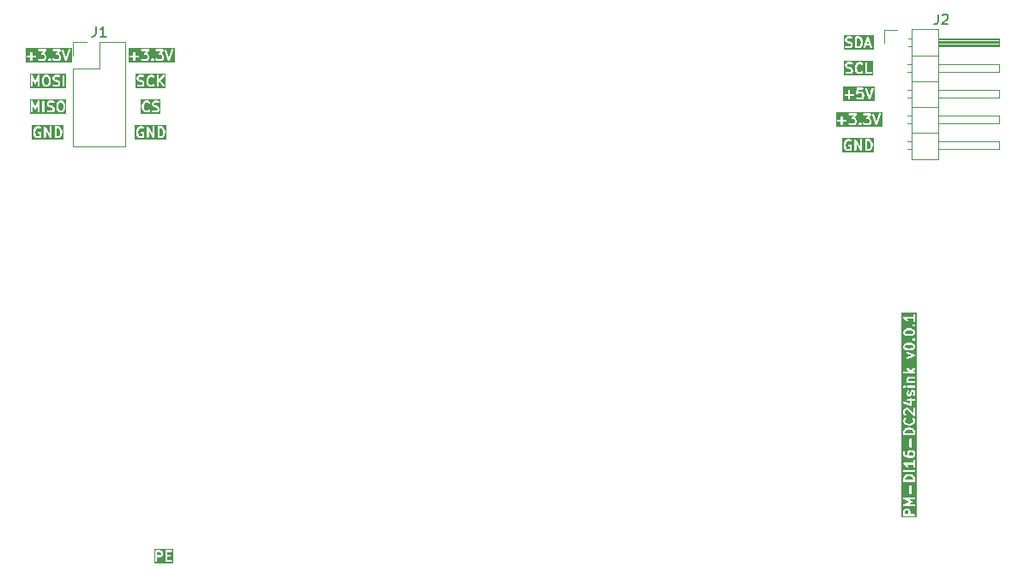
<source format=gbr>
%TF.GenerationSoftware,KiCad,Pcbnew,8.0.4-8.0.4-0~ubuntu22.04.1*%
%TF.CreationDate,2024-08-07T19:55:21+03:00*%
%TF.ProjectId,main,6d61696e-2e6b-4696-9361-645f70636258,rev?*%
%TF.SameCoordinates,Original*%
%TF.FileFunction,Legend,Top*%
%TF.FilePolarity,Positive*%
%FSLAX46Y46*%
G04 Gerber Fmt 4.6, Leading zero omitted, Abs format (unit mm)*
G04 Created by KiCad (PCBNEW 8.0.4-8.0.4-0~ubuntu22.04.1) date 2024-08-07 19:55:21*
%MOMM*%
%LPD*%
G01*
G04 APERTURE LIST*
%ADD10C,0.200000*%
%ADD11C,0.150000*%
%ADD12C,0.120000*%
%ADD13R,1.700000X1.700000*%
%ADD14O,1.700000X1.700000*%
%ADD15C,3.200000*%
%ADD16O,6.350000X6.350000*%
G04 APERTURE END LIST*
D10*
G36*
X118334904Y-98453330D02*
G01*
X115438413Y-98453330D01*
X115438413Y-97432695D01*
X115549524Y-97432695D01*
X115549524Y-97527933D01*
X115551445Y-97547442D01*
X115552820Y-97550762D01*
X115553075Y-97554346D01*
X115560081Y-97572654D01*
X115607700Y-97667892D01*
X115612985Y-97676288D01*
X115613996Y-97678728D01*
X115616249Y-97681474D01*
X115618143Y-97684482D01*
X115620137Y-97686211D01*
X115626432Y-97693882D01*
X115674051Y-97741500D01*
X115681717Y-97747792D01*
X115683450Y-97749790D01*
X115686458Y-97751683D01*
X115689204Y-97753937D01*
X115691644Y-97754947D01*
X115700041Y-97760233D01*
X115795278Y-97807852D01*
X115796706Y-97808398D01*
X115797286Y-97808828D01*
X115805462Y-97811749D01*
X115813587Y-97814858D01*
X115814307Y-97814909D01*
X115815746Y-97815423D01*
X115995571Y-97860379D01*
X116066478Y-97895833D01*
X116091147Y-97920501D01*
X116120952Y-97980111D01*
X116120952Y-98028135D01*
X116091147Y-98087743D01*
X116066478Y-98112413D01*
X116006869Y-98142219D01*
X115808607Y-98142219D01*
X115681147Y-98099732D01*
X115662031Y-98095385D01*
X115623111Y-98098151D01*
X115588212Y-98115601D01*
X115562647Y-98145077D01*
X115550309Y-98182093D01*
X115553075Y-98221013D01*
X115570525Y-98255912D01*
X115600001Y-98281477D01*
X115617901Y-98289468D01*
X115760758Y-98337087D01*
X115770430Y-98339286D01*
X115772872Y-98340298D01*
X115776409Y-98340646D01*
X115779873Y-98341434D01*
X115782507Y-98341246D01*
X115792381Y-98342219D01*
X116030476Y-98342219D01*
X116049985Y-98340298D01*
X116053305Y-98338922D01*
X116056889Y-98338668D01*
X116075197Y-98331662D01*
X116170435Y-98284043D01*
X116178830Y-98278758D01*
X116181272Y-98277747D01*
X116184019Y-98275491D01*
X116187025Y-98273600D01*
X116188755Y-98271605D01*
X116196425Y-98265310D01*
X116244044Y-98217690D01*
X116250336Y-98210023D01*
X116252333Y-98208292D01*
X116254226Y-98205284D01*
X116256481Y-98202537D01*
X116257492Y-98200095D01*
X116262776Y-98191701D01*
X116310395Y-98096464D01*
X116317401Y-98078155D01*
X116317655Y-98074571D01*
X116319031Y-98071251D01*
X116320952Y-98051742D01*
X116320952Y-97956504D01*
X116319031Y-97936995D01*
X116317655Y-97933674D01*
X116317401Y-97930091D01*
X116310395Y-97911782D01*
X116262776Y-97816545D01*
X116257490Y-97808148D01*
X116256480Y-97805708D01*
X116254226Y-97802962D01*
X116252333Y-97799954D01*
X116250335Y-97798221D01*
X116244043Y-97790555D01*
X116196425Y-97742936D01*
X116188754Y-97736641D01*
X116187025Y-97734647D01*
X116184017Y-97732753D01*
X116181271Y-97730500D01*
X116178831Y-97729489D01*
X116170435Y-97724204D01*
X116075197Y-97676585D01*
X116073770Y-97676039D01*
X116073190Y-97675609D01*
X116065013Y-97672687D01*
X116060054Y-97670790D01*
X116501905Y-97670790D01*
X116501905Y-97813647D01*
X116502240Y-97817049D01*
X116502023Y-97818508D01*
X116503102Y-97825805D01*
X116503826Y-97833156D01*
X116504390Y-97834519D01*
X116504891Y-97837901D01*
X116552510Y-98028376D01*
X116553023Y-98029813D01*
X116553075Y-98030536D01*
X116556183Y-98038660D01*
X116559105Y-98046837D01*
X116559535Y-98047417D01*
X116560081Y-98048844D01*
X116607700Y-98144082D01*
X116612982Y-98152474D01*
X116613995Y-98154918D01*
X116616251Y-98157667D01*
X116618143Y-98160672D01*
X116620137Y-98162401D01*
X116626432Y-98170071D01*
X116721670Y-98265311D01*
X116736823Y-98277747D01*
X116740142Y-98279122D01*
X116742858Y-98281477D01*
X116760758Y-98289468D01*
X116903615Y-98337087D01*
X116913287Y-98339286D01*
X116915729Y-98340298D01*
X116919266Y-98340646D01*
X116922730Y-98341434D01*
X116925364Y-98341246D01*
X116935238Y-98342219D01*
X117030476Y-98342219D01*
X117040349Y-98341246D01*
X117042983Y-98341434D01*
X117046446Y-98340646D01*
X117049985Y-98340298D01*
X117052427Y-98339286D01*
X117062099Y-98337087D01*
X117204955Y-98289468D01*
X117222856Y-98281477D01*
X117225571Y-98279122D01*
X117228891Y-98277747D01*
X117244044Y-98265310D01*
X117291663Y-98217690D01*
X117304100Y-98202537D01*
X117319031Y-98166488D01*
X117319030Y-98127470D01*
X117304099Y-98091422D01*
X117276508Y-98063832D01*
X117240460Y-98048901D01*
X117201442Y-98048902D01*
X117165394Y-98063833D01*
X117150240Y-98076270D01*
X117119313Y-98107197D01*
X117014249Y-98142219D01*
X116951464Y-98142219D01*
X116846399Y-98107197D01*
X116779329Y-98040127D01*
X116743875Y-97969218D01*
X116701905Y-97801337D01*
X116701905Y-97683100D01*
X116743875Y-97515218D01*
X116779328Y-97444312D01*
X116846400Y-97377240D01*
X116951464Y-97342219D01*
X117014249Y-97342219D01*
X117119314Y-97377240D01*
X117150241Y-97408167D01*
X117165394Y-97420604D01*
X117201443Y-97435535D01*
X117240461Y-97435535D01*
X117276509Y-97420604D01*
X117304099Y-97393014D01*
X117319030Y-97356966D01*
X117319030Y-97317948D01*
X117304099Y-97281899D01*
X117291662Y-97266746D01*
X117267136Y-97242219D01*
X117549524Y-97242219D01*
X117549524Y-98242219D01*
X117551445Y-98261728D01*
X117566377Y-98297776D01*
X117593967Y-98325366D01*
X117630015Y-98340298D01*
X117649524Y-98342219D01*
X118125714Y-98342219D01*
X118145223Y-98340298D01*
X118181271Y-98325366D01*
X118208861Y-98297776D01*
X118223793Y-98261728D01*
X118223793Y-98222710D01*
X118208861Y-98186662D01*
X118181271Y-98159072D01*
X118145223Y-98144140D01*
X118125714Y-98142219D01*
X117749524Y-98142219D01*
X117749524Y-97242219D01*
X117747603Y-97222710D01*
X117732671Y-97186662D01*
X117705081Y-97159072D01*
X117669033Y-97144140D01*
X117630015Y-97144140D01*
X117593967Y-97159072D01*
X117566377Y-97186662D01*
X117551445Y-97222710D01*
X117549524Y-97242219D01*
X117267136Y-97242219D01*
X117244044Y-97219127D01*
X117228890Y-97206691D01*
X117225571Y-97205316D01*
X117222856Y-97202961D01*
X117204955Y-97194970D01*
X117062099Y-97147351D01*
X117052427Y-97145151D01*
X117049985Y-97144140D01*
X117046446Y-97143791D01*
X117042983Y-97143004D01*
X117040349Y-97143191D01*
X117030476Y-97142219D01*
X116935238Y-97142219D01*
X116925364Y-97143191D01*
X116922730Y-97143004D01*
X116919266Y-97143791D01*
X116915729Y-97144140D01*
X116913287Y-97145151D01*
X116903615Y-97147351D01*
X116760758Y-97194970D01*
X116742858Y-97202961D01*
X116740142Y-97205316D01*
X116736824Y-97206691D01*
X116721670Y-97219127D01*
X116626432Y-97314365D01*
X116620137Y-97322035D01*
X116618143Y-97323765D01*
X116616249Y-97326772D01*
X116613996Y-97329519D01*
X116612985Y-97331958D01*
X116607700Y-97340355D01*
X116560081Y-97435593D01*
X116559535Y-97437019D01*
X116559105Y-97437600D01*
X116556183Y-97445776D01*
X116553075Y-97453901D01*
X116553023Y-97454623D01*
X116552510Y-97456061D01*
X116504891Y-97646536D01*
X116504390Y-97649917D01*
X116503826Y-97651281D01*
X116503102Y-97658631D01*
X116502023Y-97665929D01*
X116502240Y-97667387D01*
X116501905Y-97670790D01*
X116060054Y-97670790D01*
X116056889Y-97669579D01*
X116056166Y-97669527D01*
X116054729Y-97669014D01*
X115874904Y-97624057D01*
X115803997Y-97588604D01*
X115779329Y-97563935D01*
X115749524Y-97504325D01*
X115749524Y-97456302D01*
X115779329Y-97396692D01*
X115803997Y-97372023D01*
X115863607Y-97342219D01*
X116061868Y-97342219D01*
X116189329Y-97384706D01*
X116208444Y-97389053D01*
X116247364Y-97386287D01*
X116282263Y-97368837D01*
X116307828Y-97339361D01*
X116320167Y-97302345D01*
X116317400Y-97263425D01*
X116299951Y-97228526D01*
X116270475Y-97202961D01*
X116252574Y-97194970D01*
X116109718Y-97147351D01*
X116100046Y-97145151D01*
X116097604Y-97144140D01*
X116094065Y-97143791D01*
X116090602Y-97143004D01*
X116087968Y-97143191D01*
X116078095Y-97142219D01*
X115840000Y-97142219D01*
X115820491Y-97144140D01*
X115817170Y-97145515D01*
X115813587Y-97145770D01*
X115795278Y-97152776D01*
X115700041Y-97200395D01*
X115691644Y-97205680D01*
X115689204Y-97206691D01*
X115686458Y-97208944D01*
X115683450Y-97210838D01*
X115681717Y-97212835D01*
X115674051Y-97219128D01*
X115626432Y-97266746D01*
X115620137Y-97274416D01*
X115618143Y-97276146D01*
X115616249Y-97279153D01*
X115613996Y-97281900D01*
X115612985Y-97284339D01*
X115607700Y-97292736D01*
X115560081Y-97387974D01*
X115553075Y-97406282D01*
X115552820Y-97409865D01*
X115551445Y-97413186D01*
X115549524Y-97432695D01*
X115438413Y-97432695D01*
X115438413Y-97031108D01*
X118334904Y-97031108D01*
X118334904Y-98453330D01*
G37*
G36*
X38246953Y-101182023D02*
G01*
X38311132Y-101246202D01*
X38349047Y-101397861D01*
X38349047Y-101706575D01*
X38311131Y-101858235D01*
X38246955Y-101922413D01*
X38187345Y-101952219D01*
X38044083Y-101952219D01*
X37984473Y-101922414D01*
X37920296Y-101858236D01*
X37882381Y-101706575D01*
X37882381Y-101397862D01*
X37920296Y-101246202D01*
X37984475Y-101182023D01*
X38044083Y-101152219D01*
X38187345Y-101152219D01*
X38246953Y-101182023D01*
G37*
G36*
X38660158Y-102263330D02*
G01*
X35047461Y-102263330D01*
X35047461Y-101052219D01*
X35158572Y-101052219D01*
X35158572Y-102052219D01*
X35160493Y-102071728D01*
X35175425Y-102107776D01*
X35203015Y-102135366D01*
X35239063Y-102150298D01*
X35278081Y-102150298D01*
X35314129Y-102135366D01*
X35341719Y-102107776D01*
X35356651Y-102071728D01*
X35358572Y-102052219D01*
X35358572Y-101502975D01*
X35501287Y-101808793D01*
X35505519Y-101815938D01*
X35506399Y-101818356D01*
X35507964Y-101820065D01*
X35511278Y-101825659D01*
X35522488Y-101835925D01*
X35532750Y-101847131D01*
X35536775Y-101849009D01*
X35540053Y-101852011D01*
X35554335Y-101857204D01*
X35568108Y-101863632D01*
X35572547Y-101863827D01*
X35576722Y-101865345D01*
X35591905Y-101864677D01*
X35607088Y-101865345D01*
X35611261Y-101863827D01*
X35615703Y-101863632D01*
X35629487Y-101857199D01*
X35643757Y-101852010D01*
X35647030Y-101849012D01*
X35651060Y-101847132D01*
X35661329Y-101835917D01*
X35672532Y-101825659D01*
X35675843Y-101820068D01*
X35677412Y-101818356D01*
X35678292Y-101815934D01*
X35682523Y-101808793D01*
X35825238Y-101502974D01*
X35825238Y-102052219D01*
X35827159Y-102071728D01*
X35842091Y-102107776D01*
X35869681Y-102135366D01*
X35905729Y-102150298D01*
X35944747Y-102150298D01*
X35980795Y-102135366D01*
X36008385Y-102107776D01*
X36023317Y-102071728D01*
X36025238Y-102052219D01*
X36025238Y-101052219D01*
X36301429Y-101052219D01*
X36301429Y-102052219D01*
X36303350Y-102071728D01*
X36318282Y-102107776D01*
X36345872Y-102135366D01*
X36381920Y-102150298D01*
X36420938Y-102150298D01*
X36456986Y-102135366D01*
X36484576Y-102107776D01*
X36499508Y-102071728D01*
X36501429Y-102052219D01*
X36501429Y-101242695D01*
X36730000Y-101242695D01*
X36730000Y-101337933D01*
X36731921Y-101357442D01*
X36733296Y-101360762D01*
X36733551Y-101364346D01*
X36740557Y-101382654D01*
X36788176Y-101477892D01*
X36793461Y-101486288D01*
X36794472Y-101488728D01*
X36796725Y-101491474D01*
X36798619Y-101494482D01*
X36800613Y-101496211D01*
X36806908Y-101503882D01*
X36854527Y-101551500D01*
X36862193Y-101557792D01*
X36863926Y-101559790D01*
X36866934Y-101561683D01*
X36869680Y-101563937D01*
X36872120Y-101564947D01*
X36880517Y-101570233D01*
X36975754Y-101617852D01*
X36977182Y-101618398D01*
X36977762Y-101618828D01*
X36985938Y-101621749D01*
X36994063Y-101624858D01*
X36994783Y-101624909D01*
X36996222Y-101625423D01*
X37176047Y-101670379D01*
X37246954Y-101705833D01*
X37271623Y-101730501D01*
X37301428Y-101790111D01*
X37301428Y-101838135D01*
X37271623Y-101897743D01*
X37246954Y-101922413D01*
X37187345Y-101952219D01*
X36989083Y-101952219D01*
X36861623Y-101909732D01*
X36842507Y-101905385D01*
X36803587Y-101908151D01*
X36768688Y-101925601D01*
X36743123Y-101955077D01*
X36730785Y-101992093D01*
X36733551Y-102031013D01*
X36751001Y-102065912D01*
X36780477Y-102091477D01*
X36798377Y-102099468D01*
X36941234Y-102147087D01*
X36950906Y-102149286D01*
X36953348Y-102150298D01*
X36956885Y-102150646D01*
X36960349Y-102151434D01*
X36962983Y-102151246D01*
X36972857Y-102152219D01*
X37210952Y-102152219D01*
X37230461Y-102150298D01*
X37233781Y-102148922D01*
X37237365Y-102148668D01*
X37255673Y-102141662D01*
X37350911Y-102094043D01*
X37359306Y-102088758D01*
X37361748Y-102087747D01*
X37364495Y-102085491D01*
X37367501Y-102083600D01*
X37369231Y-102081605D01*
X37376901Y-102075310D01*
X37424520Y-102027690D01*
X37430812Y-102020023D01*
X37432809Y-102018292D01*
X37434702Y-102015284D01*
X37436957Y-102012537D01*
X37437968Y-102010095D01*
X37443252Y-102001701D01*
X37490871Y-101906464D01*
X37497877Y-101888155D01*
X37498131Y-101884571D01*
X37499507Y-101881251D01*
X37501428Y-101861742D01*
X37501428Y-101766504D01*
X37499507Y-101746995D01*
X37498131Y-101743674D01*
X37497877Y-101740091D01*
X37490871Y-101721782D01*
X37443252Y-101626545D01*
X37437966Y-101618148D01*
X37436956Y-101615708D01*
X37434702Y-101612962D01*
X37432809Y-101609954D01*
X37430811Y-101608221D01*
X37424519Y-101600555D01*
X37376901Y-101552936D01*
X37369230Y-101546641D01*
X37367501Y-101544647D01*
X37364493Y-101542753D01*
X37361747Y-101540500D01*
X37359307Y-101539489D01*
X37350911Y-101534204D01*
X37255673Y-101486585D01*
X37254246Y-101486039D01*
X37253666Y-101485609D01*
X37245489Y-101482687D01*
X37237365Y-101479579D01*
X37236642Y-101479527D01*
X37235205Y-101479014D01*
X37055380Y-101434057D01*
X36984473Y-101398604D01*
X36971422Y-101385552D01*
X37682381Y-101385552D01*
X37682381Y-101718885D01*
X37682716Y-101722287D01*
X37682499Y-101723746D01*
X37683578Y-101731043D01*
X37684302Y-101738394D01*
X37684866Y-101739757D01*
X37685367Y-101743139D01*
X37732986Y-101933614D01*
X37739581Y-101952075D01*
X37744006Y-101958047D01*
X37746852Y-101964918D01*
X37759289Y-101980071D01*
X37854527Y-102075311D01*
X37862195Y-102081604D01*
X37863926Y-102083600D01*
X37866933Y-102085493D01*
X37869680Y-102087747D01*
X37872120Y-102088757D01*
X37880517Y-102094043D01*
X37975754Y-102141662D01*
X37994063Y-102148668D01*
X37997646Y-102148922D01*
X38000967Y-102150298D01*
X38020476Y-102152219D01*
X38210952Y-102152219D01*
X38230461Y-102150298D01*
X38233781Y-102148922D01*
X38237365Y-102148668D01*
X38255673Y-102141662D01*
X38350911Y-102094043D01*
X38359306Y-102088758D01*
X38361748Y-102087747D01*
X38364495Y-102085491D01*
X38367501Y-102083600D01*
X38369231Y-102081605D01*
X38376901Y-102075310D01*
X38472139Y-101980071D01*
X38484576Y-101964918D01*
X38487421Y-101958047D01*
X38491847Y-101952075D01*
X38498442Y-101933615D01*
X38546061Y-101743139D01*
X38546561Y-101739757D01*
X38547126Y-101738394D01*
X38547849Y-101731043D01*
X38548929Y-101723746D01*
X38548711Y-101722287D01*
X38549047Y-101718885D01*
X38549047Y-101385552D01*
X38548711Y-101382149D01*
X38548929Y-101380691D01*
X38547849Y-101373393D01*
X38547126Y-101366043D01*
X38546561Y-101364679D01*
X38546061Y-101361298D01*
X38498442Y-101170822D01*
X38491847Y-101152362D01*
X38487420Y-101146387D01*
X38484575Y-101139519D01*
X38472139Y-101124365D01*
X38376901Y-101029127D01*
X38369230Y-101022832D01*
X38367501Y-101020838D01*
X38364493Y-101018944D01*
X38361747Y-101016691D01*
X38359307Y-101015680D01*
X38350911Y-101010395D01*
X38255673Y-100962776D01*
X38237365Y-100955770D01*
X38233781Y-100955515D01*
X38230461Y-100954140D01*
X38210952Y-100952219D01*
X38020476Y-100952219D01*
X38000967Y-100954140D01*
X37997646Y-100955515D01*
X37994063Y-100955770D01*
X37975754Y-100962776D01*
X37880517Y-101010395D01*
X37872118Y-101015681D01*
X37869681Y-101016691D01*
X37866937Y-101018942D01*
X37863926Y-101020838D01*
X37862193Y-101022835D01*
X37854527Y-101029127D01*
X37759289Y-101124365D01*
X37746853Y-101139519D01*
X37744007Y-101146387D01*
X37739581Y-101152362D01*
X37732986Y-101170823D01*
X37685367Y-101361298D01*
X37684866Y-101364679D01*
X37684302Y-101366043D01*
X37683578Y-101373393D01*
X37682499Y-101380691D01*
X37682716Y-101382149D01*
X37682381Y-101385552D01*
X36971422Y-101385552D01*
X36959805Y-101373935D01*
X36930000Y-101314325D01*
X36930000Y-101266302D01*
X36959805Y-101206692D01*
X36984473Y-101182023D01*
X37044083Y-101152219D01*
X37242344Y-101152219D01*
X37369805Y-101194706D01*
X37388920Y-101199053D01*
X37427840Y-101196287D01*
X37462739Y-101178837D01*
X37488304Y-101149361D01*
X37500643Y-101112345D01*
X37497876Y-101073425D01*
X37480427Y-101038526D01*
X37450951Y-101012961D01*
X37433050Y-101004970D01*
X37290194Y-100957351D01*
X37280522Y-100955151D01*
X37278080Y-100954140D01*
X37274541Y-100953791D01*
X37271078Y-100953004D01*
X37268444Y-100953191D01*
X37258571Y-100952219D01*
X37020476Y-100952219D01*
X37000967Y-100954140D01*
X36997646Y-100955515D01*
X36994063Y-100955770D01*
X36975754Y-100962776D01*
X36880517Y-101010395D01*
X36872120Y-101015680D01*
X36869680Y-101016691D01*
X36866934Y-101018944D01*
X36863926Y-101020838D01*
X36862193Y-101022835D01*
X36854527Y-101029128D01*
X36806908Y-101076746D01*
X36800613Y-101084416D01*
X36798619Y-101086146D01*
X36796725Y-101089153D01*
X36794472Y-101091900D01*
X36793461Y-101094339D01*
X36788176Y-101102736D01*
X36740557Y-101197974D01*
X36733551Y-101216282D01*
X36733296Y-101219865D01*
X36731921Y-101223186D01*
X36730000Y-101242695D01*
X36501429Y-101242695D01*
X36501429Y-101052219D01*
X36499508Y-101032710D01*
X36484576Y-100996662D01*
X36456986Y-100969072D01*
X36420938Y-100954140D01*
X36381920Y-100954140D01*
X36345872Y-100969072D01*
X36318282Y-100996662D01*
X36303350Y-101032710D01*
X36301429Y-101052219D01*
X36025238Y-101052219D01*
X36023975Y-101039395D01*
X36024079Y-101037036D01*
X36023618Y-101035768D01*
X36023317Y-101032710D01*
X36016676Y-101016679D01*
X36010745Y-101000367D01*
X36009238Y-100998721D01*
X36008385Y-100996662D01*
X35996123Y-100984400D01*
X35984393Y-100971591D01*
X35982369Y-100970646D01*
X35980795Y-100969072D01*
X35964779Y-100962437D01*
X35949036Y-100955091D01*
X35946806Y-100954993D01*
X35944747Y-100954140D01*
X35927395Y-100954140D01*
X35910055Y-100953378D01*
X35907959Y-100954140D01*
X35905729Y-100954140D01*
X35889698Y-100960780D01*
X35873386Y-100966712D01*
X35871740Y-100968218D01*
X35869681Y-100969072D01*
X35857413Y-100981339D01*
X35844611Y-100993064D01*
X35843044Y-100995708D01*
X35842091Y-100996662D01*
X35841187Y-100998843D01*
X35834620Y-101009930D01*
X35591904Y-101530033D01*
X35349190Y-101009930D01*
X35342622Y-100998843D01*
X35341719Y-100996662D01*
X35340765Y-100995708D01*
X35339199Y-100993064D01*
X35326402Y-100981345D01*
X35314129Y-100969072D01*
X35312067Y-100968218D01*
X35310424Y-100966713D01*
X35294122Y-100960784D01*
X35278081Y-100954140D01*
X35275850Y-100954140D01*
X35273755Y-100953378D01*
X35256415Y-100954140D01*
X35239063Y-100954140D01*
X35237003Y-100954993D01*
X35234775Y-100955091D01*
X35219044Y-100962432D01*
X35203015Y-100969072D01*
X35201438Y-100970648D01*
X35199417Y-100971592D01*
X35187698Y-100984388D01*
X35175425Y-100996662D01*
X35174571Y-100998723D01*
X35173066Y-101000367D01*
X35167137Y-101016668D01*
X35160493Y-101032710D01*
X35160191Y-101035768D01*
X35159731Y-101037036D01*
X35159834Y-101039395D01*
X35158572Y-101052219D01*
X35047461Y-101052219D01*
X35047461Y-100841108D01*
X38660158Y-100841108D01*
X38660158Y-102263330D01*
G37*
G36*
X48078837Y-103727240D02*
G01*
X48145910Y-103794313D01*
X48181362Y-103865218D01*
X48223333Y-104033099D01*
X48223333Y-104151337D01*
X48181362Y-104319218D01*
X48145909Y-104390124D01*
X48078838Y-104457197D01*
X47973773Y-104492219D01*
X47851905Y-104492219D01*
X47851905Y-103692219D01*
X47973773Y-103692219D01*
X48078837Y-103727240D01*
G37*
G36*
X48534444Y-104803330D02*
G01*
X45445556Y-104803330D01*
X45445556Y-104020790D01*
X45556667Y-104020790D01*
X45556667Y-104163647D01*
X45557002Y-104167049D01*
X45556785Y-104168508D01*
X45557864Y-104175805D01*
X45558588Y-104183156D01*
X45559152Y-104184519D01*
X45559653Y-104187901D01*
X45607272Y-104378376D01*
X45607785Y-104379813D01*
X45607837Y-104380536D01*
X45610945Y-104388660D01*
X45613867Y-104396837D01*
X45614297Y-104397417D01*
X45614843Y-104398844D01*
X45662462Y-104494082D01*
X45667744Y-104502474D01*
X45668757Y-104504918D01*
X45671013Y-104507667D01*
X45672905Y-104510672D01*
X45674899Y-104512401D01*
X45681194Y-104520071D01*
X45776432Y-104615311D01*
X45791585Y-104627747D01*
X45794904Y-104629122D01*
X45797620Y-104631477D01*
X45815520Y-104639468D01*
X45958377Y-104687087D01*
X45968049Y-104689286D01*
X45970491Y-104690298D01*
X45974028Y-104690646D01*
X45977492Y-104691434D01*
X45980126Y-104691246D01*
X45990000Y-104692219D01*
X46085238Y-104692219D01*
X46095111Y-104691246D01*
X46097745Y-104691434D01*
X46101208Y-104690646D01*
X46104747Y-104690298D01*
X46107189Y-104689286D01*
X46116861Y-104687087D01*
X46259717Y-104639468D01*
X46277618Y-104631477D01*
X46280333Y-104629122D01*
X46283653Y-104627747D01*
X46298806Y-104615310D01*
X46346425Y-104567690D01*
X46358862Y-104552537D01*
X46373793Y-104516488D01*
X46375714Y-104496980D01*
X46375714Y-104163647D01*
X46373793Y-104144138D01*
X46358861Y-104108090D01*
X46331271Y-104080500D01*
X46295223Y-104065568D01*
X46275714Y-104063647D01*
X46085238Y-104063647D01*
X46065729Y-104065568D01*
X46029681Y-104080500D01*
X46002091Y-104108090D01*
X45987159Y-104144138D01*
X45987159Y-104183156D01*
X46002091Y-104219204D01*
X46029681Y-104246794D01*
X46065729Y-104261726D01*
X46085238Y-104263647D01*
X46175714Y-104263647D01*
X46175714Y-104455559D01*
X46174075Y-104457197D01*
X46069011Y-104492219D01*
X46006226Y-104492219D01*
X45901161Y-104457197D01*
X45834091Y-104390127D01*
X45798637Y-104319218D01*
X45756667Y-104151337D01*
X45756667Y-104033100D01*
X45798637Y-103865218D01*
X45834090Y-103794312D01*
X45901162Y-103727240D01*
X46006226Y-103692219D01*
X46109250Y-103692219D01*
X46183373Y-103729281D01*
X46201682Y-103736287D01*
X46240602Y-103739053D01*
X46277618Y-103726714D01*
X46307095Y-103701149D01*
X46324544Y-103666251D01*
X46327309Y-103627331D01*
X46315606Y-103592219D01*
X46604286Y-103592219D01*
X46604286Y-104592219D01*
X46606207Y-104611728D01*
X46621139Y-104647776D01*
X46648729Y-104675366D01*
X46684777Y-104690298D01*
X46723795Y-104690298D01*
X46759843Y-104675366D01*
X46787433Y-104647776D01*
X46802365Y-104611728D01*
X46804286Y-104592219D01*
X46804286Y-103968775D01*
X47188890Y-104641833D01*
X47191808Y-104645943D01*
X47192567Y-104647776D01*
X47194433Y-104649642D01*
X47200237Y-104657818D01*
X47210753Y-104665962D01*
X47220157Y-104675366D01*
X47226044Y-104677804D01*
X47231086Y-104681709D01*
X47243918Y-104685208D01*
X47256205Y-104690298D01*
X47262581Y-104690298D01*
X47268730Y-104691975D01*
X47281923Y-104690298D01*
X47295223Y-104690298D01*
X47301111Y-104687858D01*
X47307436Y-104687055D01*
X47318985Y-104680454D01*
X47331271Y-104675366D01*
X47335778Y-104670858D01*
X47341313Y-104667696D01*
X47349457Y-104657179D01*
X47358861Y-104647776D01*
X47361299Y-104641888D01*
X47365204Y-104636847D01*
X47368703Y-104624014D01*
X47373793Y-104611728D01*
X47374775Y-104601750D01*
X47375470Y-104599204D01*
X47375219Y-104597236D01*
X47375714Y-104592219D01*
X47375714Y-103592219D01*
X47651905Y-103592219D01*
X47651905Y-104592219D01*
X47653826Y-104611728D01*
X47668758Y-104647776D01*
X47696348Y-104675366D01*
X47732396Y-104690298D01*
X47751905Y-104692219D01*
X47990000Y-104692219D01*
X47999873Y-104691246D01*
X48002507Y-104691434D01*
X48005970Y-104690646D01*
X48009509Y-104690298D01*
X48011951Y-104689286D01*
X48021623Y-104687087D01*
X48164479Y-104639468D01*
X48182380Y-104631477D01*
X48185095Y-104629122D01*
X48188415Y-104627747D01*
X48203568Y-104615310D01*
X48298806Y-104520071D01*
X48305098Y-104512404D01*
X48307095Y-104510673D01*
X48308988Y-104507665D01*
X48311243Y-104504918D01*
X48312254Y-104502476D01*
X48317538Y-104494082D01*
X48365157Y-104398845D01*
X48365703Y-104397416D01*
X48366133Y-104396837D01*
X48369054Y-104388660D01*
X48372163Y-104380536D01*
X48372214Y-104379815D01*
X48372728Y-104378377D01*
X48420347Y-104187901D01*
X48420847Y-104184519D01*
X48421412Y-104183156D01*
X48422135Y-104175805D01*
X48423215Y-104168508D01*
X48422997Y-104167049D01*
X48423333Y-104163647D01*
X48423333Y-104020790D01*
X48422997Y-104017387D01*
X48423215Y-104015929D01*
X48422135Y-104008631D01*
X48421412Y-104001281D01*
X48420847Y-103999917D01*
X48420347Y-103996536D01*
X48372728Y-103806060D01*
X48372214Y-103804621D01*
X48372163Y-103803901D01*
X48369054Y-103795776D01*
X48366133Y-103787600D01*
X48365703Y-103787020D01*
X48365157Y-103785592D01*
X48317538Y-103690355D01*
X48312251Y-103681956D01*
X48311242Y-103679519D01*
X48308990Y-103676775D01*
X48307095Y-103673764D01*
X48305097Y-103672031D01*
X48298806Y-103664365D01*
X48203568Y-103569127D01*
X48188414Y-103556691D01*
X48185095Y-103555316D01*
X48182380Y-103552961D01*
X48164479Y-103544970D01*
X48021623Y-103497351D01*
X48011951Y-103495151D01*
X48009509Y-103494140D01*
X48005970Y-103493791D01*
X48002507Y-103493004D01*
X47999873Y-103493191D01*
X47990000Y-103492219D01*
X47751905Y-103492219D01*
X47732396Y-103494140D01*
X47696348Y-103509072D01*
X47668758Y-103536662D01*
X47653826Y-103572710D01*
X47651905Y-103592219D01*
X47375714Y-103592219D01*
X47373793Y-103572710D01*
X47358861Y-103536662D01*
X47331271Y-103509072D01*
X47295223Y-103494140D01*
X47256205Y-103494140D01*
X47220157Y-103509072D01*
X47192567Y-103536662D01*
X47177635Y-103572710D01*
X47175714Y-103592219D01*
X47175714Y-104215662D01*
X46791110Y-103542605D01*
X46788191Y-103538494D01*
X46787433Y-103536662D01*
X46785566Y-103534795D01*
X46779763Y-103526620D01*
X46769248Y-103518477D01*
X46759843Y-103509072D01*
X46753952Y-103506632D01*
X46748914Y-103502730D01*
X46736085Y-103499231D01*
X46723795Y-103494140D01*
X46717420Y-103494140D01*
X46711271Y-103492463D01*
X46698078Y-103494140D01*
X46684777Y-103494140D01*
X46678888Y-103496579D01*
X46672564Y-103497383D01*
X46661014Y-103503983D01*
X46648729Y-103509072D01*
X46644221Y-103513579D01*
X46638687Y-103516742D01*
X46630544Y-103527256D01*
X46621139Y-103536662D01*
X46618699Y-103542552D01*
X46614797Y-103547591D01*
X46611298Y-103560419D01*
X46606207Y-103572710D01*
X46605224Y-103582687D01*
X46604530Y-103585234D01*
X46604780Y-103587201D01*
X46604286Y-103592219D01*
X46315606Y-103592219D01*
X46314971Y-103590315D01*
X46289406Y-103560838D01*
X46272816Y-103550395D01*
X46177578Y-103502776D01*
X46159270Y-103495770D01*
X46155686Y-103495515D01*
X46152366Y-103494140D01*
X46132857Y-103492219D01*
X45990000Y-103492219D01*
X45980126Y-103493191D01*
X45977492Y-103493004D01*
X45974028Y-103493791D01*
X45970491Y-103494140D01*
X45968049Y-103495151D01*
X45958377Y-103497351D01*
X45815520Y-103544970D01*
X45797620Y-103552961D01*
X45794904Y-103555316D01*
X45791586Y-103556691D01*
X45776432Y-103569127D01*
X45681194Y-103664365D01*
X45674899Y-103672035D01*
X45672905Y-103673765D01*
X45671011Y-103676772D01*
X45668758Y-103679519D01*
X45667747Y-103681958D01*
X45662462Y-103690355D01*
X45614843Y-103785593D01*
X45614297Y-103787019D01*
X45613867Y-103787600D01*
X45610945Y-103795776D01*
X45607837Y-103803901D01*
X45607785Y-103804623D01*
X45607272Y-103806061D01*
X45559653Y-103996536D01*
X45559152Y-103999917D01*
X45558588Y-104001281D01*
X45557864Y-104008631D01*
X45556785Y-104015929D01*
X45557002Y-104017387D01*
X45556667Y-104020790D01*
X45445556Y-104020790D01*
X45445556Y-103381108D01*
X48534444Y-103381108D01*
X48534444Y-104803330D01*
G37*
G36*
X49343182Y-97183330D02*
G01*
X44780810Y-97183330D01*
X44780810Y-96571757D01*
X44891921Y-96571757D01*
X44891921Y-96610775D01*
X44906853Y-96646823D01*
X44934443Y-96674413D01*
X44970491Y-96689345D01*
X44990000Y-96691266D01*
X45270952Y-96691266D01*
X45270952Y-96972219D01*
X45272873Y-96991728D01*
X45287805Y-97027776D01*
X45315395Y-97055366D01*
X45351443Y-97070298D01*
X45390461Y-97070298D01*
X45426509Y-97055366D01*
X45454099Y-97027776D01*
X45469031Y-96991728D01*
X45470952Y-96972219D01*
X45470952Y-96691266D01*
X45751905Y-96691266D01*
X45771414Y-96689345D01*
X45807462Y-96674413D01*
X45835052Y-96646823D01*
X45849984Y-96610775D01*
X45849984Y-96571757D01*
X45835052Y-96535709D01*
X45807462Y-96508119D01*
X45771414Y-96493187D01*
X45751905Y-96491266D01*
X45470952Y-96491266D01*
X45470952Y-96210314D01*
X45469031Y-96190805D01*
X45454099Y-96154757D01*
X45426509Y-96127167D01*
X45390461Y-96112235D01*
X45351443Y-96112235D01*
X45315395Y-96127167D01*
X45287805Y-96154757D01*
X45272873Y-96190805D01*
X45270952Y-96210314D01*
X45270952Y-96491266D01*
X44990000Y-96491266D01*
X44970491Y-96493187D01*
X44934443Y-96508119D01*
X44906853Y-96535709D01*
X44891921Y-96571757D01*
X44780810Y-96571757D01*
X44780810Y-95952710D01*
X46034778Y-95952710D01*
X46034778Y-95991728D01*
X46049710Y-96027776D01*
X46077300Y-96055366D01*
X46113348Y-96070298D01*
X46132857Y-96072219D01*
X46531527Y-96072219D01*
X46343313Y-96287321D01*
X46337283Y-96295754D01*
X46335424Y-96297614D01*
X46334693Y-96299377D01*
X46331912Y-96303268D01*
X46326707Y-96318656D01*
X46320492Y-96333662D01*
X46320492Y-96337035D01*
X46319412Y-96340229D01*
X46320492Y-96356431D01*
X46320492Y-96372680D01*
X46321782Y-96375795D01*
X46322007Y-96379161D01*
X46329207Y-96393721D01*
X46335424Y-96408728D01*
X46337808Y-96411112D01*
X46339304Y-96414136D01*
X46351529Y-96424833D01*
X46363014Y-96436318D01*
X46366128Y-96437608D01*
X46368668Y-96439830D01*
X46384056Y-96445034D01*
X46399062Y-96451250D01*
X46403821Y-96451718D01*
X46405629Y-96452330D01*
X46408253Y-96452155D01*
X46418571Y-96453171D01*
X46537821Y-96453171D01*
X46597430Y-96482976D01*
X46622099Y-96507644D01*
X46651904Y-96567254D01*
X46651904Y-96758135D01*
X46622099Y-96817743D01*
X46597430Y-96842413D01*
X46537821Y-96872219D01*
X46299321Y-96872219D01*
X46239711Y-96842414D01*
X46203568Y-96806270D01*
X46188415Y-96793833D01*
X46152367Y-96778902D01*
X46113349Y-96778901D01*
X46077300Y-96793832D01*
X46049710Y-96821422D01*
X46034779Y-96857470D01*
X46034778Y-96896488D01*
X46049709Y-96932537D01*
X46062146Y-96947690D01*
X46109764Y-96995310D01*
X46117432Y-97001603D01*
X46119164Y-97003600D01*
X46122172Y-97005493D01*
X46124918Y-97007747D01*
X46127358Y-97008757D01*
X46135755Y-97014043D01*
X46230992Y-97061662D01*
X46249301Y-97068668D01*
X46252884Y-97068922D01*
X46256205Y-97070298D01*
X46275714Y-97072219D01*
X46561428Y-97072219D01*
X46580937Y-97070298D01*
X46584257Y-97068922D01*
X46587841Y-97068668D01*
X46606149Y-97061662D01*
X46701387Y-97014043D01*
X46709782Y-97008758D01*
X46712224Y-97007747D01*
X46714971Y-97005491D01*
X46717977Y-97003600D01*
X46719707Y-97001605D01*
X46727377Y-96995310D01*
X46774996Y-96947690D01*
X46781288Y-96940023D01*
X46783285Y-96938292D01*
X46785178Y-96935284D01*
X46787433Y-96932537D01*
X46788444Y-96930095D01*
X46793728Y-96921701D01*
X46802033Y-96905091D01*
X47034778Y-96905091D01*
X47034778Y-96944109D01*
X47041241Y-96959711D01*
X47049710Y-96980158D01*
X47049714Y-96980162D01*
X47062146Y-96995311D01*
X47109765Y-97042929D01*
X47124918Y-97055366D01*
X47133921Y-97059095D01*
X47160967Y-97070298D01*
X47199985Y-97070298D01*
X47236033Y-97055366D01*
X47251187Y-97042930D01*
X47298805Y-96995311D01*
X47311242Y-96980158D01*
X47317994Y-96963856D01*
X47326173Y-96944110D01*
X47326174Y-96905092D01*
X47311243Y-96869043D01*
X47298806Y-96853890D01*
X47251187Y-96806270D01*
X47236034Y-96793833D01*
X47221102Y-96787648D01*
X47199985Y-96778901D01*
X47160967Y-96778901D01*
X47150409Y-96783274D01*
X47124919Y-96793832D01*
X47124918Y-96793833D01*
X47109764Y-96806270D01*
X47062146Y-96853890D01*
X47049709Y-96869043D01*
X47039696Y-96893219D01*
X47034778Y-96905091D01*
X46802033Y-96905091D01*
X46841347Y-96826464D01*
X46848353Y-96808155D01*
X46848607Y-96804571D01*
X46849983Y-96801251D01*
X46851904Y-96781742D01*
X46851904Y-96543647D01*
X46849983Y-96524138D01*
X46848607Y-96520817D01*
X46848353Y-96517234D01*
X46841347Y-96498925D01*
X46793728Y-96403688D01*
X46788442Y-96395291D01*
X46787432Y-96392851D01*
X46785178Y-96390105D01*
X46783285Y-96387097D01*
X46781287Y-96385364D01*
X46774995Y-96377698D01*
X46727377Y-96330079D01*
X46719706Y-96323784D01*
X46717977Y-96321790D01*
X46714969Y-96319896D01*
X46712223Y-96317643D01*
X46709783Y-96316632D01*
X46701387Y-96311347D01*
X46622539Y-96271923D01*
X46827162Y-96038069D01*
X46833191Y-96029635D01*
X46835051Y-96027776D01*
X46835781Y-96026012D01*
X46838563Y-96022122D01*
X46843767Y-96006733D01*
X46849983Y-95991728D01*
X46849983Y-95988354D01*
X46851063Y-95985161D01*
X46849983Y-95968958D01*
X46849983Y-95952710D01*
X47463349Y-95952710D01*
X47463349Y-95991728D01*
X47478281Y-96027776D01*
X47505871Y-96055366D01*
X47541919Y-96070298D01*
X47561428Y-96072219D01*
X47960098Y-96072219D01*
X47771884Y-96287321D01*
X47765854Y-96295754D01*
X47763995Y-96297614D01*
X47763264Y-96299377D01*
X47760483Y-96303268D01*
X47755278Y-96318656D01*
X47749063Y-96333662D01*
X47749063Y-96337035D01*
X47747983Y-96340229D01*
X47749063Y-96356431D01*
X47749063Y-96372680D01*
X47750353Y-96375795D01*
X47750578Y-96379161D01*
X47757778Y-96393721D01*
X47763995Y-96408728D01*
X47766379Y-96411112D01*
X47767875Y-96414136D01*
X47780100Y-96424833D01*
X47791585Y-96436318D01*
X47794699Y-96437608D01*
X47797239Y-96439830D01*
X47812627Y-96445034D01*
X47827633Y-96451250D01*
X47832392Y-96451718D01*
X47834200Y-96452330D01*
X47836824Y-96452155D01*
X47847142Y-96453171D01*
X47966392Y-96453171D01*
X48026001Y-96482976D01*
X48050670Y-96507644D01*
X48080475Y-96567254D01*
X48080475Y-96758135D01*
X48050670Y-96817743D01*
X48026001Y-96842413D01*
X47966392Y-96872219D01*
X47727892Y-96872219D01*
X47668282Y-96842414D01*
X47632139Y-96806270D01*
X47616986Y-96793833D01*
X47580938Y-96778902D01*
X47541920Y-96778901D01*
X47505871Y-96793832D01*
X47478281Y-96821422D01*
X47463350Y-96857470D01*
X47463349Y-96896488D01*
X47478280Y-96932537D01*
X47490717Y-96947690D01*
X47538335Y-96995310D01*
X47546003Y-97001603D01*
X47547735Y-97003600D01*
X47550743Y-97005493D01*
X47553489Y-97007747D01*
X47555929Y-97008757D01*
X47564326Y-97014043D01*
X47659563Y-97061662D01*
X47677872Y-97068668D01*
X47681455Y-97068922D01*
X47684776Y-97070298D01*
X47704285Y-97072219D01*
X47989999Y-97072219D01*
X48009508Y-97070298D01*
X48012828Y-97068922D01*
X48016412Y-97068668D01*
X48034720Y-97061662D01*
X48129958Y-97014043D01*
X48138353Y-97008758D01*
X48140795Y-97007747D01*
X48143542Y-97005491D01*
X48146548Y-97003600D01*
X48148278Y-97001605D01*
X48155948Y-96995310D01*
X48203567Y-96947690D01*
X48209859Y-96940023D01*
X48211856Y-96938292D01*
X48213749Y-96935284D01*
X48216004Y-96932537D01*
X48217015Y-96930095D01*
X48222299Y-96921701D01*
X48269918Y-96826464D01*
X48276924Y-96808155D01*
X48277178Y-96804571D01*
X48278554Y-96801251D01*
X48280475Y-96781742D01*
X48280475Y-96543647D01*
X48278554Y-96524138D01*
X48277178Y-96520817D01*
X48276924Y-96517234D01*
X48269918Y-96498925D01*
X48222299Y-96403688D01*
X48217013Y-96395291D01*
X48216003Y-96392851D01*
X48213749Y-96390105D01*
X48211856Y-96387097D01*
X48209858Y-96385364D01*
X48203566Y-96377698D01*
X48155948Y-96330079D01*
X48148277Y-96323784D01*
X48146548Y-96321790D01*
X48143540Y-96319896D01*
X48140794Y-96317643D01*
X48138354Y-96316632D01*
X48129958Y-96311347D01*
X48051110Y-96271923D01*
X48255733Y-96038069D01*
X48261762Y-96029635D01*
X48263622Y-96027776D01*
X48264352Y-96026012D01*
X48267134Y-96022122D01*
X48272338Y-96006733D01*
X48278554Y-95991728D01*
X48278554Y-95988354D01*
X48279634Y-95985161D01*
X48279605Y-95984726D01*
X48366975Y-95984726D01*
X48371322Y-96003842D01*
X48704655Y-97003841D01*
X48712646Y-97021742D01*
X48717329Y-97027141D01*
X48720524Y-97033531D01*
X48729995Y-97041746D01*
X48738211Y-97051218D01*
X48744599Y-97054412D01*
X48750000Y-97059096D01*
X48761901Y-97063063D01*
X48773110Y-97068667D01*
X48780234Y-97069173D01*
X48787016Y-97071434D01*
X48799525Y-97070544D01*
X48812030Y-97071434D01*
X48818808Y-97069174D01*
X48825936Y-97068668D01*
X48837152Y-97063059D01*
X48849046Y-97059095D01*
X48854443Y-97054414D01*
X48860835Y-97051218D01*
X48869053Y-97041742D01*
X48878522Y-97033530D01*
X48881715Y-97027143D01*
X48886400Y-97021742D01*
X48894391Y-97003842D01*
X49227724Y-96003842D01*
X49232071Y-95984727D01*
X49229305Y-95945807D01*
X49211855Y-95910908D01*
X49182379Y-95885343D01*
X49145363Y-95873004D01*
X49106443Y-95875771D01*
X49071544Y-95893220D01*
X49045979Y-95922696D01*
X49037988Y-95940597D01*
X48799523Y-96655991D01*
X48561058Y-95940596D01*
X48553067Y-95922696D01*
X48527502Y-95893220D01*
X48492603Y-95875770D01*
X48453683Y-95873004D01*
X48416667Y-95885342D01*
X48387191Y-95910907D01*
X48369741Y-95945806D01*
X48366975Y-95984726D01*
X48279605Y-95984726D01*
X48278554Y-95968958D01*
X48278554Y-95952710D01*
X48277263Y-95949594D01*
X48277039Y-95946229D01*
X48269836Y-95931663D01*
X48263622Y-95916662D01*
X48261238Y-95914278D01*
X48259743Y-95911254D01*
X48247509Y-95900549D01*
X48236032Y-95889072D01*
X48232918Y-95887782D01*
X48230379Y-95885560D01*
X48214987Y-95880354D01*
X48199984Y-95874140D01*
X48195224Y-95873671D01*
X48193417Y-95873060D01*
X48190792Y-95873234D01*
X48180475Y-95872219D01*
X47561428Y-95872219D01*
X47541919Y-95874140D01*
X47505871Y-95889072D01*
X47478281Y-95916662D01*
X47463349Y-95952710D01*
X46849983Y-95952710D01*
X46848692Y-95949594D01*
X46848468Y-95946229D01*
X46841265Y-95931663D01*
X46835051Y-95916662D01*
X46832667Y-95914278D01*
X46831172Y-95911254D01*
X46818938Y-95900549D01*
X46807461Y-95889072D01*
X46804347Y-95887782D01*
X46801808Y-95885560D01*
X46786416Y-95880354D01*
X46771413Y-95874140D01*
X46766653Y-95873671D01*
X46764846Y-95873060D01*
X46762221Y-95873234D01*
X46751904Y-95872219D01*
X46132857Y-95872219D01*
X46113348Y-95874140D01*
X46077300Y-95889072D01*
X46049710Y-95916662D01*
X46034778Y-95952710D01*
X44780810Y-95952710D01*
X44780810Y-95761108D01*
X49343182Y-95761108D01*
X49343182Y-97183330D01*
G37*
G36*
X116952646Y-94837240D02*
G01*
X117019719Y-94904313D01*
X117055171Y-94975218D01*
X117097142Y-95143099D01*
X117097142Y-95261337D01*
X117055171Y-95429218D01*
X117019718Y-95500124D01*
X116952647Y-95567197D01*
X116847582Y-95602219D01*
X116725714Y-95602219D01*
X116725714Y-94802219D01*
X116847582Y-94802219D01*
X116952646Y-94837240D01*
G37*
G36*
X117915543Y-95316504D02*
G01*
X117716838Y-95316504D01*
X117816190Y-95018446D01*
X117915543Y-95316504D01*
G37*
G36*
X118359849Y-95913330D02*
G01*
X115414603Y-95913330D01*
X115414603Y-94892695D01*
X115525714Y-94892695D01*
X115525714Y-94987933D01*
X115527635Y-95007442D01*
X115529010Y-95010762D01*
X115529265Y-95014346D01*
X115536271Y-95032654D01*
X115583890Y-95127892D01*
X115589175Y-95136288D01*
X115590186Y-95138728D01*
X115592439Y-95141474D01*
X115594333Y-95144482D01*
X115596327Y-95146211D01*
X115602622Y-95153882D01*
X115650241Y-95201500D01*
X115657907Y-95207792D01*
X115659640Y-95209790D01*
X115662648Y-95211683D01*
X115665394Y-95213937D01*
X115667834Y-95214947D01*
X115676231Y-95220233D01*
X115771468Y-95267852D01*
X115772896Y-95268398D01*
X115773476Y-95268828D01*
X115781652Y-95271749D01*
X115789777Y-95274858D01*
X115790497Y-95274909D01*
X115791936Y-95275423D01*
X115971761Y-95320379D01*
X116042668Y-95355833D01*
X116067337Y-95380501D01*
X116097142Y-95440111D01*
X116097142Y-95488135D01*
X116067337Y-95547743D01*
X116042668Y-95572413D01*
X115983059Y-95602219D01*
X115784797Y-95602219D01*
X115657337Y-95559732D01*
X115638221Y-95555385D01*
X115599301Y-95558151D01*
X115564402Y-95575601D01*
X115538837Y-95605077D01*
X115526499Y-95642093D01*
X115529265Y-95681013D01*
X115546715Y-95715912D01*
X115576191Y-95741477D01*
X115594091Y-95749468D01*
X115736948Y-95797087D01*
X115746620Y-95799286D01*
X115749062Y-95800298D01*
X115752599Y-95800646D01*
X115756063Y-95801434D01*
X115758697Y-95801246D01*
X115768571Y-95802219D01*
X116006666Y-95802219D01*
X116026175Y-95800298D01*
X116029495Y-95798922D01*
X116033079Y-95798668D01*
X116051387Y-95791662D01*
X116146625Y-95744043D01*
X116155020Y-95738758D01*
X116157462Y-95737747D01*
X116160209Y-95735491D01*
X116163215Y-95733600D01*
X116164945Y-95731605D01*
X116172615Y-95725310D01*
X116220234Y-95677690D01*
X116226526Y-95670023D01*
X116228523Y-95668292D01*
X116230416Y-95665284D01*
X116232671Y-95662537D01*
X116233682Y-95660095D01*
X116238966Y-95651701D01*
X116286585Y-95556464D01*
X116293591Y-95538155D01*
X116293845Y-95534571D01*
X116295221Y-95531251D01*
X116297142Y-95511742D01*
X116297142Y-95416504D01*
X116295221Y-95396995D01*
X116293845Y-95393674D01*
X116293591Y-95390091D01*
X116286585Y-95371782D01*
X116238966Y-95276545D01*
X116233680Y-95268148D01*
X116232670Y-95265708D01*
X116230416Y-95262962D01*
X116228523Y-95259954D01*
X116226525Y-95258221D01*
X116220233Y-95250555D01*
X116172615Y-95202936D01*
X116164944Y-95196641D01*
X116163215Y-95194647D01*
X116160207Y-95192753D01*
X116157461Y-95190500D01*
X116155021Y-95189489D01*
X116146625Y-95184204D01*
X116051387Y-95136585D01*
X116049960Y-95136039D01*
X116049380Y-95135609D01*
X116041203Y-95132687D01*
X116033079Y-95129579D01*
X116032356Y-95129527D01*
X116030919Y-95129014D01*
X115851094Y-95084057D01*
X115780187Y-95048604D01*
X115755519Y-95023935D01*
X115725714Y-94964325D01*
X115725714Y-94916302D01*
X115755519Y-94856692D01*
X115780187Y-94832023D01*
X115839797Y-94802219D01*
X116038058Y-94802219D01*
X116165519Y-94844706D01*
X116184634Y-94849053D01*
X116223554Y-94846287D01*
X116258453Y-94828837D01*
X116284018Y-94799361D01*
X116296357Y-94762345D01*
X116293590Y-94723425D01*
X116282987Y-94702219D01*
X116525714Y-94702219D01*
X116525714Y-95702219D01*
X116527635Y-95721728D01*
X116542567Y-95757776D01*
X116570157Y-95785366D01*
X116606205Y-95800298D01*
X116625714Y-95802219D01*
X116863809Y-95802219D01*
X116873682Y-95801246D01*
X116876316Y-95801434D01*
X116879779Y-95800646D01*
X116883318Y-95800298D01*
X116885760Y-95799286D01*
X116895432Y-95797087D01*
X117038288Y-95749468D01*
X117056189Y-95741477D01*
X117058904Y-95739122D01*
X117062224Y-95737747D01*
X117077377Y-95725310D01*
X117112975Y-95689712D01*
X117383642Y-95689712D01*
X117386408Y-95728632D01*
X117403858Y-95763531D01*
X117433334Y-95789096D01*
X117470350Y-95801434D01*
X117509270Y-95798668D01*
X117544169Y-95781218D01*
X117569734Y-95751742D01*
X117577725Y-95733842D01*
X117650171Y-95516504D01*
X117982209Y-95516504D01*
X118054655Y-95733841D01*
X118062646Y-95751742D01*
X118088211Y-95781218D01*
X118123110Y-95798667D01*
X118162030Y-95801434D01*
X118199046Y-95789095D01*
X118228522Y-95763530D01*
X118245972Y-95728631D01*
X118248738Y-95689711D01*
X118244391Y-95670596D01*
X117911058Y-94670596D01*
X117903067Y-94652696D01*
X117898382Y-94647294D01*
X117895189Y-94640908D01*
X117885720Y-94632695D01*
X117877502Y-94623220D01*
X117871110Y-94620023D01*
X117865713Y-94615343D01*
X117853819Y-94611378D01*
X117842603Y-94605770D01*
X117835475Y-94605263D01*
X117828697Y-94603004D01*
X117816192Y-94603893D01*
X117803683Y-94603004D01*
X117796901Y-94605264D01*
X117789777Y-94605771D01*
X117778568Y-94611374D01*
X117766667Y-94615342D01*
X117761266Y-94620025D01*
X117754878Y-94623220D01*
X117746662Y-94632691D01*
X117737191Y-94640907D01*
X117733996Y-94647296D01*
X117729313Y-94652696D01*
X117721322Y-94670597D01*
X117387989Y-95670596D01*
X117383642Y-95689712D01*
X117112975Y-95689712D01*
X117172615Y-95630071D01*
X117178907Y-95622404D01*
X117180904Y-95620673D01*
X117182797Y-95617665D01*
X117185052Y-95614918D01*
X117186063Y-95612476D01*
X117191347Y-95604082D01*
X117238966Y-95508845D01*
X117239512Y-95507416D01*
X117239942Y-95506837D01*
X117242863Y-95498660D01*
X117245972Y-95490536D01*
X117246023Y-95489815D01*
X117246537Y-95488377D01*
X117294156Y-95297901D01*
X117294656Y-95294519D01*
X117295221Y-95293156D01*
X117295944Y-95285805D01*
X117297024Y-95278508D01*
X117296806Y-95277049D01*
X117297142Y-95273647D01*
X117297142Y-95130790D01*
X117296806Y-95127387D01*
X117297024Y-95125929D01*
X117295944Y-95118631D01*
X117295221Y-95111281D01*
X117294656Y-95109917D01*
X117294156Y-95106536D01*
X117246537Y-94916060D01*
X117246023Y-94914621D01*
X117245972Y-94913901D01*
X117242863Y-94905776D01*
X117239942Y-94897600D01*
X117239512Y-94897020D01*
X117238966Y-94895592D01*
X117191347Y-94800355D01*
X117186060Y-94791956D01*
X117185051Y-94789519D01*
X117182799Y-94786775D01*
X117180904Y-94783764D01*
X117178906Y-94782031D01*
X117172615Y-94774365D01*
X117077377Y-94679127D01*
X117062223Y-94666691D01*
X117058904Y-94665316D01*
X117056189Y-94662961D01*
X117038288Y-94654970D01*
X116895432Y-94607351D01*
X116885760Y-94605151D01*
X116883318Y-94604140D01*
X116879779Y-94603791D01*
X116876316Y-94603004D01*
X116873682Y-94603191D01*
X116863809Y-94602219D01*
X116625714Y-94602219D01*
X116606205Y-94604140D01*
X116570157Y-94619072D01*
X116542567Y-94646662D01*
X116527635Y-94682710D01*
X116525714Y-94702219D01*
X116282987Y-94702219D01*
X116276141Y-94688526D01*
X116246665Y-94662961D01*
X116228764Y-94654970D01*
X116085908Y-94607351D01*
X116076236Y-94605151D01*
X116073794Y-94604140D01*
X116070255Y-94603791D01*
X116066792Y-94603004D01*
X116064158Y-94603191D01*
X116054285Y-94602219D01*
X115816190Y-94602219D01*
X115796681Y-94604140D01*
X115793360Y-94605515D01*
X115789777Y-94605770D01*
X115771468Y-94612776D01*
X115676231Y-94660395D01*
X115667834Y-94665680D01*
X115665394Y-94666691D01*
X115662648Y-94668944D01*
X115659640Y-94670838D01*
X115657907Y-94672835D01*
X115650241Y-94679128D01*
X115602622Y-94726746D01*
X115596327Y-94734416D01*
X115594333Y-94736146D01*
X115592439Y-94739153D01*
X115590186Y-94741900D01*
X115589175Y-94744339D01*
X115583890Y-94752736D01*
X115536271Y-94847974D01*
X115529265Y-94866282D01*
X115529010Y-94869865D01*
X115527635Y-94873186D01*
X115525714Y-94892695D01*
X115414603Y-94892695D01*
X115414603Y-94491108D01*
X118359849Y-94491108D01*
X118359849Y-95913330D01*
G37*
G36*
X39183182Y-97183330D02*
G01*
X34620810Y-97183330D01*
X34620810Y-96571757D01*
X34731921Y-96571757D01*
X34731921Y-96610775D01*
X34746853Y-96646823D01*
X34774443Y-96674413D01*
X34810491Y-96689345D01*
X34830000Y-96691266D01*
X35110952Y-96691266D01*
X35110952Y-96972219D01*
X35112873Y-96991728D01*
X35127805Y-97027776D01*
X35155395Y-97055366D01*
X35191443Y-97070298D01*
X35230461Y-97070298D01*
X35266509Y-97055366D01*
X35294099Y-97027776D01*
X35309031Y-96991728D01*
X35310952Y-96972219D01*
X35310952Y-96691266D01*
X35591905Y-96691266D01*
X35611414Y-96689345D01*
X35647462Y-96674413D01*
X35675052Y-96646823D01*
X35689984Y-96610775D01*
X35689984Y-96571757D01*
X35675052Y-96535709D01*
X35647462Y-96508119D01*
X35611414Y-96493187D01*
X35591905Y-96491266D01*
X35310952Y-96491266D01*
X35310952Y-96210314D01*
X35309031Y-96190805D01*
X35294099Y-96154757D01*
X35266509Y-96127167D01*
X35230461Y-96112235D01*
X35191443Y-96112235D01*
X35155395Y-96127167D01*
X35127805Y-96154757D01*
X35112873Y-96190805D01*
X35110952Y-96210314D01*
X35110952Y-96491266D01*
X34830000Y-96491266D01*
X34810491Y-96493187D01*
X34774443Y-96508119D01*
X34746853Y-96535709D01*
X34731921Y-96571757D01*
X34620810Y-96571757D01*
X34620810Y-95952710D01*
X35874778Y-95952710D01*
X35874778Y-95991728D01*
X35889710Y-96027776D01*
X35917300Y-96055366D01*
X35953348Y-96070298D01*
X35972857Y-96072219D01*
X36371527Y-96072219D01*
X36183313Y-96287321D01*
X36177283Y-96295754D01*
X36175424Y-96297614D01*
X36174693Y-96299377D01*
X36171912Y-96303268D01*
X36166707Y-96318656D01*
X36160492Y-96333662D01*
X36160492Y-96337035D01*
X36159412Y-96340229D01*
X36160492Y-96356431D01*
X36160492Y-96372680D01*
X36161782Y-96375795D01*
X36162007Y-96379161D01*
X36169207Y-96393721D01*
X36175424Y-96408728D01*
X36177808Y-96411112D01*
X36179304Y-96414136D01*
X36191529Y-96424833D01*
X36203014Y-96436318D01*
X36206128Y-96437608D01*
X36208668Y-96439830D01*
X36224056Y-96445034D01*
X36239062Y-96451250D01*
X36243821Y-96451718D01*
X36245629Y-96452330D01*
X36248253Y-96452155D01*
X36258571Y-96453171D01*
X36377821Y-96453171D01*
X36437430Y-96482976D01*
X36462099Y-96507644D01*
X36491904Y-96567254D01*
X36491904Y-96758135D01*
X36462099Y-96817743D01*
X36437430Y-96842413D01*
X36377821Y-96872219D01*
X36139321Y-96872219D01*
X36079711Y-96842414D01*
X36043568Y-96806270D01*
X36028415Y-96793833D01*
X35992367Y-96778902D01*
X35953349Y-96778901D01*
X35917300Y-96793832D01*
X35889710Y-96821422D01*
X35874779Y-96857470D01*
X35874778Y-96896488D01*
X35889709Y-96932537D01*
X35902146Y-96947690D01*
X35949764Y-96995310D01*
X35957432Y-97001603D01*
X35959164Y-97003600D01*
X35962172Y-97005493D01*
X35964918Y-97007747D01*
X35967358Y-97008757D01*
X35975755Y-97014043D01*
X36070992Y-97061662D01*
X36089301Y-97068668D01*
X36092884Y-97068922D01*
X36096205Y-97070298D01*
X36115714Y-97072219D01*
X36401428Y-97072219D01*
X36420937Y-97070298D01*
X36424257Y-97068922D01*
X36427841Y-97068668D01*
X36446149Y-97061662D01*
X36541387Y-97014043D01*
X36549782Y-97008758D01*
X36552224Y-97007747D01*
X36554971Y-97005491D01*
X36557977Y-97003600D01*
X36559707Y-97001605D01*
X36567377Y-96995310D01*
X36614996Y-96947690D01*
X36621288Y-96940023D01*
X36623285Y-96938292D01*
X36625178Y-96935284D01*
X36627433Y-96932537D01*
X36628444Y-96930095D01*
X36633728Y-96921701D01*
X36642033Y-96905091D01*
X36874778Y-96905091D01*
X36874778Y-96944109D01*
X36881241Y-96959711D01*
X36889710Y-96980158D01*
X36889714Y-96980162D01*
X36902146Y-96995311D01*
X36949765Y-97042929D01*
X36964918Y-97055366D01*
X36973921Y-97059095D01*
X37000967Y-97070298D01*
X37039985Y-97070298D01*
X37076033Y-97055366D01*
X37091187Y-97042930D01*
X37138805Y-96995311D01*
X37151242Y-96980158D01*
X37157994Y-96963856D01*
X37166173Y-96944110D01*
X37166174Y-96905092D01*
X37151243Y-96869043D01*
X37138806Y-96853890D01*
X37091187Y-96806270D01*
X37076034Y-96793833D01*
X37061102Y-96787648D01*
X37039985Y-96778901D01*
X37000967Y-96778901D01*
X36990409Y-96783274D01*
X36964919Y-96793832D01*
X36964918Y-96793833D01*
X36949764Y-96806270D01*
X36902146Y-96853890D01*
X36889709Y-96869043D01*
X36879696Y-96893219D01*
X36874778Y-96905091D01*
X36642033Y-96905091D01*
X36681347Y-96826464D01*
X36688353Y-96808155D01*
X36688607Y-96804571D01*
X36689983Y-96801251D01*
X36691904Y-96781742D01*
X36691904Y-96543647D01*
X36689983Y-96524138D01*
X36688607Y-96520817D01*
X36688353Y-96517234D01*
X36681347Y-96498925D01*
X36633728Y-96403688D01*
X36628442Y-96395291D01*
X36627432Y-96392851D01*
X36625178Y-96390105D01*
X36623285Y-96387097D01*
X36621287Y-96385364D01*
X36614995Y-96377698D01*
X36567377Y-96330079D01*
X36559706Y-96323784D01*
X36557977Y-96321790D01*
X36554969Y-96319896D01*
X36552223Y-96317643D01*
X36549783Y-96316632D01*
X36541387Y-96311347D01*
X36462539Y-96271923D01*
X36667162Y-96038069D01*
X36673191Y-96029635D01*
X36675051Y-96027776D01*
X36675781Y-96026012D01*
X36678563Y-96022122D01*
X36683767Y-96006733D01*
X36689983Y-95991728D01*
X36689983Y-95988354D01*
X36691063Y-95985161D01*
X36689983Y-95968958D01*
X36689983Y-95952710D01*
X37303349Y-95952710D01*
X37303349Y-95991728D01*
X37318281Y-96027776D01*
X37345871Y-96055366D01*
X37381919Y-96070298D01*
X37401428Y-96072219D01*
X37800098Y-96072219D01*
X37611884Y-96287321D01*
X37605854Y-96295754D01*
X37603995Y-96297614D01*
X37603264Y-96299377D01*
X37600483Y-96303268D01*
X37595278Y-96318656D01*
X37589063Y-96333662D01*
X37589063Y-96337035D01*
X37587983Y-96340229D01*
X37589063Y-96356431D01*
X37589063Y-96372680D01*
X37590353Y-96375795D01*
X37590578Y-96379161D01*
X37597778Y-96393721D01*
X37603995Y-96408728D01*
X37606379Y-96411112D01*
X37607875Y-96414136D01*
X37620100Y-96424833D01*
X37631585Y-96436318D01*
X37634699Y-96437608D01*
X37637239Y-96439830D01*
X37652627Y-96445034D01*
X37667633Y-96451250D01*
X37672392Y-96451718D01*
X37674200Y-96452330D01*
X37676824Y-96452155D01*
X37687142Y-96453171D01*
X37806392Y-96453171D01*
X37866001Y-96482976D01*
X37890670Y-96507644D01*
X37920475Y-96567254D01*
X37920475Y-96758135D01*
X37890670Y-96817743D01*
X37866001Y-96842413D01*
X37806392Y-96872219D01*
X37567892Y-96872219D01*
X37508282Y-96842414D01*
X37472139Y-96806270D01*
X37456986Y-96793833D01*
X37420938Y-96778902D01*
X37381920Y-96778901D01*
X37345871Y-96793832D01*
X37318281Y-96821422D01*
X37303350Y-96857470D01*
X37303349Y-96896488D01*
X37318280Y-96932537D01*
X37330717Y-96947690D01*
X37378335Y-96995310D01*
X37386003Y-97001603D01*
X37387735Y-97003600D01*
X37390743Y-97005493D01*
X37393489Y-97007747D01*
X37395929Y-97008757D01*
X37404326Y-97014043D01*
X37499563Y-97061662D01*
X37517872Y-97068668D01*
X37521455Y-97068922D01*
X37524776Y-97070298D01*
X37544285Y-97072219D01*
X37829999Y-97072219D01*
X37849508Y-97070298D01*
X37852828Y-97068922D01*
X37856412Y-97068668D01*
X37874720Y-97061662D01*
X37969958Y-97014043D01*
X37978353Y-97008758D01*
X37980795Y-97007747D01*
X37983542Y-97005491D01*
X37986548Y-97003600D01*
X37988278Y-97001605D01*
X37995948Y-96995310D01*
X38043567Y-96947690D01*
X38049859Y-96940023D01*
X38051856Y-96938292D01*
X38053749Y-96935284D01*
X38056004Y-96932537D01*
X38057015Y-96930095D01*
X38062299Y-96921701D01*
X38109918Y-96826464D01*
X38116924Y-96808155D01*
X38117178Y-96804571D01*
X38118554Y-96801251D01*
X38120475Y-96781742D01*
X38120475Y-96543647D01*
X38118554Y-96524138D01*
X38117178Y-96520817D01*
X38116924Y-96517234D01*
X38109918Y-96498925D01*
X38062299Y-96403688D01*
X38057013Y-96395291D01*
X38056003Y-96392851D01*
X38053749Y-96390105D01*
X38051856Y-96387097D01*
X38049858Y-96385364D01*
X38043566Y-96377698D01*
X37995948Y-96330079D01*
X37988277Y-96323784D01*
X37986548Y-96321790D01*
X37983540Y-96319896D01*
X37980794Y-96317643D01*
X37978354Y-96316632D01*
X37969958Y-96311347D01*
X37891110Y-96271923D01*
X38095733Y-96038069D01*
X38101762Y-96029635D01*
X38103622Y-96027776D01*
X38104352Y-96026012D01*
X38107134Y-96022122D01*
X38112338Y-96006733D01*
X38118554Y-95991728D01*
X38118554Y-95988354D01*
X38119634Y-95985161D01*
X38119605Y-95984726D01*
X38206975Y-95984726D01*
X38211322Y-96003842D01*
X38544655Y-97003841D01*
X38552646Y-97021742D01*
X38557329Y-97027141D01*
X38560524Y-97033531D01*
X38569995Y-97041746D01*
X38578211Y-97051218D01*
X38584599Y-97054412D01*
X38590000Y-97059096D01*
X38601901Y-97063063D01*
X38613110Y-97068667D01*
X38620234Y-97069173D01*
X38627016Y-97071434D01*
X38639525Y-97070544D01*
X38652030Y-97071434D01*
X38658808Y-97069174D01*
X38665936Y-97068668D01*
X38677152Y-97063059D01*
X38689046Y-97059095D01*
X38694443Y-97054414D01*
X38700835Y-97051218D01*
X38709053Y-97041742D01*
X38718522Y-97033530D01*
X38721715Y-97027143D01*
X38726400Y-97021742D01*
X38734391Y-97003842D01*
X39067724Y-96003842D01*
X39072071Y-95984727D01*
X39069305Y-95945807D01*
X39051855Y-95910908D01*
X39022379Y-95885343D01*
X38985363Y-95873004D01*
X38946443Y-95875771D01*
X38911544Y-95893220D01*
X38885979Y-95922696D01*
X38877988Y-95940597D01*
X38639523Y-96655991D01*
X38401058Y-95940596D01*
X38393067Y-95922696D01*
X38367502Y-95893220D01*
X38332603Y-95875770D01*
X38293683Y-95873004D01*
X38256667Y-95885342D01*
X38227191Y-95910907D01*
X38209741Y-95945806D01*
X38206975Y-95984726D01*
X38119605Y-95984726D01*
X38118554Y-95968958D01*
X38118554Y-95952710D01*
X38117263Y-95949594D01*
X38117039Y-95946229D01*
X38109836Y-95931663D01*
X38103622Y-95916662D01*
X38101238Y-95914278D01*
X38099743Y-95911254D01*
X38087509Y-95900549D01*
X38076032Y-95889072D01*
X38072918Y-95887782D01*
X38070379Y-95885560D01*
X38054987Y-95880354D01*
X38039984Y-95874140D01*
X38035224Y-95873671D01*
X38033417Y-95873060D01*
X38030792Y-95873234D01*
X38020475Y-95872219D01*
X37401428Y-95872219D01*
X37381919Y-95874140D01*
X37345871Y-95889072D01*
X37318281Y-95916662D01*
X37303349Y-95952710D01*
X36689983Y-95952710D01*
X36688692Y-95949594D01*
X36688468Y-95946229D01*
X36681265Y-95931663D01*
X36675051Y-95916662D01*
X36672667Y-95914278D01*
X36671172Y-95911254D01*
X36658938Y-95900549D01*
X36647461Y-95889072D01*
X36644347Y-95887782D01*
X36641808Y-95885560D01*
X36626416Y-95880354D01*
X36611413Y-95874140D01*
X36606653Y-95873671D01*
X36604846Y-95873060D01*
X36602221Y-95873234D01*
X36591904Y-95872219D01*
X35972857Y-95872219D01*
X35953348Y-95874140D01*
X35917300Y-95889072D01*
X35889710Y-95916662D01*
X35874778Y-95952710D01*
X34620810Y-95952710D01*
X34620810Y-95761108D01*
X39183182Y-95761108D01*
X39183182Y-97183330D01*
G37*
G36*
X117928837Y-104997240D02*
G01*
X117995910Y-105064313D01*
X118031362Y-105135218D01*
X118073333Y-105303099D01*
X118073333Y-105421337D01*
X118031362Y-105589218D01*
X117995909Y-105660124D01*
X117928838Y-105727197D01*
X117823773Y-105762219D01*
X117701905Y-105762219D01*
X117701905Y-104962219D01*
X117823773Y-104962219D01*
X117928837Y-104997240D01*
G37*
G36*
X118384444Y-106073330D02*
G01*
X115295556Y-106073330D01*
X115295556Y-105290790D01*
X115406667Y-105290790D01*
X115406667Y-105433647D01*
X115407002Y-105437049D01*
X115406785Y-105438508D01*
X115407864Y-105445805D01*
X115408588Y-105453156D01*
X115409152Y-105454519D01*
X115409653Y-105457901D01*
X115457272Y-105648376D01*
X115457785Y-105649813D01*
X115457837Y-105650536D01*
X115460945Y-105658660D01*
X115463867Y-105666837D01*
X115464297Y-105667417D01*
X115464843Y-105668844D01*
X115512462Y-105764082D01*
X115517744Y-105772474D01*
X115518757Y-105774918D01*
X115521013Y-105777667D01*
X115522905Y-105780672D01*
X115524899Y-105782401D01*
X115531194Y-105790071D01*
X115626432Y-105885311D01*
X115641585Y-105897747D01*
X115644904Y-105899122D01*
X115647620Y-105901477D01*
X115665520Y-105909468D01*
X115808377Y-105957087D01*
X115818049Y-105959286D01*
X115820491Y-105960298D01*
X115824028Y-105960646D01*
X115827492Y-105961434D01*
X115830126Y-105961246D01*
X115840000Y-105962219D01*
X115935238Y-105962219D01*
X115945111Y-105961246D01*
X115947745Y-105961434D01*
X115951208Y-105960646D01*
X115954747Y-105960298D01*
X115957189Y-105959286D01*
X115966861Y-105957087D01*
X116109717Y-105909468D01*
X116127618Y-105901477D01*
X116130333Y-105899122D01*
X116133653Y-105897747D01*
X116148806Y-105885310D01*
X116196425Y-105837690D01*
X116208862Y-105822537D01*
X116223793Y-105786488D01*
X116225714Y-105766980D01*
X116225714Y-105433647D01*
X116223793Y-105414138D01*
X116208861Y-105378090D01*
X116181271Y-105350500D01*
X116145223Y-105335568D01*
X116125714Y-105333647D01*
X115935238Y-105333647D01*
X115915729Y-105335568D01*
X115879681Y-105350500D01*
X115852091Y-105378090D01*
X115837159Y-105414138D01*
X115837159Y-105453156D01*
X115852091Y-105489204D01*
X115879681Y-105516794D01*
X115915729Y-105531726D01*
X115935238Y-105533647D01*
X116025714Y-105533647D01*
X116025714Y-105725559D01*
X116024075Y-105727197D01*
X115919011Y-105762219D01*
X115856226Y-105762219D01*
X115751161Y-105727197D01*
X115684091Y-105660127D01*
X115648637Y-105589218D01*
X115606667Y-105421337D01*
X115606667Y-105303100D01*
X115648637Y-105135218D01*
X115684090Y-105064312D01*
X115751162Y-104997240D01*
X115856226Y-104962219D01*
X115959250Y-104962219D01*
X116033373Y-104999281D01*
X116051682Y-105006287D01*
X116090602Y-105009053D01*
X116127618Y-104996714D01*
X116157095Y-104971149D01*
X116174544Y-104936251D01*
X116177309Y-104897331D01*
X116165606Y-104862219D01*
X116454286Y-104862219D01*
X116454286Y-105862219D01*
X116456207Y-105881728D01*
X116471139Y-105917776D01*
X116498729Y-105945366D01*
X116534777Y-105960298D01*
X116573795Y-105960298D01*
X116609843Y-105945366D01*
X116637433Y-105917776D01*
X116652365Y-105881728D01*
X116654286Y-105862219D01*
X116654286Y-105238775D01*
X117038890Y-105911833D01*
X117041808Y-105915943D01*
X117042567Y-105917776D01*
X117044433Y-105919642D01*
X117050237Y-105927818D01*
X117060753Y-105935962D01*
X117070157Y-105945366D01*
X117076044Y-105947804D01*
X117081086Y-105951709D01*
X117093918Y-105955208D01*
X117106205Y-105960298D01*
X117112581Y-105960298D01*
X117118730Y-105961975D01*
X117131923Y-105960298D01*
X117145223Y-105960298D01*
X117151111Y-105957858D01*
X117157436Y-105957055D01*
X117168985Y-105950454D01*
X117181271Y-105945366D01*
X117185778Y-105940858D01*
X117191313Y-105937696D01*
X117199457Y-105927179D01*
X117208861Y-105917776D01*
X117211299Y-105911888D01*
X117215204Y-105906847D01*
X117218703Y-105894014D01*
X117223793Y-105881728D01*
X117224775Y-105871750D01*
X117225470Y-105869204D01*
X117225219Y-105867236D01*
X117225714Y-105862219D01*
X117225714Y-104862219D01*
X117501905Y-104862219D01*
X117501905Y-105862219D01*
X117503826Y-105881728D01*
X117518758Y-105917776D01*
X117546348Y-105945366D01*
X117582396Y-105960298D01*
X117601905Y-105962219D01*
X117840000Y-105962219D01*
X117849873Y-105961246D01*
X117852507Y-105961434D01*
X117855970Y-105960646D01*
X117859509Y-105960298D01*
X117861951Y-105959286D01*
X117871623Y-105957087D01*
X118014479Y-105909468D01*
X118032380Y-105901477D01*
X118035095Y-105899122D01*
X118038415Y-105897747D01*
X118053568Y-105885310D01*
X118148806Y-105790071D01*
X118155098Y-105782404D01*
X118157095Y-105780673D01*
X118158988Y-105777665D01*
X118161243Y-105774918D01*
X118162254Y-105772476D01*
X118167538Y-105764082D01*
X118215157Y-105668845D01*
X118215703Y-105667416D01*
X118216133Y-105666837D01*
X118219054Y-105658660D01*
X118222163Y-105650536D01*
X118222214Y-105649815D01*
X118222728Y-105648377D01*
X118270347Y-105457901D01*
X118270847Y-105454519D01*
X118271412Y-105453156D01*
X118272135Y-105445805D01*
X118273215Y-105438508D01*
X118272997Y-105437049D01*
X118273333Y-105433647D01*
X118273333Y-105290790D01*
X118272997Y-105287387D01*
X118273215Y-105285929D01*
X118272135Y-105278631D01*
X118271412Y-105271281D01*
X118270847Y-105269917D01*
X118270347Y-105266536D01*
X118222728Y-105076060D01*
X118222214Y-105074621D01*
X118222163Y-105073901D01*
X118219054Y-105065776D01*
X118216133Y-105057600D01*
X118215703Y-105057020D01*
X118215157Y-105055592D01*
X118167538Y-104960355D01*
X118162251Y-104951956D01*
X118161242Y-104949519D01*
X118158990Y-104946775D01*
X118157095Y-104943764D01*
X118155097Y-104942031D01*
X118148806Y-104934365D01*
X118053568Y-104839127D01*
X118038414Y-104826691D01*
X118035095Y-104825316D01*
X118032380Y-104822961D01*
X118014479Y-104814970D01*
X117871623Y-104767351D01*
X117861951Y-104765151D01*
X117859509Y-104764140D01*
X117855970Y-104763791D01*
X117852507Y-104763004D01*
X117849873Y-104763191D01*
X117840000Y-104762219D01*
X117601905Y-104762219D01*
X117582396Y-104764140D01*
X117546348Y-104779072D01*
X117518758Y-104806662D01*
X117503826Y-104842710D01*
X117501905Y-104862219D01*
X117225714Y-104862219D01*
X117223793Y-104842710D01*
X117208861Y-104806662D01*
X117181271Y-104779072D01*
X117145223Y-104764140D01*
X117106205Y-104764140D01*
X117070157Y-104779072D01*
X117042567Y-104806662D01*
X117027635Y-104842710D01*
X117025714Y-104862219D01*
X117025714Y-105485662D01*
X116641110Y-104812605D01*
X116638191Y-104808494D01*
X116637433Y-104806662D01*
X116635566Y-104804795D01*
X116629763Y-104796620D01*
X116619248Y-104788477D01*
X116609843Y-104779072D01*
X116603952Y-104776632D01*
X116598914Y-104772730D01*
X116586085Y-104769231D01*
X116573795Y-104764140D01*
X116567420Y-104764140D01*
X116561271Y-104762463D01*
X116548078Y-104764140D01*
X116534777Y-104764140D01*
X116528888Y-104766579D01*
X116522564Y-104767383D01*
X116511014Y-104773983D01*
X116498729Y-104779072D01*
X116494221Y-104783579D01*
X116488687Y-104786742D01*
X116480544Y-104797256D01*
X116471139Y-104806662D01*
X116468699Y-104812552D01*
X116464797Y-104817591D01*
X116461298Y-104830419D01*
X116456207Y-104842710D01*
X116455224Y-104852687D01*
X116454530Y-104855234D01*
X116454780Y-104857201D01*
X116454286Y-104862219D01*
X116165606Y-104862219D01*
X116164971Y-104860315D01*
X116139406Y-104830838D01*
X116122816Y-104820395D01*
X116027578Y-104772776D01*
X116009270Y-104765770D01*
X116005686Y-104765515D01*
X116002366Y-104764140D01*
X115982857Y-104762219D01*
X115840000Y-104762219D01*
X115830126Y-104763191D01*
X115827492Y-104763004D01*
X115824028Y-104763791D01*
X115820491Y-104764140D01*
X115818049Y-104765151D01*
X115808377Y-104767351D01*
X115665520Y-104814970D01*
X115647620Y-104822961D01*
X115644904Y-104825316D01*
X115641586Y-104826691D01*
X115626432Y-104839127D01*
X115531194Y-104934365D01*
X115524899Y-104942035D01*
X115522905Y-104943765D01*
X115521011Y-104946772D01*
X115518758Y-104949519D01*
X115517747Y-104951958D01*
X115512462Y-104960355D01*
X115464843Y-105055593D01*
X115464297Y-105057019D01*
X115463867Y-105057600D01*
X115460945Y-105065776D01*
X115457837Y-105073901D01*
X115457785Y-105074623D01*
X115457272Y-105076061D01*
X115409653Y-105266536D01*
X115409152Y-105269917D01*
X115408588Y-105271281D01*
X115407864Y-105278631D01*
X115406785Y-105285929D01*
X115407002Y-105287387D01*
X115406667Y-105290790D01*
X115295556Y-105290790D01*
X115295556Y-104651108D01*
X118384444Y-104651108D01*
X118384444Y-106073330D01*
G37*
G36*
X37918837Y-103727240D02*
G01*
X37985910Y-103794313D01*
X38021362Y-103865218D01*
X38063333Y-104033099D01*
X38063333Y-104151337D01*
X38021362Y-104319218D01*
X37985909Y-104390124D01*
X37918838Y-104457197D01*
X37813773Y-104492219D01*
X37691905Y-104492219D01*
X37691905Y-103692219D01*
X37813773Y-103692219D01*
X37918837Y-103727240D01*
G37*
G36*
X38374444Y-104803330D02*
G01*
X35285556Y-104803330D01*
X35285556Y-104020790D01*
X35396667Y-104020790D01*
X35396667Y-104163647D01*
X35397002Y-104167049D01*
X35396785Y-104168508D01*
X35397864Y-104175805D01*
X35398588Y-104183156D01*
X35399152Y-104184519D01*
X35399653Y-104187901D01*
X35447272Y-104378376D01*
X35447785Y-104379813D01*
X35447837Y-104380536D01*
X35450945Y-104388660D01*
X35453867Y-104396837D01*
X35454297Y-104397417D01*
X35454843Y-104398844D01*
X35502462Y-104494082D01*
X35507744Y-104502474D01*
X35508757Y-104504918D01*
X35511013Y-104507667D01*
X35512905Y-104510672D01*
X35514899Y-104512401D01*
X35521194Y-104520071D01*
X35616432Y-104615311D01*
X35631585Y-104627747D01*
X35634904Y-104629122D01*
X35637620Y-104631477D01*
X35655520Y-104639468D01*
X35798377Y-104687087D01*
X35808049Y-104689286D01*
X35810491Y-104690298D01*
X35814028Y-104690646D01*
X35817492Y-104691434D01*
X35820126Y-104691246D01*
X35830000Y-104692219D01*
X35925238Y-104692219D01*
X35935111Y-104691246D01*
X35937745Y-104691434D01*
X35941208Y-104690646D01*
X35944747Y-104690298D01*
X35947189Y-104689286D01*
X35956861Y-104687087D01*
X36099717Y-104639468D01*
X36117618Y-104631477D01*
X36120333Y-104629122D01*
X36123653Y-104627747D01*
X36138806Y-104615310D01*
X36186425Y-104567690D01*
X36198862Y-104552537D01*
X36213793Y-104516488D01*
X36215714Y-104496980D01*
X36215714Y-104163647D01*
X36213793Y-104144138D01*
X36198861Y-104108090D01*
X36171271Y-104080500D01*
X36135223Y-104065568D01*
X36115714Y-104063647D01*
X35925238Y-104063647D01*
X35905729Y-104065568D01*
X35869681Y-104080500D01*
X35842091Y-104108090D01*
X35827159Y-104144138D01*
X35827159Y-104183156D01*
X35842091Y-104219204D01*
X35869681Y-104246794D01*
X35905729Y-104261726D01*
X35925238Y-104263647D01*
X36015714Y-104263647D01*
X36015714Y-104455559D01*
X36014075Y-104457197D01*
X35909011Y-104492219D01*
X35846226Y-104492219D01*
X35741161Y-104457197D01*
X35674091Y-104390127D01*
X35638637Y-104319218D01*
X35596667Y-104151337D01*
X35596667Y-104033100D01*
X35638637Y-103865218D01*
X35674090Y-103794312D01*
X35741162Y-103727240D01*
X35846226Y-103692219D01*
X35949250Y-103692219D01*
X36023373Y-103729281D01*
X36041682Y-103736287D01*
X36080602Y-103739053D01*
X36117618Y-103726714D01*
X36147095Y-103701149D01*
X36164544Y-103666251D01*
X36167309Y-103627331D01*
X36155606Y-103592219D01*
X36444286Y-103592219D01*
X36444286Y-104592219D01*
X36446207Y-104611728D01*
X36461139Y-104647776D01*
X36488729Y-104675366D01*
X36524777Y-104690298D01*
X36563795Y-104690298D01*
X36599843Y-104675366D01*
X36627433Y-104647776D01*
X36642365Y-104611728D01*
X36644286Y-104592219D01*
X36644286Y-103968775D01*
X37028890Y-104641833D01*
X37031808Y-104645943D01*
X37032567Y-104647776D01*
X37034433Y-104649642D01*
X37040237Y-104657818D01*
X37050753Y-104665962D01*
X37060157Y-104675366D01*
X37066044Y-104677804D01*
X37071086Y-104681709D01*
X37083918Y-104685208D01*
X37096205Y-104690298D01*
X37102581Y-104690298D01*
X37108730Y-104691975D01*
X37121923Y-104690298D01*
X37135223Y-104690298D01*
X37141111Y-104687858D01*
X37147436Y-104687055D01*
X37158985Y-104680454D01*
X37171271Y-104675366D01*
X37175778Y-104670858D01*
X37181313Y-104667696D01*
X37189457Y-104657179D01*
X37198861Y-104647776D01*
X37201299Y-104641888D01*
X37205204Y-104636847D01*
X37208703Y-104624014D01*
X37213793Y-104611728D01*
X37214775Y-104601750D01*
X37215470Y-104599204D01*
X37215219Y-104597236D01*
X37215714Y-104592219D01*
X37215714Y-103592219D01*
X37491905Y-103592219D01*
X37491905Y-104592219D01*
X37493826Y-104611728D01*
X37508758Y-104647776D01*
X37536348Y-104675366D01*
X37572396Y-104690298D01*
X37591905Y-104692219D01*
X37830000Y-104692219D01*
X37839873Y-104691246D01*
X37842507Y-104691434D01*
X37845970Y-104690646D01*
X37849509Y-104690298D01*
X37851951Y-104689286D01*
X37861623Y-104687087D01*
X38004479Y-104639468D01*
X38022380Y-104631477D01*
X38025095Y-104629122D01*
X38028415Y-104627747D01*
X38043568Y-104615310D01*
X38138806Y-104520071D01*
X38145098Y-104512404D01*
X38147095Y-104510673D01*
X38148988Y-104507665D01*
X38151243Y-104504918D01*
X38152254Y-104502476D01*
X38157538Y-104494082D01*
X38205157Y-104398845D01*
X38205703Y-104397416D01*
X38206133Y-104396837D01*
X38209054Y-104388660D01*
X38212163Y-104380536D01*
X38212214Y-104379815D01*
X38212728Y-104378377D01*
X38260347Y-104187901D01*
X38260847Y-104184519D01*
X38261412Y-104183156D01*
X38262135Y-104175805D01*
X38263215Y-104168508D01*
X38262997Y-104167049D01*
X38263333Y-104163647D01*
X38263333Y-104020790D01*
X38262997Y-104017387D01*
X38263215Y-104015929D01*
X38262135Y-104008631D01*
X38261412Y-104001281D01*
X38260847Y-103999917D01*
X38260347Y-103996536D01*
X38212728Y-103806060D01*
X38212214Y-103804621D01*
X38212163Y-103803901D01*
X38209054Y-103795776D01*
X38206133Y-103787600D01*
X38205703Y-103787020D01*
X38205157Y-103785592D01*
X38157538Y-103690355D01*
X38152251Y-103681956D01*
X38151242Y-103679519D01*
X38148990Y-103676775D01*
X38147095Y-103673764D01*
X38145097Y-103672031D01*
X38138806Y-103664365D01*
X38043568Y-103569127D01*
X38028414Y-103556691D01*
X38025095Y-103555316D01*
X38022380Y-103552961D01*
X38004479Y-103544970D01*
X37861623Y-103497351D01*
X37851951Y-103495151D01*
X37849509Y-103494140D01*
X37845970Y-103493791D01*
X37842507Y-103493004D01*
X37839873Y-103493191D01*
X37830000Y-103492219D01*
X37591905Y-103492219D01*
X37572396Y-103494140D01*
X37536348Y-103509072D01*
X37508758Y-103536662D01*
X37493826Y-103572710D01*
X37491905Y-103592219D01*
X37215714Y-103592219D01*
X37213793Y-103572710D01*
X37198861Y-103536662D01*
X37171271Y-103509072D01*
X37135223Y-103494140D01*
X37096205Y-103494140D01*
X37060157Y-103509072D01*
X37032567Y-103536662D01*
X37017635Y-103572710D01*
X37015714Y-103592219D01*
X37015714Y-104215662D01*
X36631110Y-103542605D01*
X36628191Y-103538494D01*
X36627433Y-103536662D01*
X36625566Y-103534795D01*
X36619763Y-103526620D01*
X36609248Y-103518477D01*
X36599843Y-103509072D01*
X36593952Y-103506632D01*
X36588914Y-103502730D01*
X36576085Y-103499231D01*
X36563795Y-103494140D01*
X36557420Y-103494140D01*
X36551271Y-103492463D01*
X36538078Y-103494140D01*
X36524777Y-103494140D01*
X36518888Y-103496579D01*
X36512564Y-103497383D01*
X36501014Y-103503983D01*
X36488729Y-103509072D01*
X36484221Y-103513579D01*
X36478687Y-103516742D01*
X36470544Y-103527256D01*
X36461139Y-103536662D01*
X36458699Y-103542552D01*
X36454797Y-103547591D01*
X36451298Y-103560419D01*
X36446207Y-103572710D01*
X36445224Y-103582687D01*
X36444530Y-103585234D01*
X36444780Y-103587201D01*
X36444286Y-103592219D01*
X36155606Y-103592219D01*
X36154971Y-103590315D01*
X36129406Y-103560838D01*
X36112816Y-103550395D01*
X36017578Y-103502776D01*
X35999270Y-103495770D01*
X35995686Y-103495515D01*
X35992366Y-103494140D01*
X35972857Y-103492219D01*
X35830000Y-103492219D01*
X35820126Y-103493191D01*
X35817492Y-103493004D01*
X35814028Y-103493791D01*
X35810491Y-103494140D01*
X35808049Y-103495151D01*
X35798377Y-103497351D01*
X35655520Y-103544970D01*
X35637620Y-103552961D01*
X35634904Y-103555316D01*
X35631586Y-103556691D01*
X35616432Y-103569127D01*
X35521194Y-103664365D01*
X35514899Y-103672035D01*
X35512905Y-103673765D01*
X35511011Y-103676772D01*
X35508758Y-103679519D01*
X35507747Y-103681958D01*
X35502462Y-103690355D01*
X35454843Y-103785593D01*
X35454297Y-103787019D01*
X35453867Y-103787600D01*
X35450945Y-103795776D01*
X35447837Y-103803901D01*
X35447785Y-103804623D01*
X35447272Y-103806061D01*
X35399653Y-103996536D01*
X35399152Y-103999917D01*
X35398588Y-104001281D01*
X35397864Y-104008631D01*
X35396785Y-104015929D01*
X35397002Y-104017387D01*
X35396667Y-104020790D01*
X35285556Y-104020790D01*
X35285556Y-103381108D01*
X38374444Y-103381108D01*
X38374444Y-104803330D01*
G37*
G36*
X47962668Y-145632024D02*
G01*
X47987337Y-145656692D01*
X48017142Y-145716302D01*
X48017142Y-145811945D01*
X47987337Y-145871554D01*
X47962668Y-145896222D01*
X47903059Y-145926028D01*
X47645714Y-145926028D01*
X47645714Y-145602219D01*
X47903059Y-145602219D01*
X47962668Y-145632024D01*
G37*
G36*
X49231094Y-146713330D02*
G01*
X47334603Y-146713330D01*
X47334603Y-145502219D01*
X47445714Y-145502219D01*
X47445714Y-146502219D01*
X47447635Y-146521728D01*
X47462567Y-146557776D01*
X47490157Y-146585366D01*
X47526205Y-146600298D01*
X47565223Y-146600298D01*
X47601271Y-146585366D01*
X47628861Y-146557776D01*
X47643793Y-146521728D01*
X47645714Y-146502219D01*
X47645714Y-146126028D01*
X47926666Y-146126028D01*
X47946175Y-146124107D01*
X47949495Y-146122731D01*
X47953079Y-146122477D01*
X47971387Y-146115471D01*
X48066625Y-146067852D01*
X48075021Y-146062566D01*
X48077461Y-146061556D01*
X48080207Y-146059302D01*
X48083215Y-146057409D01*
X48084944Y-146055414D01*
X48092615Y-146049120D01*
X48140233Y-146001501D01*
X48146525Y-145993834D01*
X48148523Y-145992102D01*
X48150416Y-145989093D01*
X48152670Y-145986348D01*
X48153680Y-145983907D01*
X48158966Y-145975511D01*
X48206585Y-145880274D01*
X48213591Y-145861965D01*
X48213845Y-145858381D01*
X48215221Y-145855061D01*
X48217142Y-145835552D01*
X48217142Y-145692695D01*
X48215221Y-145673186D01*
X48213845Y-145669865D01*
X48213591Y-145666282D01*
X48206585Y-145647973D01*
X48158966Y-145552736D01*
X48153680Y-145544339D01*
X48152670Y-145541899D01*
X48150416Y-145539153D01*
X48148523Y-145536145D01*
X48146525Y-145534412D01*
X48140233Y-145526746D01*
X48115707Y-145502219D01*
X48445714Y-145502219D01*
X48445714Y-146502219D01*
X48447635Y-146521728D01*
X48462567Y-146557776D01*
X48490157Y-146585366D01*
X48526205Y-146600298D01*
X48545714Y-146602219D01*
X49021904Y-146602219D01*
X49041413Y-146600298D01*
X49077461Y-146585366D01*
X49105051Y-146557776D01*
X49119983Y-146521728D01*
X49119983Y-146482710D01*
X49105051Y-146446662D01*
X49077461Y-146419072D01*
X49041413Y-146404140D01*
X49021904Y-146402219D01*
X48645714Y-146402219D01*
X48645714Y-146078409D01*
X48879047Y-146078409D01*
X48898556Y-146076488D01*
X48934604Y-146061556D01*
X48962194Y-146033966D01*
X48977126Y-145997918D01*
X48977126Y-145958900D01*
X48962194Y-145922852D01*
X48934604Y-145895262D01*
X48898556Y-145880330D01*
X48879047Y-145878409D01*
X48645714Y-145878409D01*
X48645714Y-145602219D01*
X49021904Y-145602219D01*
X49041413Y-145600298D01*
X49077461Y-145585366D01*
X49105051Y-145557776D01*
X49119983Y-145521728D01*
X49119983Y-145482710D01*
X49105051Y-145446662D01*
X49077461Y-145419072D01*
X49041413Y-145404140D01*
X49021904Y-145402219D01*
X48545714Y-145402219D01*
X48526205Y-145404140D01*
X48490157Y-145419072D01*
X48462567Y-145446662D01*
X48447635Y-145482710D01*
X48445714Y-145502219D01*
X48115707Y-145502219D01*
X48092615Y-145479127D01*
X48084944Y-145472832D01*
X48083215Y-145470838D01*
X48080207Y-145468944D01*
X48077461Y-145466691D01*
X48075021Y-145465680D01*
X48066625Y-145460395D01*
X47971387Y-145412776D01*
X47953079Y-145405770D01*
X47949495Y-145405515D01*
X47946175Y-145404140D01*
X47926666Y-145402219D01*
X47545714Y-145402219D01*
X47526205Y-145404140D01*
X47490157Y-145419072D01*
X47462567Y-145446662D01*
X47447635Y-145482710D01*
X47445714Y-145502219D01*
X47334603Y-145502219D01*
X47334603Y-145291108D01*
X49231094Y-145291108D01*
X49231094Y-146713330D01*
G37*
G36*
X47986825Y-102263330D02*
G01*
X45993175Y-102263330D01*
X45993175Y-101480790D01*
X46104286Y-101480790D01*
X46104286Y-101623647D01*
X46104621Y-101627049D01*
X46104404Y-101628508D01*
X46105483Y-101635805D01*
X46106207Y-101643156D01*
X46106771Y-101644519D01*
X46107272Y-101647901D01*
X46154891Y-101838376D01*
X46155404Y-101839813D01*
X46155456Y-101840536D01*
X46158564Y-101848660D01*
X46161486Y-101856837D01*
X46161916Y-101857417D01*
X46162462Y-101858844D01*
X46210081Y-101954082D01*
X46215363Y-101962474D01*
X46216376Y-101964918D01*
X46218632Y-101967667D01*
X46220524Y-101970672D01*
X46222518Y-101972401D01*
X46228813Y-101980071D01*
X46324051Y-102075311D01*
X46339204Y-102087747D01*
X46342523Y-102089122D01*
X46345239Y-102091477D01*
X46363139Y-102099468D01*
X46505996Y-102147087D01*
X46515668Y-102149286D01*
X46518110Y-102150298D01*
X46521647Y-102150646D01*
X46525111Y-102151434D01*
X46527745Y-102151246D01*
X46537619Y-102152219D01*
X46632857Y-102152219D01*
X46642730Y-102151246D01*
X46645364Y-102151434D01*
X46648827Y-102150646D01*
X46652366Y-102150298D01*
X46654808Y-102149286D01*
X46664480Y-102147087D01*
X46807336Y-102099468D01*
X46825237Y-102091477D01*
X46827952Y-102089122D01*
X46831272Y-102087747D01*
X46846425Y-102075310D01*
X46894044Y-102027690D01*
X46906481Y-102012537D01*
X46921412Y-101976488D01*
X46921411Y-101937470D01*
X46906480Y-101901422D01*
X46878889Y-101873832D01*
X46842841Y-101858901D01*
X46803823Y-101858902D01*
X46767775Y-101873833D01*
X46752621Y-101886270D01*
X46721694Y-101917197D01*
X46616630Y-101952219D01*
X46553845Y-101952219D01*
X46448780Y-101917197D01*
X46381710Y-101850127D01*
X46346256Y-101779218D01*
X46304286Y-101611337D01*
X46304286Y-101493100D01*
X46346256Y-101325218D01*
X46381709Y-101254312D01*
X46448781Y-101187240D01*
X46553845Y-101152219D01*
X46616630Y-101152219D01*
X46721695Y-101187240D01*
X46752622Y-101218167D01*
X46767775Y-101230604D01*
X46803824Y-101245535D01*
X46842842Y-101245535D01*
X46849699Y-101242695D01*
X47104286Y-101242695D01*
X47104286Y-101337933D01*
X47106207Y-101357442D01*
X47107582Y-101360762D01*
X47107837Y-101364346D01*
X47114843Y-101382654D01*
X47162462Y-101477892D01*
X47167747Y-101486288D01*
X47168758Y-101488728D01*
X47171011Y-101491474D01*
X47172905Y-101494482D01*
X47174899Y-101496211D01*
X47181194Y-101503882D01*
X47228813Y-101551500D01*
X47236479Y-101557792D01*
X47238212Y-101559790D01*
X47241220Y-101561683D01*
X47243966Y-101563937D01*
X47246406Y-101564947D01*
X47254803Y-101570233D01*
X47350040Y-101617852D01*
X47351468Y-101618398D01*
X47352048Y-101618828D01*
X47360224Y-101621749D01*
X47368349Y-101624858D01*
X47369069Y-101624909D01*
X47370508Y-101625423D01*
X47550333Y-101670379D01*
X47621240Y-101705833D01*
X47645909Y-101730501D01*
X47675714Y-101790111D01*
X47675714Y-101838135D01*
X47645909Y-101897743D01*
X47621240Y-101922413D01*
X47561631Y-101952219D01*
X47363369Y-101952219D01*
X47235909Y-101909732D01*
X47216793Y-101905385D01*
X47177873Y-101908151D01*
X47142974Y-101925601D01*
X47117409Y-101955077D01*
X47105071Y-101992093D01*
X47107837Y-102031013D01*
X47125287Y-102065912D01*
X47154763Y-102091477D01*
X47172663Y-102099468D01*
X47315520Y-102147087D01*
X47325192Y-102149286D01*
X47327634Y-102150298D01*
X47331171Y-102150646D01*
X47334635Y-102151434D01*
X47337269Y-102151246D01*
X47347143Y-102152219D01*
X47585238Y-102152219D01*
X47604747Y-102150298D01*
X47608067Y-102148922D01*
X47611651Y-102148668D01*
X47629959Y-102141662D01*
X47725197Y-102094043D01*
X47733592Y-102088758D01*
X47736034Y-102087747D01*
X47738781Y-102085491D01*
X47741787Y-102083600D01*
X47743517Y-102081605D01*
X47751187Y-102075310D01*
X47798806Y-102027690D01*
X47805098Y-102020023D01*
X47807095Y-102018292D01*
X47808988Y-102015284D01*
X47811243Y-102012537D01*
X47812254Y-102010095D01*
X47817538Y-102001701D01*
X47865157Y-101906464D01*
X47872163Y-101888155D01*
X47872417Y-101884571D01*
X47873793Y-101881251D01*
X47875714Y-101861742D01*
X47875714Y-101766504D01*
X47873793Y-101746995D01*
X47872417Y-101743674D01*
X47872163Y-101740091D01*
X47865157Y-101721782D01*
X47817538Y-101626545D01*
X47812252Y-101618148D01*
X47811242Y-101615708D01*
X47808988Y-101612962D01*
X47807095Y-101609954D01*
X47805097Y-101608221D01*
X47798805Y-101600555D01*
X47751187Y-101552936D01*
X47743516Y-101546641D01*
X47741787Y-101544647D01*
X47738779Y-101542753D01*
X47736033Y-101540500D01*
X47733593Y-101539489D01*
X47725197Y-101534204D01*
X47629959Y-101486585D01*
X47628532Y-101486039D01*
X47627952Y-101485609D01*
X47619775Y-101482687D01*
X47611651Y-101479579D01*
X47610928Y-101479527D01*
X47609491Y-101479014D01*
X47429666Y-101434057D01*
X47358759Y-101398604D01*
X47334091Y-101373935D01*
X47304286Y-101314325D01*
X47304286Y-101266302D01*
X47334091Y-101206692D01*
X47358759Y-101182023D01*
X47418369Y-101152219D01*
X47616630Y-101152219D01*
X47744091Y-101194706D01*
X47763206Y-101199053D01*
X47802126Y-101196287D01*
X47837025Y-101178837D01*
X47862590Y-101149361D01*
X47874929Y-101112345D01*
X47872162Y-101073425D01*
X47854713Y-101038526D01*
X47825237Y-101012961D01*
X47807336Y-101004970D01*
X47664480Y-100957351D01*
X47654808Y-100955151D01*
X47652366Y-100954140D01*
X47648827Y-100953791D01*
X47645364Y-100953004D01*
X47642730Y-100953191D01*
X47632857Y-100952219D01*
X47394762Y-100952219D01*
X47375253Y-100954140D01*
X47371932Y-100955515D01*
X47368349Y-100955770D01*
X47350040Y-100962776D01*
X47254803Y-101010395D01*
X47246406Y-101015680D01*
X47243966Y-101016691D01*
X47241220Y-101018944D01*
X47238212Y-101020838D01*
X47236479Y-101022835D01*
X47228813Y-101029128D01*
X47181194Y-101076746D01*
X47174899Y-101084416D01*
X47172905Y-101086146D01*
X47171011Y-101089153D01*
X47168758Y-101091900D01*
X47167747Y-101094339D01*
X47162462Y-101102736D01*
X47114843Y-101197974D01*
X47107837Y-101216282D01*
X47107582Y-101219865D01*
X47106207Y-101223186D01*
X47104286Y-101242695D01*
X46849699Y-101242695D01*
X46878890Y-101230604D01*
X46906480Y-101203014D01*
X46921411Y-101166966D01*
X46921411Y-101127948D01*
X46906480Y-101091899D01*
X46894043Y-101076746D01*
X46846425Y-101029127D01*
X46831271Y-101016691D01*
X46827952Y-101015316D01*
X46825237Y-101012961D01*
X46807336Y-101004970D01*
X46664480Y-100957351D01*
X46654808Y-100955151D01*
X46652366Y-100954140D01*
X46648827Y-100953791D01*
X46645364Y-100953004D01*
X46642730Y-100953191D01*
X46632857Y-100952219D01*
X46537619Y-100952219D01*
X46527745Y-100953191D01*
X46525111Y-100953004D01*
X46521647Y-100953791D01*
X46518110Y-100954140D01*
X46515668Y-100955151D01*
X46505996Y-100957351D01*
X46363139Y-101004970D01*
X46345239Y-101012961D01*
X46342523Y-101015316D01*
X46339205Y-101016691D01*
X46324051Y-101029127D01*
X46228813Y-101124365D01*
X46222518Y-101132035D01*
X46220524Y-101133765D01*
X46218630Y-101136772D01*
X46216377Y-101139519D01*
X46215366Y-101141958D01*
X46210081Y-101150355D01*
X46162462Y-101245593D01*
X46161916Y-101247019D01*
X46161486Y-101247600D01*
X46158564Y-101255776D01*
X46155456Y-101263901D01*
X46155404Y-101264623D01*
X46154891Y-101266061D01*
X46107272Y-101456536D01*
X46106771Y-101459917D01*
X46106207Y-101461281D01*
X46105483Y-101468631D01*
X46104404Y-101475929D01*
X46104621Y-101477387D01*
X46104286Y-101480790D01*
X45993175Y-101480790D01*
X45993175Y-100841108D01*
X47986825Y-100841108D01*
X47986825Y-102263330D01*
G37*
G36*
X121741554Y-141519328D02*
G01*
X121766223Y-141543996D01*
X121796028Y-141603606D01*
X121796028Y-141860951D01*
X121472219Y-141860951D01*
X121472219Y-141603606D01*
X121502024Y-141543996D01*
X121526692Y-141519327D01*
X121586302Y-141489523D01*
X121681945Y-141489523D01*
X121741554Y-141519328D01*
G37*
G36*
X122099218Y-138150541D02*
G01*
X122170127Y-138185995D01*
X122237197Y-138253065D01*
X122272219Y-138358130D01*
X122272219Y-138479999D01*
X121472219Y-138479999D01*
X121472219Y-138358131D01*
X121507240Y-138253066D01*
X121574313Y-138185994D01*
X121645218Y-138150541D01*
X121813099Y-138108571D01*
X121931337Y-138108571D01*
X122099218Y-138150541D01*
G37*
G36*
X122217746Y-135757425D02*
G01*
X122242414Y-135782092D01*
X122272219Y-135841702D01*
X122272219Y-135984964D01*
X122242414Y-136044573D01*
X122217746Y-136069240D01*
X122158135Y-136099047D01*
X121967254Y-136099047D01*
X121907644Y-136069242D01*
X121882976Y-136044573D01*
X121853171Y-135984963D01*
X121853171Y-135841702D01*
X121882976Y-135782092D01*
X121907644Y-135757423D01*
X121967254Y-135727619D01*
X122158135Y-135727619D01*
X122217746Y-135757425D01*
G37*
G36*
X122099218Y-133531494D02*
G01*
X122170127Y-133566948D01*
X122237197Y-133634018D01*
X122272219Y-133739083D01*
X122272219Y-133860952D01*
X121472219Y-133860952D01*
X121472219Y-133739084D01*
X121507240Y-133634019D01*
X121574313Y-133566947D01*
X121645218Y-133531494D01*
X121813099Y-133489524D01*
X121931337Y-133489524D01*
X122099218Y-133531494D01*
G37*
G36*
X122146837Y-125150541D02*
G01*
X122217746Y-125185996D01*
X122242414Y-125210663D01*
X122272219Y-125270273D01*
X122272219Y-125318297D01*
X122242414Y-125377906D01*
X122217746Y-125402573D01*
X122146837Y-125438028D01*
X121978956Y-125479999D01*
X121765480Y-125479999D01*
X121597599Y-125438028D01*
X121526692Y-125402575D01*
X121502024Y-125377906D01*
X121472219Y-125318296D01*
X121472219Y-125270273D01*
X121502024Y-125210663D01*
X121526692Y-125185994D01*
X121597599Y-125150541D01*
X121765480Y-125108571D01*
X121978956Y-125108571D01*
X122146837Y-125150541D01*
G37*
G36*
X122146837Y-123721970D02*
G01*
X122217746Y-123757425D01*
X122242414Y-123782092D01*
X122272219Y-123841702D01*
X122272219Y-123889726D01*
X122242414Y-123949335D01*
X122217746Y-123974002D01*
X122146837Y-124009457D01*
X121978956Y-124051428D01*
X121765480Y-124051428D01*
X121597599Y-124009457D01*
X121526692Y-123974004D01*
X121502024Y-123949335D01*
X121472219Y-123889725D01*
X121472219Y-123841702D01*
X121502024Y-123782092D01*
X121526692Y-123757423D01*
X121597599Y-123721970D01*
X121765480Y-123680000D01*
X121978956Y-123680000D01*
X122146837Y-123721970D01*
G37*
G36*
X122583330Y-142172062D02*
G01*
X121114274Y-142172062D01*
X121114274Y-141579999D01*
X121272219Y-141579999D01*
X121272219Y-141960951D01*
X121274140Y-141980460D01*
X121289072Y-142016508D01*
X121316662Y-142044098D01*
X121352710Y-142059030D01*
X121372219Y-142060951D01*
X122372219Y-142060951D01*
X122391728Y-142059030D01*
X122427776Y-142044098D01*
X122455366Y-142016508D01*
X122470298Y-141980460D01*
X122470298Y-141941442D01*
X122455366Y-141905394D01*
X122427776Y-141877804D01*
X122391728Y-141862872D01*
X122372219Y-141860951D01*
X121996028Y-141860951D01*
X121996028Y-141579999D01*
X121994107Y-141560490D01*
X121992731Y-141557169D01*
X121992477Y-141553586D01*
X121985471Y-141535277D01*
X121937852Y-141440040D01*
X121932566Y-141431643D01*
X121931556Y-141429203D01*
X121929302Y-141426457D01*
X121927409Y-141423449D01*
X121925411Y-141421716D01*
X121919119Y-141414050D01*
X121871501Y-141366431D01*
X121863830Y-141360136D01*
X121862101Y-141358142D01*
X121859093Y-141356248D01*
X121856347Y-141353995D01*
X121853907Y-141352984D01*
X121845511Y-141347699D01*
X121750273Y-141300080D01*
X121731965Y-141293074D01*
X121728381Y-141292819D01*
X121725061Y-141291444D01*
X121705552Y-141289523D01*
X121562695Y-141289523D01*
X121543186Y-141291444D01*
X121539865Y-141292819D01*
X121536282Y-141293074D01*
X121517973Y-141300080D01*
X121422736Y-141347699D01*
X121414339Y-141352984D01*
X121411899Y-141353995D01*
X121409153Y-141356248D01*
X121406145Y-141358142D01*
X121404412Y-141360139D01*
X121396746Y-141366432D01*
X121349127Y-141414050D01*
X121342832Y-141421720D01*
X121340838Y-141423450D01*
X121338944Y-141426457D01*
X121336691Y-141429204D01*
X121335680Y-141431643D01*
X121330395Y-141440040D01*
X121282776Y-141535278D01*
X121275770Y-141553586D01*
X121275515Y-141557169D01*
X121274140Y-141560490D01*
X121272219Y-141579999D01*
X121114274Y-141579999D01*
X121114274Y-140309468D01*
X121273378Y-140309468D01*
X121274140Y-140311563D01*
X121274140Y-140313794D01*
X121280784Y-140329835D01*
X121286713Y-140346137D01*
X121288218Y-140347780D01*
X121289072Y-140349842D01*
X121301345Y-140362115D01*
X121313064Y-140374912D01*
X121315708Y-140376478D01*
X121316662Y-140377432D01*
X121318843Y-140378335D01*
X121329930Y-140384903D01*
X121850034Y-140627618D01*
X121329930Y-140870333D01*
X121318843Y-140876900D01*
X121316662Y-140877804D01*
X121315708Y-140878757D01*
X121313064Y-140880324D01*
X121301345Y-140893120D01*
X121289072Y-140905394D01*
X121288218Y-140907455D01*
X121286713Y-140909099D01*
X121280784Y-140925400D01*
X121274140Y-140941442D01*
X121274140Y-140943672D01*
X121273378Y-140945768D01*
X121274140Y-140963107D01*
X121274140Y-140980460D01*
X121274993Y-140982519D01*
X121275091Y-140984748D01*
X121282432Y-141000478D01*
X121289072Y-141016508D01*
X121290648Y-141018084D01*
X121291592Y-141020106D01*
X121304388Y-141031824D01*
X121316662Y-141044098D01*
X121318723Y-141044951D01*
X121320367Y-141046457D01*
X121336668Y-141052385D01*
X121352710Y-141059030D01*
X121355768Y-141059331D01*
X121357036Y-141059792D01*
X121359395Y-141059688D01*
X121372219Y-141060951D01*
X122372219Y-141060951D01*
X122391728Y-141059030D01*
X122427776Y-141044098D01*
X122455366Y-141016508D01*
X122470298Y-140980460D01*
X122470298Y-140941442D01*
X122455366Y-140905394D01*
X122427776Y-140877804D01*
X122391728Y-140862872D01*
X122372219Y-140860951D01*
X121822975Y-140860951D01*
X122128793Y-140718236D01*
X122135934Y-140714005D01*
X122138356Y-140713125D01*
X122140068Y-140711556D01*
X122145659Y-140708245D01*
X122155919Y-140697040D01*
X122167132Y-140686773D01*
X122169011Y-140682745D01*
X122172011Y-140679470D01*
X122177202Y-140665194D01*
X122183632Y-140651416D01*
X122183827Y-140646975D01*
X122185345Y-140642801D01*
X122184677Y-140627618D01*
X122185345Y-140612435D01*
X122183827Y-140608260D01*
X122183632Y-140603820D01*
X122177202Y-140590041D01*
X122172011Y-140575766D01*
X122169011Y-140572490D01*
X122167132Y-140568463D01*
X122155919Y-140558195D01*
X122145659Y-140546991D01*
X122140068Y-140543679D01*
X122138356Y-140542111D01*
X122135934Y-140541230D01*
X122128793Y-140537000D01*
X121822975Y-140394285D01*
X122372219Y-140394285D01*
X122391728Y-140392364D01*
X122427776Y-140377432D01*
X122455366Y-140349842D01*
X122470298Y-140313794D01*
X122470298Y-140274776D01*
X122455366Y-140238728D01*
X122427776Y-140211138D01*
X122391728Y-140196206D01*
X122372219Y-140194285D01*
X121372219Y-140194285D01*
X121359395Y-140195547D01*
X121357036Y-140195444D01*
X121355768Y-140195904D01*
X121352710Y-140196206D01*
X121336668Y-140202850D01*
X121320367Y-140208779D01*
X121318723Y-140210284D01*
X121316662Y-140211138D01*
X121304388Y-140223411D01*
X121291592Y-140235130D01*
X121290648Y-140237151D01*
X121289072Y-140238728D01*
X121282432Y-140254757D01*
X121275091Y-140270488D01*
X121274993Y-140272716D01*
X121274140Y-140274776D01*
X121274140Y-140292128D01*
X121273378Y-140309468D01*
X121114274Y-140309468D01*
X121114274Y-139056190D01*
X121891266Y-139056190D01*
X121891266Y-139818094D01*
X121893187Y-139837603D01*
X121908119Y-139873651D01*
X121935709Y-139901241D01*
X121971757Y-139916173D01*
X122010775Y-139916173D01*
X122046823Y-139901241D01*
X122074413Y-139873651D01*
X122089345Y-139837603D01*
X122091266Y-139818094D01*
X122091266Y-139056190D01*
X122089345Y-139036681D01*
X122074413Y-139000633D01*
X122046823Y-138973043D01*
X122010775Y-138958111D01*
X121971757Y-138958111D01*
X121935709Y-138973043D01*
X121908119Y-139000633D01*
X121893187Y-139036681D01*
X121891266Y-139056190D01*
X121114274Y-139056190D01*
X121114274Y-138341904D01*
X121272219Y-138341904D01*
X121272219Y-138579999D01*
X121274140Y-138599508D01*
X121289072Y-138635556D01*
X121316662Y-138663146D01*
X121352710Y-138678078D01*
X121372219Y-138679999D01*
X122372219Y-138679999D01*
X122391728Y-138678078D01*
X122427776Y-138663146D01*
X122455366Y-138635556D01*
X122470298Y-138599508D01*
X122472219Y-138579999D01*
X122472219Y-138341904D01*
X122471246Y-138332030D01*
X122471434Y-138329396D01*
X122470646Y-138325932D01*
X122470298Y-138322395D01*
X122469286Y-138319953D01*
X122467087Y-138310281D01*
X122419468Y-138167424D01*
X122411477Y-138149524D01*
X122409122Y-138146808D01*
X122407747Y-138143489D01*
X122395311Y-138128336D01*
X122300071Y-138033098D01*
X122292401Y-138026803D01*
X122290672Y-138024809D01*
X122287667Y-138022917D01*
X122284918Y-138020661D01*
X122282474Y-138019648D01*
X122274082Y-138014366D01*
X122178844Y-137966747D01*
X122177417Y-137966201D01*
X122176837Y-137965771D01*
X122168660Y-137962849D01*
X122160536Y-137959741D01*
X122159813Y-137959689D01*
X122158376Y-137959176D01*
X121967901Y-137911557D01*
X121964519Y-137911056D01*
X121963156Y-137910492D01*
X121955805Y-137909768D01*
X121948508Y-137908689D01*
X121947049Y-137908906D01*
X121943647Y-137908571D01*
X121800790Y-137908571D01*
X121797387Y-137908906D01*
X121795929Y-137908689D01*
X121788631Y-137909768D01*
X121781281Y-137910492D01*
X121779917Y-137911056D01*
X121776536Y-137911557D01*
X121586060Y-137959176D01*
X121584621Y-137959689D01*
X121583901Y-137959741D01*
X121575776Y-137962849D01*
X121567600Y-137965771D01*
X121567020Y-137966200D01*
X121565592Y-137966747D01*
X121470355Y-138014366D01*
X121461956Y-138019652D01*
X121459519Y-138020662D01*
X121456775Y-138022913D01*
X121453764Y-138024809D01*
X121452031Y-138026806D01*
X121444365Y-138033098D01*
X121349127Y-138128336D01*
X121336691Y-138143490D01*
X121335316Y-138146808D01*
X121332961Y-138149524D01*
X121324970Y-138167425D01*
X121277351Y-138310281D01*
X121275151Y-138319952D01*
X121274140Y-138322395D01*
X121273791Y-138325933D01*
X121273004Y-138329397D01*
X121273191Y-138332030D01*
X121272219Y-138341904D01*
X121114274Y-138341904D01*
X121114274Y-137560490D01*
X121274140Y-137560490D01*
X121274140Y-137599508D01*
X121289072Y-137635556D01*
X121316662Y-137663146D01*
X121352710Y-137678078D01*
X121372219Y-137679999D01*
X122372219Y-137679999D01*
X122391728Y-137678078D01*
X122427776Y-137663146D01*
X122455366Y-137635556D01*
X122470298Y-137599508D01*
X122470298Y-137560490D01*
X122455366Y-137524442D01*
X122427776Y-137496852D01*
X122391728Y-137481920D01*
X122372219Y-137479999D01*
X121372219Y-137479999D01*
X121352710Y-137481920D01*
X121316662Y-137496852D01*
X121289072Y-137524442D01*
X121274140Y-137560490D01*
X121114274Y-137560490D01*
X121114274Y-136865819D01*
X121272219Y-136865819D01*
X121274140Y-136875424D01*
X121274140Y-136885223D01*
X121277929Y-136894371D01*
X121279871Y-136904079D01*
X121285322Y-136912219D01*
X121289072Y-136921271D01*
X121296071Y-136928270D01*
X121301582Y-136936499D01*
X121316588Y-136948787D01*
X121316662Y-136948861D01*
X121316694Y-136948874D01*
X121316749Y-136948919D01*
X121451365Y-137038663D01*
X121528129Y-137115427D01*
X121568490Y-137196149D01*
X121578933Y-137212739D01*
X121608410Y-137238304D01*
X121645426Y-137250642D01*
X121684346Y-137247877D01*
X121719244Y-137230428D01*
X121744809Y-137200951D01*
X121757148Y-137163935D01*
X121754382Y-137125015D01*
X121747376Y-137106706D01*
X121699757Y-137011469D01*
X121694470Y-137003070D01*
X121693461Y-137000633D01*
X121691209Y-136997889D01*
X121689314Y-136994878D01*
X121687316Y-136993145D01*
X121681025Y-136985479D01*
X121661260Y-136965714D01*
X122272219Y-136965714D01*
X122272219Y-137151428D01*
X122274140Y-137170937D01*
X122289072Y-137206985D01*
X122316662Y-137234575D01*
X122352710Y-137249507D01*
X122391728Y-137249507D01*
X122427776Y-137234575D01*
X122455366Y-137206985D01*
X122470298Y-137170937D01*
X122472219Y-137151428D01*
X122472219Y-136580000D01*
X122470298Y-136560491D01*
X122455366Y-136524443D01*
X122427776Y-136496853D01*
X122391728Y-136481921D01*
X122352710Y-136481921D01*
X122316662Y-136496853D01*
X122289072Y-136524443D01*
X122274140Y-136560491D01*
X122272219Y-136580000D01*
X122272219Y-136765714D01*
X121372219Y-136765714D01*
X121372148Y-136765720D01*
X121372114Y-136765714D01*
X121372012Y-136765734D01*
X121352710Y-136767635D01*
X121343561Y-136771424D01*
X121333854Y-136773366D01*
X121325713Y-136778817D01*
X121316662Y-136782567D01*
X121309662Y-136789566D01*
X121301434Y-136795077D01*
X121295998Y-136803230D01*
X121289072Y-136810157D01*
X121285283Y-136819303D01*
X121279791Y-136827542D01*
X121277889Y-136837152D01*
X121274140Y-136846205D01*
X121274140Y-136856108D01*
X121272219Y-136865819D01*
X121114274Y-136865819D01*
X121114274Y-135722857D01*
X121272219Y-135722857D01*
X121272219Y-135913333D01*
X121274140Y-135932842D01*
X121275515Y-135936162D01*
X121275770Y-135939746D01*
X121282776Y-135958054D01*
X121330395Y-136053292D01*
X121335680Y-136061688D01*
X121336691Y-136064128D01*
X121338944Y-136066874D01*
X121340838Y-136069882D01*
X121342832Y-136071611D01*
X121349127Y-136079282D01*
X121396746Y-136126900D01*
X121396798Y-136126943D01*
X121396820Y-136126975D01*
X121404413Y-136133192D01*
X121411899Y-136139337D01*
X121411933Y-136139351D01*
X121411987Y-136139395D01*
X121554844Y-136234633D01*
X121565613Y-136240375D01*
X121567600Y-136241847D01*
X121569945Y-136242685D01*
X121572142Y-136243856D01*
X121574565Y-136244335D01*
X121586060Y-136248442D01*
X121776536Y-136296061D01*
X121779917Y-136296561D01*
X121781281Y-136297126D01*
X121788631Y-136297849D01*
X121795929Y-136298929D01*
X121797387Y-136298711D01*
X121800790Y-136299047D01*
X122181742Y-136299047D01*
X122201251Y-136297126D01*
X122204571Y-136295750D01*
X122208155Y-136295496D01*
X122226463Y-136288490D01*
X122321701Y-136240871D01*
X122330093Y-136235587D01*
X122332537Y-136234576D01*
X122335286Y-136232319D01*
X122338291Y-136230428D01*
X122340020Y-136228433D01*
X122347690Y-136222139D01*
X122395310Y-136174521D01*
X122401603Y-136166852D01*
X122403600Y-136165121D01*
X122405493Y-136162112D01*
X122407747Y-136159367D01*
X122408757Y-136156926D01*
X122414043Y-136148530D01*
X122461662Y-136053293D01*
X122468668Y-136034984D01*
X122468922Y-136031400D01*
X122470298Y-136028080D01*
X122472219Y-136008571D01*
X122472219Y-135818095D01*
X122470298Y-135798586D01*
X122468922Y-135795265D01*
X122468668Y-135791682D01*
X122461662Y-135773373D01*
X122414043Y-135678136D01*
X122408757Y-135669739D01*
X122407747Y-135667299D01*
X122405493Y-135664553D01*
X122403600Y-135661545D01*
X122401603Y-135659813D01*
X122395310Y-135652145D01*
X122347690Y-135604527D01*
X122340020Y-135598232D01*
X122338291Y-135596238D01*
X122335286Y-135594346D01*
X122332537Y-135592090D01*
X122330093Y-135591078D01*
X122321701Y-135585795D01*
X122226463Y-135538176D01*
X122208155Y-135531170D01*
X122204571Y-135530915D01*
X122201251Y-135529540D01*
X122181742Y-135527619D01*
X121943647Y-135527619D01*
X121924138Y-135529540D01*
X121920817Y-135530915D01*
X121917234Y-135531170D01*
X121898925Y-135538176D01*
X121803688Y-135585795D01*
X121795291Y-135591080D01*
X121792851Y-135592091D01*
X121790105Y-135594344D01*
X121787097Y-135596238D01*
X121785364Y-135598235D01*
X121777698Y-135604528D01*
X121730079Y-135652146D01*
X121723784Y-135659816D01*
X121721790Y-135661546D01*
X121719896Y-135664553D01*
X121717643Y-135667300D01*
X121716632Y-135669739D01*
X121711347Y-135678136D01*
X121663728Y-135773374D01*
X121656722Y-135791682D01*
X121656467Y-135795265D01*
X121655092Y-135798586D01*
X121653171Y-135818095D01*
X121653171Y-136008571D01*
X121655092Y-136028080D01*
X121656467Y-136031400D01*
X121656722Y-136034984D01*
X121663728Y-136053292D01*
X121668534Y-136062905D01*
X121651372Y-136058615D01*
X121531165Y-135978477D01*
X121502024Y-135949335D01*
X121472219Y-135889725D01*
X121472219Y-135722857D01*
X121470298Y-135703348D01*
X121455366Y-135667300D01*
X121427776Y-135639710D01*
X121391728Y-135624778D01*
X121352710Y-135624778D01*
X121316662Y-135639710D01*
X121289072Y-135667300D01*
X121274140Y-135703348D01*
X121272219Y-135722857D01*
X121114274Y-135722857D01*
X121114274Y-134437143D01*
X121891266Y-134437143D01*
X121891266Y-135199047D01*
X121893187Y-135218556D01*
X121908119Y-135254604D01*
X121935709Y-135282194D01*
X121971757Y-135297126D01*
X122010775Y-135297126D01*
X122046823Y-135282194D01*
X122074413Y-135254604D01*
X122089345Y-135218556D01*
X122091266Y-135199047D01*
X122091266Y-134437143D01*
X122089345Y-134417634D01*
X122074413Y-134381586D01*
X122046823Y-134353996D01*
X122010775Y-134339064D01*
X121971757Y-134339064D01*
X121935709Y-134353996D01*
X121908119Y-134381586D01*
X121893187Y-134417634D01*
X121891266Y-134437143D01*
X121114274Y-134437143D01*
X121114274Y-133722857D01*
X121272219Y-133722857D01*
X121272219Y-133960952D01*
X121274140Y-133980461D01*
X121289072Y-134016509D01*
X121316662Y-134044099D01*
X121352710Y-134059031D01*
X121372219Y-134060952D01*
X122372219Y-134060952D01*
X122391728Y-134059031D01*
X122427776Y-134044099D01*
X122455366Y-134016509D01*
X122470298Y-133980461D01*
X122472219Y-133960952D01*
X122472219Y-133722857D01*
X122471246Y-133712983D01*
X122471434Y-133710349D01*
X122470646Y-133706885D01*
X122470298Y-133703348D01*
X122469286Y-133700906D01*
X122467087Y-133691234D01*
X122419468Y-133548377D01*
X122411477Y-133530477D01*
X122409122Y-133527761D01*
X122407747Y-133524442D01*
X122395311Y-133509289D01*
X122300071Y-133414051D01*
X122292401Y-133407756D01*
X122290672Y-133405762D01*
X122287667Y-133403870D01*
X122284918Y-133401614D01*
X122282474Y-133400601D01*
X122274082Y-133395319D01*
X122178844Y-133347700D01*
X122177417Y-133347154D01*
X122176837Y-133346724D01*
X122168660Y-133343802D01*
X122160536Y-133340694D01*
X122159813Y-133340642D01*
X122158376Y-133340129D01*
X121967901Y-133292510D01*
X121964519Y-133292009D01*
X121963156Y-133291445D01*
X121955805Y-133290721D01*
X121948508Y-133289642D01*
X121947049Y-133289859D01*
X121943647Y-133289524D01*
X121800790Y-133289524D01*
X121797387Y-133289859D01*
X121795929Y-133289642D01*
X121788631Y-133290721D01*
X121781281Y-133291445D01*
X121779917Y-133292009D01*
X121776536Y-133292510D01*
X121586060Y-133340129D01*
X121584621Y-133340642D01*
X121583901Y-133340694D01*
X121575776Y-133343802D01*
X121567600Y-133346724D01*
X121567020Y-133347153D01*
X121565592Y-133347700D01*
X121470355Y-133395319D01*
X121461956Y-133400605D01*
X121459519Y-133401615D01*
X121456775Y-133403866D01*
X121453764Y-133405762D01*
X121452031Y-133407759D01*
X121444365Y-133414051D01*
X121349127Y-133509289D01*
X121336691Y-133524443D01*
X121335316Y-133527761D01*
X121332961Y-133530477D01*
X121324970Y-133548378D01*
X121277351Y-133691234D01*
X121275151Y-133700905D01*
X121274140Y-133703348D01*
X121273791Y-133706886D01*
X121273004Y-133710350D01*
X121273191Y-133712983D01*
X121272219Y-133722857D01*
X121114274Y-133722857D01*
X121114274Y-132580000D01*
X121272219Y-132580000D01*
X121272219Y-132675238D01*
X121273191Y-132685111D01*
X121273004Y-132687745D01*
X121273791Y-132691208D01*
X121274140Y-132694747D01*
X121275151Y-132697189D01*
X121277351Y-132706861D01*
X121324970Y-132849717D01*
X121332961Y-132867618D01*
X121335316Y-132870333D01*
X121336691Y-132873652D01*
X121349127Y-132888806D01*
X121444365Y-132984044D01*
X121452031Y-132990335D01*
X121453764Y-132992333D01*
X121456775Y-132994228D01*
X121459519Y-132996480D01*
X121461956Y-132997489D01*
X121470355Y-133002776D01*
X121565592Y-133050395D01*
X121567020Y-133050941D01*
X121567600Y-133051371D01*
X121575776Y-133054292D01*
X121583901Y-133057401D01*
X121584621Y-133057452D01*
X121586060Y-133057966D01*
X121776536Y-133105585D01*
X121779917Y-133106085D01*
X121781281Y-133106650D01*
X121788631Y-133107373D01*
X121795929Y-133108453D01*
X121797387Y-133108235D01*
X121800790Y-133108571D01*
X121943647Y-133108571D01*
X121947049Y-133108235D01*
X121948508Y-133108453D01*
X121955805Y-133107373D01*
X121963156Y-133106650D01*
X121964519Y-133106085D01*
X121967901Y-133105585D01*
X122158376Y-133057966D01*
X122159813Y-133057452D01*
X122160536Y-133057401D01*
X122168660Y-133054292D01*
X122176837Y-133051371D01*
X122177417Y-133050940D01*
X122178844Y-133050395D01*
X122274082Y-133002776D01*
X122282474Y-132997493D01*
X122284918Y-132996481D01*
X122287667Y-132994224D01*
X122290672Y-132992333D01*
X122292401Y-132990338D01*
X122300071Y-132984044D01*
X122395311Y-132888806D01*
X122407747Y-132873653D01*
X122409122Y-132870333D01*
X122411477Y-132867618D01*
X122419468Y-132849718D01*
X122467087Y-132706861D01*
X122469286Y-132697188D01*
X122470298Y-132694747D01*
X122470646Y-132691209D01*
X122471434Y-132687746D01*
X122471246Y-132685111D01*
X122472219Y-132675238D01*
X122472219Y-132580000D01*
X122471246Y-132570126D01*
X122471434Y-132567492D01*
X122470646Y-132564028D01*
X122470298Y-132560491D01*
X122469286Y-132558049D01*
X122467087Y-132548377D01*
X122419468Y-132405520D01*
X122411477Y-132387620D01*
X122409122Y-132384904D01*
X122407747Y-132381585D01*
X122395310Y-132366431D01*
X122347690Y-132318813D01*
X122332537Y-132306376D01*
X122296488Y-132291445D01*
X122257470Y-132291446D01*
X122221422Y-132306377D01*
X122193832Y-132333967D01*
X122178901Y-132370016D01*
X122178902Y-132409034D01*
X122193833Y-132445082D01*
X122206270Y-132460235D01*
X122237197Y-132491161D01*
X122272219Y-132596226D01*
X122272219Y-132659011D01*
X122237197Y-132764076D01*
X122170127Y-132831146D01*
X122099218Y-132866600D01*
X121931337Y-132908571D01*
X121813099Y-132908571D01*
X121645218Y-132866600D01*
X121574313Y-132831148D01*
X121507240Y-132764075D01*
X121472219Y-132659011D01*
X121472219Y-132596227D01*
X121507240Y-132491161D01*
X121538167Y-132460235D01*
X121550604Y-132445082D01*
X121565535Y-132409033D01*
X121565535Y-132370015D01*
X121550604Y-132333967D01*
X121523014Y-132306377D01*
X121486966Y-132291446D01*
X121447948Y-132291446D01*
X121411899Y-132306377D01*
X121396746Y-132318814D01*
X121349127Y-132366432D01*
X121336691Y-132381586D01*
X121335316Y-132384904D01*
X121332961Y-132387620D01*
X121324970Y-132405521D01*
X121277351Y-132548377D01*
X121275151Y-132558048D01*
X121274140Y-132560491D01*
X121273791Y-132564029D01*
X121273004Y-132567493D01*
X121273191Y-132570126D01*
X121272219Y-132580000D01*
X121114274Y-132580000D01*
X121114274Y-131627619D01*
X121272219Y-131627619D01*
X121272219Y-131865714D01*
X121274140Y-131885223D01*
X121275515Y-131888543D01*
X121275770Y-131892127D01*
X121282776Y-131910435D01*
X121330395Y-132005673D01*
X121335680Y-132014069D01*
X121336691Y-132016509D01*
X121338944Y-132019255D01*
X121340838Y-132022263D01*
X121342832Y-132023992D01*
X121349127Y-132031663D01*
X121396746Y-132079281D01*
X121411899Y-132091718D01*
X121447948Y-132106649D01*
X121486966Y-132106649D01*
X121523014Y-132091718D01*
X121550604Y-132064128D01*
X121565535Y-132028080D01*
X121565535Y-131989062D01*
X121550604Y-131953013D01*
X121538167Y-131937860D01*
X121502024Y-131901716D01*
X121472219Y-131842106D01*
X121472219Y-131651226D01*
X121502024Y-131591616D01*
X121526692Y-131566947D01*
X121586302Y-131537143D01*
X121641706Y-131537143D01*
X121746770Y-131572164D01*
X122301508Y-132126901D01*
X122316662Y-132139337D01*
X122352710Y-132154269D01*
X122391728Y-132154269D01*
X122427776Y-132139337D01*
X122455366Y-132111747D01*
X122470298Y-132075699D01*
X122472219Y-132056190D01*
X122472219Y-131437143D01*
X122470298Y-131417634D01*
X122455366Y-131381586D01*
X122427776Y-131353996D01*
X122391728Y-131339064D01*
X122352710Y-131339064D01*
X122316662Y-131353996D01*
X122289072Y-131381586D01*
X122274140Y-131417634D01*
X122272219Y-131437143D01*
X122272219Y-131814768D01*
X121871501Y-131414051D01*
X121856347Y-131401615D01*
X121853028Y-131400240D01*
X121850313Y-131397885D01*
X121832412Y-131389894D01*
X121689556Y-131342275D01*
X121679884Y-131340075D01*
X121677442Y-131339064D01*
X121673903Y-131338715D01*
X121670440Y-131337928D01*
X121667806Y-131338115D01*
X121657933Y-131337143D01*
X121562695Y-131337143D01*
X121543186Y-131339064D01*
X121539865Y-131340439D01*
X121536282Y-131340694D01*
X121517973Y-131347700D01*
X121422736Y-131395319D01*
X121414339Y-131400604D01*
X121411899Y-131401615D01*
X121409153Y-131403868D01*
X121406145Y-131405762D01*
X121404412Y-131407759D01*
X121396746Y-131414052D01*
X121349127Y-131461670D01*
X121342832Y-131469340D01*
X121340838Y-131471070D01*
X121338944Y-131474077D01*
X121336691Y-131476824D01*
X121335680Y-131479263D01*
X121330395Y-131487660D01*
X121282776Y-131582898D01*
X121275770Y-131601206D01*
X121275515Y-131604789D01*
X121274140Y-131608110D01*
X121272219Y-131627619D01*
X121114274Y-131627619D01*
X121114274Y-130805588D01*
X121225385Y-130805588D01*
X121228151Y-130844508D01*
X121245601Y-130879407D01*
X121275077Y-130904972D01*
X121292977Y-130912963D01*
X122007262Y-131151058D01*
X122016934Y-131153257D01*
X122019376Y-131154269D01*
X122021382Y-131154269D01*
X122026377Y-131155405D01*
X122042361Y-131154269D01*
X122058394Y-131154269D01*
X122061714Y-131152893D01*
X122065297Y-131152639D01*
X122079627Y-131145473D01*
X122094442Y-131139337D01*
X122096983Y-131136795D01*
X122100196Y-131135189D01*
X122110693Y-131123085D01*
X122122032Y-131111747D01*
X122123407Y-131108426D01*
X122125761Y-131105713D01*
X122130828Y-131090511D01*
X122136964Y-131075699D01*
X122137466Y-131070598D01*
X122138100Y-131068697D01*
X122137912Y-131066063D01*
X122138885Y-131056190D01*
X122138885Y-130680000D01*
X122372219Y-130680000D01*
X122391728Y-130678079D01*
X122427776Y-130663147D01*
X122455366Y-130635557D01*
X122470298Y-130599509D01*
X122470298Y-130560491D01*
X122455366Y-130524443D01*
X122427776Y-130496853D01*
X122391728Y-130481921D01*
X122372219Y-130480000D01*
X122138885Y-130480000D01*
X122138885Y-130437143D01*
X122136964Y-130417634D01*
X122122032Y-130381586D01*
X122094442Y-130353996D01*
X122058394Y-130339064D01*
X122019376Y-130339064D01*
X121983328Y-130353996D01*
X121955738Y-130381586D01*
X121940806Y-130417634D01*
X121938885Y-130437143D01*
X121938885Y-130480000D01*
X121705552Y-130480000D01*
X121686043Y-130481921D01*
X121649995Y-130496853D01*
X121622405Y-130524443D01*
X121607473Y-130560491D01*
X121607473Y-130599509D01*
X121622405Y-130635557D01*
X121649995Y-130663147D01*
X121686043Y-130678079D01*
X121705552Y-130680000D01*
X121938885Y-130680000D01*
X121938885Y-130917447D01*
X121356223Y-130723227D01*
X121337107Y-130718880D01*
X121298187Y-130721646D01*
X121263288Y-130739096D01*
X121237723Y-130768572D01*
X121225385Y-130805588D01*
X121114274Y-130805588D01*
X121114274Y-129818095D01*
X121605552Y-129818095D01*
X121605552Y-129960952D01*
X121607473Y-129980461D01*
X121608848Y-129983781D01*
X121609103Y-129987365D01*
X121616109Y-130005673D01*
X121663728Y-130100911D01*
X121665781Y-130104174D01*
X121666295Y-130105713D01*
X121667957Y-130107629D01*
X121674171Y-130117501D01*
X121683641Y-130125714D01*
X121691859Y-130135190D01*
X121701732Y-130141404D01*
X121703648Y-130143066D01*
X121705186Y-130143578D01*
X121708450Y-130145633D01*
X121803687Y-130193252D01*
X121821996Y-130200258D01*
X121825579Y-130200512D01*
X121828900Y-130201888D01*
X121848409Y-130203809D01*
X121896028Y-130203809D01*
X121915537Y-130201888D01*
X121918857Y-130200512D01*
X121922441Y-130200258D01*
X121940749Y-130193252D01*
X122035987Y-130145633D01*
X122039250Y-130143579D01*
X122040789Y-130143066D01*
X122042705Y-130141403D01*
X122052577Y-130135190D01*
X122060790Y-130125719D01*
X122070266Y-130117502D01*
X122076480Y-130107628D01*
X122078142Y-130105713D01*
X122078654Y-130104174D01*
X122080709Y-130100911D01*
X122128328Y-130005674D01*
X122135334Y-129987365D01*
X122135588Y-129983781D01*
X122136964Y-129980461D01*
X122138885Y-129960952D01*
X122138885Y-129841702D01*
X122161040Y-129797392D01*
X122205349Y-129775238D01*
X122205754Y-129775238D01*
X122250064Y-129797392D01*
X122272219Y-129841702D01*
X122272219Y-129984964D01*
X122235157Y-130059088D01*
X122228151Y-130077396D01*
X122225385Y-130116316D01*
X122237724Y-130153332D01*
X122263288Y-130182809D01*
X122298187Y-130200258D01*
X122337107Y-130203024D01*
X122374123Y-130190685D01*
X122403600Y-130165121D01*
X122414043Y-130148530D01*
X122461662Y-130053293D01*
X122468668Y-130034984D01*
X122468922Y-130031400D01*
X122470298Y-130028080D01*
X122472219Y-130008571D01*
X122472219Y-129818095D01*
X122470298Y-129798586D01*
X122468922Y-129795265D01*
X122468668Y-129791682D01*
X122461662Y-129773373D01*
X122414043Y-129678136D01*
X122411989Y-129674873D01*
X122411476Y-129673333D01*
X122409812Y-129671415D01*
X122403600Y-129661545D01*
X122394125Y-129653328D01*
X122385911Y-129643857D01*
X122376039Y-129637643D01*
X122374123Y-129635981D01*
X122372584Y-129635467D01*
X122369321Y-129633414D01*
X122274082Y-129585795D01*
X122255773Y-129578789D01*
X122252190Y-129578534D01*
X122248870Y-129577159D01*
X122229361Y-129575238D01*
X122181742Y-129575238D01*
X122162233Y-129577159D01*
X122158912Y-129578534D01*
X122155329Y-129578789D01*
X122137020Y-129585795D01*
X122041783Y-129633414D01*
X122038519Y-129635468D01*
X122036981Y-129635981D01*
X122035065Y-129637642D01*
X122025192Y-129643857D01*
X122016974Y-129653332D01*
X122007504Y-129661546D01*
X122001290Y-129671417D01*
X121999628Y-129673334D01*
X121999114Y-129674872D01*
X121997061Y-129678136D01*
X121949442Y-129773374D01*
X121942436Y-129791682D01*
X121942181Y-129795265D01*
X121940806Y-129798586D01*
X121938885Y-129818095D01*
X121938885Y-129937345D01*
X121916730Y-129981653D01*
X121872421Y-130003809D01*
X121872016Y-130003809D01*
X121827707Y-129981654D01*
X121805552Y-129937344D01*
X121805552Y-129841702D01*
X121842614Y-129767579D01*
X121849620Y-129749270D01*
X121852386Y-129710350D01*
X121840047Y-129673334D01*
X121814482Y-129643857D01*
X121779584Y-129626408D01*
X121740664Y-129623643D01*
X121703648Y-129635981D01*
X121674171Y-129661546D01*
X121663728Y-129678136D01*
X121616109Y-129773374D01*
X121609103Y-129791682D01*
X121608848Y-129795265D01*
X121607473Y-129798586D01*
X121605552Y-129818095D01*
X121114274Y-129818095D01*
X121114274Y-129227157D01*
X121274140Y-129227157D01*
X121274140Y-129266175D01*
X121289072Y-129302223D01*
X121301508Y-129317377D01*
X121349127Y-129364995D01*
X121364280Y-129377432D01*
X121374838Y-129381805D01*
X121400329Y-129392364D01*
X121439347Y-129392364D01*
X121475395Y-129377432D01*
X121490549Y-129364996D01*
X121538167Y-129317377D01*
X121550604Y-129302224D01*
X121561973Y-129274776D01*
X121565536Y-129266175D01*
X121565536Y-129227157D01*
X121607473Y-129227157D01*
X121607473Y-129266175D01*
X121622405Y-129302223D01*
X121649995Y-129329813D01*
X121686043Y-129344745D01*
X121705552Y-129346666D01*
X122372219Y-129346666D01*
X122391728Y-129344745D01*
X122427776Y-129329813D01*
X122455366Y-129302223D01*
X122470298Y-129266175D01*
X122470298Y-129227157D01*
X122455366Y-129191109D01*
X122427776Y-129163519D01*
X122391728Y-129148587D01*
X122372219Y-129146666D01*
X121705552Y-129146666D01*
X121686043Y-129148587D01*
X121649995Y-129163519D01*
X121622405Y-129191109D01*
X121607473Y-129227157D01*
X121565536Y-129227157D01*
X121550604Y-129191109D01*
X121550604Y-129191108D01*
X121538167Y-129175955D01*
X121490549Y-129128336D01*
X121475395Y-129115900D01*
X121439347Y-129100968D01*
X121400329Y-129100968D01*
X121374838Y-129111526D01*
X121364280Y-129115900D01*
X121349127Y-129128337D01*
X121301508Y-129175955D01*
X121289073Y-129191108D01*
X121289072Y-129191109D01*
X121274140Y-129227157D01*
X121114274Y-129227157D01*
X121114274Y-128484762D01*
X121605552Y-128484762D01*
X121605552Y-128627619D01*
X121607473Y-128647128D01*
X121608848Y-128650448D01*
X121609103Y-128654032D01*
X121616109Y-128672340D01*
X121632400Y-128704923D01*
X121622405Y-128714919D01*
X121607473Y-128750967D01*
X121607473Y-128789985D01*
X121622405Y-128826033D01*
X121649995Y-128853623D01*
X121686043Y-128868555D01*
X121705552Y-128870476D01*
X122372219Y-128870476D01*
X122391728Y-128868555D01*
X122427776Y-128853623D01*
X122455366Y-128826033D01*
X122470298Y-128789985D01*
X122470298Y-128750967D01*
X122455366Y-128714919D01*
X122427776Y-128687329D01*
X122391728Y-128672397D01*
X122372219Y-128670476D01*
X121842212Y-128670476D01*
X121835357Y-128663621D01*
X121805552Y-128604011D01*
X121805552Y-128508369D01*
X121827707Y-128464059D01*
X121872016Y-128441905D01*
X122372219Y-128441905D01*
X122391728Y-128439984D01*
X122427776Y-128425052D01*
X122455366Y-128397462D01*
X122470298Y-128361414D01*
X122470298Y-128322396D01*
X122455366Y-128286348D01*
X122427776Y-128258758D01*
X122391728Y-128243826D01*
X122372219Y-128241905D01*
X121848409Y-128241905D01*
X121828900Y-128243826D01*
X121825579Y-128245201D01*
X121821996Y-128245456D01*
X121803687Y-128252462D01*
X121708450Y-128300081D01*
X121705186Y-128302135D01*
X121703648Y-128302648D01*
X121701732Y-128304309D01*
X121691859Y-128310524D01*
X121683641Y-128319999D01*
X121674171Y-128328213D01*
X121667957Y-128338084D01*
X121666295Y-128340001D01*
X121665781Y-128341539D01*
X121663728Y-128344803D01*
X121616109Y-128440041D01*
X121609103Y-128458349D01*
X121608848Y-128461932D01*
X121607473Y-128465253D01*
X121605552Y-128484762D01*
X121114274Y-128484762D01*
X121114274Y-127846205D01*
X121274140Y-127846205D01*
X121274140Y-127885223D01*
X121289072Y-127921271D01*
X121316662Y-127948861D01*
X121352710Y-127963793D01*
X121372219Y-127965714D01*
X122372219Y-127965714D01*
X122391728Y-127963793D01*
X122427776Y-127948861D01*
X122455366Y-127921271D01*
X122470298Y-127885223D01*
X122470298Y-127846205D01*
X122455366Y-127810157D01*
X122427776Y-127782567D01*
X122391728Y-127767635D01*
X122372219Y-127765714D01*
X122164282Y-127765714D01*
X122432219Y-127564762D01*
X122446674Y-127551520D01*
X122466553Y-127517945D01*
X122472071Y-127479319D01*
X122462388Y-127441522D01*
X122438977Y-127410307D01*
X122405403Y-127390428D01*
X122366777Y-127384910D01*
X122328979Y-127394593D01*
X122312219Y-127404762D01*
X122000649Y-127638438D01*
X121776263Y-127414051D01*
X121761109Y-127401615D01*
X121725061Y-127386683D01*
X121686043Y-127386683D01*
X121649995Y-127401615D01*
X121622405Y-127429205D01*
X121607473Y-127465253D01*
X121607473Y-127504271D01*
X121622405Y-127540319D01*
X121634841Y-127555473D01*
X121845083Y-127765714D01*
X121372219Y-127765714D01*
X121352710Y-127767635D01*
X121316662Y-127782567D01*
X121289072Y-127810157D01*
X121274140Y-127846205D01*
X121114274Y-127846205D01*
X121114274Y-125898718D01*
X121606625Y-125898718D01*
X121608563Y-125937688D01*
X121625266Y-125972950D01*
X121654192Y-125999137D01*
X121671918Y-126007507D01*
X122074897Y-126151428D01*
X121671918Y-126295349D01*
X121654192Y-126303719D01*
X121625266Y-126329906D01*
X121608563Y-126365168D01*
X121606625Y-126404138D01*
X121619748Y-126440883D01*
X121645935Y-126469809D01*
X121681197Y-126486512D01*
X121720167Y-126488450D01*
X121739186Y-126483697D01*
X122405852Y-126245602D01*
X122423579Y-126237232D01*
X122427301Y-126233861D01*
X122431836Y-126231714D01*
X122441657Y-126220864D01*
X122452504Y-126211045D01*
X122454651Y-126206510D01*
X122458022Y-126202788D01*
X122462943Y-126189006D01*
X122469208Y-126175783D01*
X122469457Y-126170768D01*
X122471145Y-126166043D01*
X122470418Y-126151428D01*
X122471145Y-126136813D01*
X122469457Y-126132087D01*
X122469208Y-126127073D01*
X122462943Y-126113849D01*
X122458022Y-126100068D01*
X122454651Y-126096345D01*
X122452504Y-126091811D01*
X122441657Y-126081991D01*
X122431836Y-126071142D01*
X122427301Y-126068994D01*
X122423579Y-126065624D01*
X122405852Y-126057254D01*
X121739186Y-125819159D01*
X121720167Y-125814406D01*
X121681197Y-125816344D01*
X121645935Y-125833047D01*
X121619748Y-125861973D01*
X121606625Y-125898718D01*
X121114274Y-125898718D01*
X121114274Y-125246666D01*
X121272219Y-125246666D01*
X121272219Y-125341904D01*
X121274140Y-125361413D01*
X121275515Y-125364733D01*
X121275770Y-125368317D01*
X121282776Y-125386625D01*
X121330395Y-125481863D01*
X121335680Y-125490259D01*
X121336691Y-125492699D01*
X121338944Y-125495445D01*
X121340838Y-125498453D01*
X121342832Y-125500182D01*
X121349127Y-125507853D01*
X121396746Y-125555471D01*
X121404412Y-125561763D01*
X121406145Y-125563761D01*
X121409153Y-125565654D01*
X121411899Y-125567908D01*
X121414339Y-125568918D01*
X121422736Y-125574204D01*
X121517973Y-125621823D01*
X121519401Y-125622369D01*
X121519981Y-125622799D01*
X121528157Y-125625720D01*
X121536282Y-125628829D01*
X121537002Y-125628880D01*
X121538441Y-125629394D01*
X121728917Y-125677013D01*
X121732298Y-125677513D01*
X121733662Y-125678078D01*
X121741012Y-125678801D01*
X121748310Y-125679881D01*
X121749768Y-125679663D01*
X121753171Y-125679999D01*
X121991266Y-125679999D01*
X121994668Y-125679663D01*
X121996127Y-125679881D01*
X122003424Y-125678801D01*
X122010775Y-125678078D01*
X122012138Y-125677513D01*
X122015520Y-125677013D01*
X122205995Y-125629394D01*
X122207432Y-125628880D01*
X122208155Y-125628829D01*
X122216279Y-125625720D01*
X122224456Y-125622799D01*
X122225036Y-125622368D01*
X122226463Y-125621823D01*
X122321701Y-125574204D01*
X122330093Y-125568920D01*
X122332537Y-125567909D01*
X122335286Y-125565652D01*
X122338291Y-125563761D01*
X122340020Y-125561766D01*
X122347690Y-125555472D01*
X122395310Y-125507854D01*
X122401603Y-125500185D01*
X122403600Y-125498454D01*
X122405493Y-125495445D01*
X122407747Y-125492700D01*
X122408757Y-125490259D01*
X122414043Y-125481863D01*
X122461662Y-125386626D01*
X122468668Y-125368317D01*
X122468922Y-125364733D01*
X122470298Y-125361413D01*
X122472219Y-125341904D01*
X122472219Y-125246666D01*
X122470298Y-125227157D01*
X122468922Y-125223836D01*
X122468668Y-125220253D01*
X122461662Y-125201944D01*
X122414043Y-125106707D01*
X122408757Y-125098310D01*
X122407747Y-125095870D01*
X122405493Y-125093124D01*
X122403600Y-125090116D01*
X122401603Y-125088384D01*
X122395310Y-125080716D01*
X122347690Y-125033098D01*
X122340020Y-125026803D01*
X122338291Y-125024809D01*
X122335286Y-125022917D01*
X122332537Y-125020661D01*
X122330093Y-125019649D01*
X122321701Y-125014366D01*
X122226463Y-124966747D01*
X122225036Y-124966201D01*
X122224456Y-124965771D01*
X122216279Y-124962849D01*
X122208155Y-124959741D01*
X122207432Y-124959689D01*
X122205995Y-124959176D01*
X122015520Y-124911557D01*
X122012138Y-124911056D01*
X122010775Y-124910492D01*
X122003424Y-124909768D01*
X121996127Y-124908689D01*
X121994668Y-124908906D01*
X121991266Y-124908571D01*
X121753171Y-124908571D01*
X121749768Y-124908906D01*
X121748310Y-124908689D01*
X121741012Y-124909768D01*
X121733662Y-124910492D01*
X121732298Y-124911056D01*
X121728917Y-124911557D01*
X121538441Y-124959176D01*
X121537002Y-124959689D01*
X121536282Y-124959741D01*
X121528157Y-124962849D01*
X121519981Y-124965771D01*
X121519401Y-124966200D01*
X121517973Y-124966747D01*
X121422736Y-125014366D01*
X121414339Y-125019651D01*
X121411899Y-125020662D01*
X121409153Y-125022915D01*
X121406145Y-125024809D01*
X121404412Y-125026806D01*
X121396746Y-125033099D01*
X121349127Y-125080717D01*
X121342832Y-125088387D01*
X121340838Y-125090117D01*
X121338944Y-125093124D01*
X121336691Y-125095871D01*
X121335680Y-125098310D01*
X121330395Y-125106707D01*
X121282776Y-125201945D01*
X121275770Y-125220253D01*
X121275515Y-125223836D01*
X121274140Y-125227157D01*
X121272219Y-125246666D01*
X121114274Y-125246666D01*
X121114274Y-124560490D01*
X122178901Y-124560490D01*
X122178901Y-124599508D01*
X122180385Y-124603091D01*
X122193832Y-124635556D01*
X122193833Y-124635557D01*
X122206270Y-124650710D01*
X122253890Y-124698329D01*
X122269043Y-124710766D01*
X122294533Y-124721323D01*
X122305091Y-124725697D01*
X122305092Y-124725697D01*
X122344109Y-124725697D01*
X122365226Y-124716949D01*
X122380158Y-124710765D01*
X122380162Y-124710760D01*
X122395311Y-124698329D01*
X122442929Y-124650710D01*
X122455366Y-124635557D01*
X122466735Y-124608109D01*
X122470298Y-124599508D01*
X122470298Y-124560490D01*
X122455366Y-124524442D01*
X122455366Y-124524441D01*
X122442929Y-124509288D01*
X122395311Y-124461669D01*
X122380162Y-124449237D01*
X122380158Y-124449233D01*
X122365226Y-124443048D01*
X122344109Y-124434301D01*
X122305091Y-124434301D01*
X122294533Y-124438674D01*
X122269043Y-124449232D01*
X122253890Y-124461669D01*
X122206270Y-124509288D01*
X122193833Y-124524441D01*
X122193832Y-124524442D01*
X122183274Y-124549932D01*
X122178901Y-124560490D01*
X121114274Y-124560490D01*
X121114274Y-123818095D01*
X121272219Y-123818095D01*
X121272219Y-123913333D01*
X121274140Y-123932842D01*
X121275515Y-123936162D01*
X121275770Y-123939746D01*
X121282776Y-123958054D01*
X121330395Y-124053292D01*
X121335680Y-124061688D01*
X121336691Y-124064128D01*
X121338944Y-124066874D01*
X121340838Y-124069882D01*
X121342832Y-124071611D01*
X121349127Y-124079282D01*
X121396746Y-124126900D01*
X121404412Y-124133192D01*
X121406145Y-124135190D01*
X121409153Y-124137083D01*
X121411899Y-124139337D01*
X121414339Y-124140347D01*
X121422736Y-124145633D01*
X121517973Y-124193252D01*
X121519401Y-124193798D01*
X121519981Y-124194228D01*
X121528157Y-124197149D01*
X121536282Y-124200258D01*
X121537002Y-124200309D01*
X121538441Y-124200823D01*
X121728917Y-124248442D01*
X121732298Y-124248942D01*
X121733662Y-124249507D01*
X121741012Y-124250230D01*
X121748310Y-124251310D01*
X121749768Y-124251092D01*
X121753171Y-124251428D01*
X121991266Y-124251428D01*
X121994668Y-124251092D01*
X121996127Y-124251310D01*
X122003424Y-124250230D01*
X122010775Y-124249507D01*
X122012138Y-124248942D01*
X122015520Y-124248442D01*
X122205995Y-124200823D01*
X122207432Y-124200309D01*
X122208155Y-124200258D01*
X122216279Y-124197149D01*
X122224456Y-124194228D01*
X122225036Y-124193797D01*
X122226463Y-124193252D01*
X122321701Y-124145633D01*
X122330093Y-124140349D01*
X122332537Y-124139338D01*
X122335286Y-124137081D01*
X122338291Y-124135190D01*
X122340020Y-124133195D01*
X122347690Y-124126901D01*
X122395310Y-124079283D01*
X122401603Y-124071614D01*
X122403600Y-124069883D01*
X122405493Y-124066874D01*
X122407747Y-124064129D01*
X122408757Y-124061688D01*
X122414043Y-124053292D01*
X122461662Y-123958055D01*
X122468668Y-123939746D01*
X122468922Y-123936162D01*
X122470298Y-123932842D01*
X122472219Y-123913333D01*
X122472219Y-123818095D01*
X122470298Y-123798586D01*
X122468922Y-123795265D01*
X122468668Y-123791682D01*
X122461662Y-123773373D01*
X122414043Y-123678136D01*
X122408757Y-123669739D01*
X122407747Y-123667299D01*
X122405493Y-123664553D01*
X122403600Y-123661545D01*
X122401603Y-123659813D01*
X122395310Y-123652145D01*
X122347690Y-123604527D01*
X122340020Y-123598232D01*
X122338291Y-123596238D01*
X122335286Y-123594346D01*
X122332537Y-123592090D01*
X122330093Y-123591078D01*
X122321701Y-123585795D01*
X122226463Y-123538176D01*
X122225036Y-123537630D01*
X122224456Y-123537200D01*
X122216279Y-123534278D01*
X122208155Y-123531170D01*
X122207432Y-123531118D01*
X122205995Y-123530605D01*
X122015520Y-123482986D01*
X122012138Y-123482485D01*
X122010775Y-123481921D01*
X122003424Y-123481197D01*
X121996127Y-123480118D01*
X121994668Y-123480335D01*
X121991266Y-123480000D01*
X121753171Y-123480000D01*
X121749768Y-123480335D01*
X121748310Y-123480118D01*
X121741012Y-123481197D01*
X121733662Y-123481921D01*
X121732298Y-123482485D01*
X121728917Y-123482986D01*
X121538441Y-123530605D01*
X121537002Y-123531118D01*
X121536282Y-123531170D01*
X121528157Y-123534278D01*
X121519981Y-123537200D01*
X121519401Y-123537629D01*
X121517973Y-123538176D01*
X121422736Y-123585795D01*
X121414339Y-123591080D01*
X121411899Y-123592091D01*
X121409153Y-123594344D01*
X121406145Y-123596238D01*
X121404412Y-123598235D01*
X121396746Y-123604528D01*
X121349127Y-123652146D01*
X121342832Y-123659816D01*
X121340838Y-123661546D01*
X121338944Y-123664553D01*
X121336691Y-123667300D01*
X121335680Y-123669739D01*
X121330395Y-123678136D01*
X121282776Y-123773374D01*
X121275770Y-123791682D01*
X121275515Y-123795265D01*
X121274140Y-123798586D01*
X121272219Y-123818095D01*
X121114274Y-123818095D01*
X121114274Y-123131919D01*
X122178901Y-123131919D01*
X122178901Y-123170937D01*
X122180385Y-123174520D01*
X122193832Y-123206985D01*
X122193833Y-123206986D01*
X122206270Y-123222139D01*
X122253890Y-123269758D01*
X122269043Y-123282195D01*
X122294533Y-123292752D01*
X122305091Y-123297126D01*
X122305092Y-123297126D01*
X122344109Y-123297126D01*
X122365226Y-123288378D01*
X122380158Y-123282194D01*
X122380162Y-123282189D01*
X122395311Y-123269758D01*
X122442929Y-123222139D01*
X122455366Y-123206986D01*
X122466735Y-123179538D01*
X122470298Y-123170937D01*
X122470298Y-123131919D01*
X122455366Y-123095871D01*
X122455366Y-123095870D01*
X122442929Y-123080717D01*
X122395311Y-123033098D01*
X122380162Y-123020666D01*
X122380158Y-123020662D01*
X122365226Y-123014477D01*
X122344109Y-123005730D01*
X122305091Y-123005730D01*
X122294533Y-123010103D01*
X122269043Y-123020661D01*
X122253890Y-123033098D01*
X122206270Y-123080717D01*
X122193833Y-123095870D01*
X122193832Y-123095871D01*
X122183274Y-123121361D01*
X122178901Y-123131919D01*
X121114274Y-123131919D01*
X121114274Y-122437248D01*
X121272219Y-122437248D01*
X121274140Y-122446853D01*
X121274140Y-122456652D01*
X121277929Y-122465800D01*
X121279871Y-122475508D01*
X121285322Y-122483648D01*
X121289072Y-122492700D01*
X121296071Y-122499699D01*
X121301582Y-122507928D01*
X121316588Y-122520216D01*
X121316662Y-122520290D01*
X121316694Y-122520303D01*
X121316749Y-122520348D01*
X121451365Y-122610092D01*
X121528129Y-122686856D01*
X121568490Y-122767578D01*
X121578933Y-122784168D01*
X121608410Y-122809733D01*
X121645426Y-122822071D01*
X121684346Y-122819306D01*
X121719244Y-122801857D01*
X121744809Y-122772380D01*
X121757148Y-122735364D01*
X121754382Y-122696444D01*
X121747376Y-122678135D01*
X121699757Y-122582898D01*
X121694470Y-122574499D01*
X121693461Y-122572062D01*
X121691209Y-122569318D01*
X121689314Y-122566307D01*
X121687316Y-122564574D01*
X121681025Y-122556908D01*
X121661260Y-122537143D01*
X122272219Y-122537143D01*
X122272219Y-122722857D01*
X122274140Y-122742366D01*
X122289072Y-122778414D01*
X122316662Y-122806004D01*
X122352710Y-122820936D01*
X122391728Y-122820936D01*
X122427776Y-122806004D01*
X122455366Y-122778414D01*
X122470298Y-122742366D01*
X122472219Y-122722857D01*
X122472219Y-122151429D01*
X122470298Y-122131920D01*
X122455366Y-122095872D01*
X122427776Y-122068282D01*
X122391728Y-122053350D01*
X122352710Y-122053350D01*
X122316662Y-122068282D01*
X122289072Y-122095872D01*
X122274140Y-122131920D01*
X122272219Y-122151429D01*
X122272219Y-122337143D01*
X121372219Y-122337143D01*
X121372148Y-122337149D01*
X121372114Y-122337143D01*
X121372012Y-122337163D01*
X121352710Y-122339064D01*
X121343561Y-122342853D01*
X121333854Y-122344795D01*
X121325713Y-122350246D01*
X121316662Y-122353996D01*
X121309662Y-122360995D01*
X121301434Y-122366506D01*
X121295998Y-122374659D01*
X121289072Y-122381586D01*
X121285283Y-122390732D01*
X121279791Y-122398971D01*
X121277889Y-122408581D01*
X121274140Y-122417634D01*
X121274140Y-122427537D01*
X121272219Y-122437248D01*
X121114274Y-122437248D01*
X121114274Y-121942239D01*
X122583330Y-121942239D01*
X122583330Y-142172062D01*
G37*
G36*
X48486677Y-99723330D02*
G01*
X45493175Y-99723330D01*
X45493175Y-98702695D01*
X45604286Y-98702695D01*
X45604286Y-98797933D01*
X45606207Y-98817442D01*
X45607582Y-98820762D01*
X45607837Y-98824346D01*
X45614843Y-98842654D01*
X45662462Y-98937892D01*
X45667747Y-98946288D01*
X45668758Y-98948728D01*
X45671011Y-98951474D01*
X45672905Y-98954482D01*
X45674899Y-98956211D01*
X45681194Y-98963882D01*
X45728813Y-99011500D01*
X45736479Y-99017792D01*
X45738212Y-99019790D01*
X45741220Y-99021683D01*
X45743966Y-99023937D01*
X45746406Y-99024947D01*
X45754803Y-99030233D01*
X45850040Y-99077852D01*
X45851468Y-99078398D01*
X45852048Y-99078828D01*
X45860224Y-99081749D01*
X45868349Y-99084858D01*
X45869069Y-99084909D01*
X45870508Y-99085423D01*
X46050333Y-99130379D01*
X46121240Y-99165833D01*
X46145909Y-99190501D01*
X46175714Y-99250111D01*
X46175714Y-99298135D01*
X46145909Y-99357743D01*
X46121240Y-99382413D01*
X46061631Y-99412219D01*
X45863369Y-99412219D01*
X45735909Y-99369732D01*
X45716793Y-99365385D01*
X45677873Y-99368151D01*
X45642974Y-99385601D01*
X45617409Y-99415077D01*
X45605071Y-99452093D01*
X45607837Y-99491013D01*
X45625287Y-99525912D01*
X45654763Y-99551477D01*
X45672663Y-99559468D01*
X45815520Y-99607087D01*
X45825192Y-99609286D01*
X45827634Y-99610298D01*
X45831171Y-99610646D01*
X45834635Y-99611434D01*
X45837269Y-99611246D01*
X45847143Y-99612219D01*
X46085238Y-99612219D01*
X46104747Y-99610298D01*
X46108067Y-99608922D01*
X46111651Y-99608668D01*
X46129959Y-99601662D01*
X46225197Y-99554043D01*
X46233592Y-99548758D01*
X46236034Y-99547747D01*
X46238781Y-99545491D01*
X46241787Y-99543600D01*
X46243517Y-99541605D01*
X46251187Y-99535310D01*
X46298806Y-99487690D01*
X46305098Y-99480023D01*
X46307095Y-99478292D01*
X46308988Y-99475284D01*
X46311243Y-99472537D01*
X46312254Y-99470095D01*
X46317538Y-99461701D01*
X46365157Y-99366464D01*
X46372163Y-99348155D01*
X46372417Y-99344571D01*
X46373793Y-99341251D01*
X46375714Y-99321742D01*
X46375714Y-99226504D01*
X46373793Y-99206995D01*
X46372417Y-99203674D01*
X46372163Y-99200091D01*
X46365157Y-99181782D01*
X46317538Y-99086545D01*
X46312252Y-99078148D01*
X46311242Y-99075708D01*
X46308988Y-99072962D01*
X46307095Y-99069954D01*
X46305097Y-99068221D01*
X46298805Y-99060555D01*
X46251187Y-99012936D01*
X46243516Y-99006641D01*
X46241787Y-99004647D01*
X46238779Y-99002753D01*
X46236033Y-99000500D01*
X46233593Y-98999489D01*
X46225197Y-98994204D01*
X46129959Y-98946585D01*
X46128532Y-98946039D01*
X46127952Y-98945609D01*
X46119775Y-98942687D01*
X46114816Y-98940790D01*
X46556667Y-98940790D01*
X46556667Y-99083647D01*
X46557002Y-99087049D01*
X46556785Y-99088508D01*
X46557864Y-99095805D01*
X46558588Y-99103156D01*
X46559152Y-99104519D01*
X46559653Y-99107901D01*
X46607272Y-99298376D01*
X46607785Y-99299813D01*
X46607837Y-99300536D01*
X46610945Y-99308660D01*
X46613867Y-99316837D01*
X46614297Y-99317417D01*
X46614843Y-99318844D01*
X46662462Y-99414082D01*
X46667744Y-99422474D01*
X46668757Y-99424918D01*
X46671013Y-99427667D01*
X46672905Y-99430672D01*
X46674899Y-99432401D01*
X46681194Y-99440071D01*
X46776432Y-99535311D01*
X46791585Y-99547747D01*
X46794904Y-99549122D01*
X46797620Y-99551477D01*
X46815520Y-99559468D01*
X46958377Y-99607087D01*
X46968049Y-99609286D01*
X46970491Y-99610298D01*
X46974028Y-99610646D01*
X46977492Y-99611434D01*
X46980126Y-99611246D01*
X46990000Y-99612219D01*
X47085238Y-99612219D01*
X47095111Y-99611246D01*
X47097745Y-99611434D01*
X47101208Y-99610646D01*
X47104747Y-99610298D01*
X47107189Y-99609286D01*
X47116861Y-99607087D01*
X47259717Y-99559468D01*
X47277618Y-99551477D01*
X47280333Y-99549122D01*
X47283653Y-99547747D01*
X47298806Y-99535310D01*
X47346425Y-99487690D01*
X47358862Y-99472537D01*
X47373793Y-99436488D01*
X47373792Y-99397470D01*
X47358861Y-99361422D01*
X47331270Y-99333832D01*
X47295222Y-99318901D01*
X47256204Y-99318902D01*
X47220156Y-99333833D01*
X47205002Y-99346270D01*
X47174075Y-99377197D01*
X47069011Y-99412219D01*
X47006226Y-99412219D01*
X46901161Y-99377197D01*
X46834091Y-99310127D01*
X46798637Y-99239218D01*
X46756667Y-99071337D01*
X46756667Y-98953100D01*
X46798637Y-98785218D01*
X46834090Y-98714312D01*
X46901162Y-98647240D01*
X47006226Y-98612219D01*
X47069011Y-98612219D01*
X47174076Y-98647240D01*
X47205003Y-98678167D01*
X47220156Y-98690604D01*
X47256205Y-98705535D01*
X47295223Y-98705535D01*
X47331271Y-98690604D01*
X47358861Y-98663014D01*
X47373792Y-98626966D01*
X47373792Y-98587948D01*
X47358861Y-98551899D01*
X47346424Y-98536746D01*
X47321898Y-98512219D01*
X47604286Y-98512219D01*
X47604286Y-99512219D01*
X47606207Y-99531728D01*
X47621139Y-99567776D01*
X47648729Y-99595366D01*
X47684777Y-99610298D01*
X47723795Y-99610298D01*
X47759843Y-99595366D01*
X47787433Y-99567776D01*
X47802365Y-99531728D01*
X47804286Y-99512219D01*
X47804286Y-99125069D01*
X47836323Y-99093031D01*
X48195714Y-99572219D01*
X48208956Y-99586674D01*
X48242531Y-99606553D01*
X48281157Y-99612071D01*
X48318954Y-99602388D01*
X48350169Y-99578977D01*
X48370048Y-99545403D01*
X48375566Y-99506777D01*
X48365883Y-99468979D01*
X48355714Y-99452219D01*
X47979180Y-98950174D01*
X48346425Y-98582930D01*
X48358861Y-98567777D01*
X48373792Y-98531728D01*
X48373792Y-98492710D01*
X48358861Y-98456662D01*
X48331271Y-98429072D01*
X48295223Y-98414141D01*
X48256205Y-98414141D01*
X48220156Y-98429072D01*
X48205003Y-98441508D01*
X47804286Y-98842225D01*
X47804286Y-98512219D01*
X47802365Y-98492710D01*
X47787433Y-98456662D01*
X47759843Y-98429072D01*
X47723795Y-98414140D01*
X47684777Y-98414140D01*
X47648729Y-98429072D01*
X47621139Y-98456662D01*
X47606207Y-98492710D01*
X47604286Y-98512219D01*
X47321898Y-98512219D01*
X47298806Y-98489127D01*
X47283652Y-98476691D01*
X47280333Y-98475316D01*
X47277618Y-98472961D01*
X47259717Y-98464970D01*
X47116861Y-98417351D01*
X47107189Y-98415151D01*
X47104747Y-98414140D01*
X47101208Y-98413791D01*
X47097745Y-98413004D01*
X47095111Y-98413191D01*
X47085238Y-98412219D01*
X46990000Y-98412219D01*
X46980126Y-98413191D01*
X46977492Y-98413004D01*
X46974028Y-98413791D01*
X46970491Y-98414140D01*
X46968049Y-98415151D01*
X46958377Y-98417351D01*
X46815520Y-98464970D01*
X46797620Y-98472961D01*
X46794904Y-98475316D01*
X46791586Y-98476691D01*
X46776432Y-98489127D01*
X46681194Y-98584365D01*
X46674899Y-98592035D01*
X46672905Y-98593765D01*
X46671011Y-98596772D01*
X46668758Y-98599519D01*
X46667747Y-98601958D01*
X46662462Y-98610355D01*
X46614843Y-98705593D01*
X46614297Y-98707019D01*
X46613867Y-98707600D01*
X46610945Y-98715776D01*
X46607837Y-98723901D01*
X46607785Y-98724623D01*
X46607272Y-98726061D01*
X46559653Y-98916536D01*
X46559152Y-98919917D01*
X46558588Y-98921281D01*
X46557864Y-98928631D01*
X46556785Y-98935929D01*
X46557002Y-98937387D01*
X46556667Y-98940790D01*
X46114816Y-98940790D01*
X46111651Y-98939579D01*
X46110928Y-98939527D01*
X46109491Y-98939014D01*
X45929666Y-98894057D01*
X45858759Y-98858604D01*
X45834091Y-98833935D01*
X45804286Y-98774325D01*
X45804286Y-98726302D01*
X45834091Y-98666692D01*
X45858759Y-98642023D01*
X45918369Y-98612219D01*
X46116630Y-98612219D01*
X46244091Y-98654706D01*
X46263206Y-98659053D01*
X46302126Y-98656287D01*
X46337025Y-98638837D01*
X46362590Y-98609361D01*
X46374929Y-98572345D01*
X46372162Y-98533425D01*
X46354713Y-98498526D01*
X46325237Y-98472961D01*
X46307336Y-98464970D01*
X46164480Y-98417351D01*
X46154808Y-98415151D01*
X46152366Y-98414140D01*
X46148827Y-98413791D01*
X46145364Y-98413004D01*
X46142730Y-98413191D01*
X46132857Y-98412219D01*
X45894762Y-98412219D01*
X45875253Y-98414140D01*
X45871932Y-98415515D01*
X45868349Y-98415770D01*
X45850040Y-98422776D01*
X45754803Y-98470395D01*
X45746406Y-98475680D01*
X45743966Y-98476691D01*
X45741220Y-98478944D01*
X45738212Y-98480838D01*
X45736479Y-98482835D01*
X45728813Y-98489128D01*
X45681194Y-98536746D01*
X45674899Y-98544416D01*
X45672905Y-98546146D01*
X45671011Y-98549153D01*
X45668758Y-98551900D01*
X45667747Y-98554339D01*
X45662462Y-98562736D01*
X45614843Y-98657974D01*
X45607837Y-98676282D01*
X45607582Y-98679865D01*
X45606207Y-98683186D01*
X45604286Y-98702695D01*
X45493175Y-98702695D01*
X45493175Y-98301108D01*
X48486677Y-98301108D01*
X48486677Y-99723330D01*
G37*
G36*
X118478897Y-100993330D02*
G01*
X115345096Y-100993330D01*
X115345096Y-100381757D01*
X115456207Y-100381757D01*
X115456207Y-100420775D01*
X115471139Y-100456823D01*
X115498729Y-100484413D01*
X115534777Y-100499345D01*
X115554286Y-100501266D01*
X115835238Y-100501266D01*
X115835238Y-100782219D01*
X115837159Y-100801728D01*
X115852091Y-100837776D01*
X115879681Y-100865366D01*
X115915729Y-100880298D01*
X115954747Y-100880298D01*
X115990795Y-100865366D01*
X116018385Y-100837776D01*
X116033317Y-100801728D01*
X116035238Y-100782219D01*
X116035238Y-100501266D01*
X116316191Y-100501266D01*
X116335700Y-100499345D01*
X116371748Y-100484413D01*
X116399338Y-100456823D01*
X116414270Y-100420775D01*
X116414270Y-100381757D01*
X116399338Y-100345709D01*
X116371748Y-100318119D01*
X116335700Y-100303187D01*
X116316191Y-100301266D01*
X116035238Y-100301266D01*
X116035238Y-100268062D01*
X116645229Y-100268062D01*
X116646683Y-100272880D01*
X116646683Y-100277918D01*
X116652279Y-100291427D01*
X116656500Y-100305417D01*
X116659687Y-100309313D01*
X116661615Y-100313966D01*
X116671951Y-100324302D01*
X116681207Y-100335615D01*
X116685644Y-100337995D01*
X116689205Y-100341556D01*
X116702710Y-100347150D01*
X116715591Y-100354060D01*
X116720600Y-100354560D01*
X116725253Y-100356488D01*
X116739874Y-100356488D01*
X116754415Y-100357942D01*
X116759234Y-100356488D01*
X116764271Y-100356488D01*
X116777780Y-100350891D01*
X116791770Y-100346671D01*
X116795666Y-100343483D01*
X116800319Y-100341556D01*
X116815473Y-100329120D01*
X116851616Y-100292975D01*
X116911226Y-100263171D01*
X117102107Y-100263171D01*
X117161716Y-100292976D01*
X117186385Y-100317644D01*
X117216190Y-100377254D01*
X117216190Y-100568135D01*
X117186385Y-100627743D01*
X117161716Y-100652413D01*
X117102107Y-100682219D01*
X116911226Y-100682219D01*
X116851616Y-100652414D01*
X116815473Y-100616270D01*
X116800320Y-100603833D01*
X116764272Y-100588902D01*
X116725254Y-100588901D01*
X116689205Y-100603832D01*
X116661615Y-100631422D01*
X116646684Y-100667470D01*
X116646683Y-100706488D01*
X116661614Y-100742537D01*
X116674051Y-100757690D01*
X116721669Y-100805310D01*
X116729337Y-100811603D01*
X116731069Y-100813600D01*
X116734077Y-100815493D01*
X116736823Y-100817747D01*
X116739263Y-100818757D01*
X116747660Y-100824043D01*
X116842897Y-100871662D01*
X116861206Y-100878668D01*
X116864789Y-100878922D01*
X116868110Y-100880298D01*
X116887619Y-100882219D01*
X117125714Y-100882219D01*
X117145223Y-100880298D01*
X117148543Y-100878922D01*
X117152127Y-100878668D01*
X117170435Y-100871662D01*
X117265673Y-100824043D01*
X117274068Y-100818758D01*
X117276510Y-100817747D01*
X117279257Y-100815491D01*
X117282263Y-100813600D01*
X117283993Y-100811605D01*
X117291663Y-100805310D01*
X117339282Y-100757690D01*
X117345574Y-100750023D01*
X117347571Y-100748292D01*
X117349464Y-100745284D01*
X117351719Y-100742537D01*
X117352730Y-100740095D01*
X117358014Y-100731701D01*
X117405633Y-100636464D01*
X117412639Y-100618155D01*
X117412893Y-100614571D01*
X117414269Y-100611251D01*
X117416190Y-100591742D01*
X117416190Y-100353647D01*
X117414269Y-100334138D01*
X117412893Y-100330817D01*
X117412639Y-100327234D01*
X117405633Y-100308925D01*
X117358014Y-100213688D01*
X117352728Y-100205291D01*
X117351718Y-100202851D01*
X117349464Y-100200105D01*
X117347571Y-100197097D01*
X117345573Y-100195364D01*
X117339281Y-100187698D01*
X117291663Y-100140079D01*
X117283992Y-100133784D01*
X117282263Y-100131790D01*
X117279255Y-100129896D01*
X117276509Y-100127643D01*
X117274069Y-100126632D01*
X117265673Y-100121347D01*
X117170435Y-100073728D01*
X117152127Y-100066722D01*
X117148543Y-100066467D01*
X117145223Y-100065092D01*
X117125714Y-100063171D01*
X116887619Y-100063171D01*
X116868110Y-100065092D01*
X116864789Y-100066467D01*
X116864452Y-100066491D01*
X116882880Y-99882219D01*
X117268571Y-99882219D01*
X117288080Y-99880298D01*
X117324128Y-99865366D01*
X117351718Y-99837776D01*
X117366650Y-99801728D01*
X117366650Y-99794726D01*
X117502690Y-99794726D01*
X117507037Y-99813842D01*
X117840370Y-100813841D01*
X117848361Y-100831742D01*
X117853044Y-100837141D01*
X117856239Y-100843531D01*
X117865710Y-100851746D01*
X117873926Y-100861218D01*
X117880314Y-100864412D01*
X117885715Y-100869096D01*
X117897616Y-100873063D01*
X117908825Y-100878667D01*
X117915949Y-100879173D01*
X117922731Y-100881434D01*
X117935240Y-100880544D01*
X117947745Y-100881434D01*
X117954523Y-100879174D01*
X117961651Y-100878668D01*
X117972867Y-100873059D01*
X117984761Y-100869095D01*
X117990158Y-100864414D01*
X117996550Y-100861218D01*
X118004768Y-100851742D01*
X118014237Y-100843530D01*
X118017430Y-100837143D01*
X118022115Y-100831742D01*
X118030106Y-100813842D01*
X118363439Y-99813842D01*
X118367786Y-99794727D01*
X118365020Y-99755807D01*
X118347570Y-99720908D01*
X118318094Y-99695343D01*
X118281078Y-99683004D01*
X118242158Y-99685771D01*
X118207259Y-99703220D01*
X118181694Y-99732696D01*
X118173703Y-99750597D01*
X117935238Y-100465991D01*
X117696773Y-99750596D01*
X117688782Y-99732696D01*
X117663217Y-99703220D01*
X117628318Y-99685770D01*
X117589398Y-99683004D01*
X117552382Y-99695342D01*
X117522906Y-99720907D01*
X117505456Y-99755806D01*
X117502690Y-99794726D01*
X117366650Y-99794726D01*
X117366650Y-99762710D01*
X117351718Y-99726662D01*
X117324128Y-99699072D01*
X117288080Y-99684140D01*
X117268571Y-99682219D01*
X116792381Y-99682219D01*
X116785164Y-99682929D01*
X116782728Y-99682686D01*
X116780349Y-99683403D01*
X116772872Y-99684140D01*
X116759362Y-99689736D01*
X116745373Y-99693957D01*
X116741476Y-99697144D01*
X116736824Y-99699072D01*
X116726487Y-99709408D01*
X116715175Y-99718664D01*
X116712794Y-99723101D01*
X116709234Y-99726662D01*
X116703639Y-99740167D01*
X116696730Y-99753048D01*
X116695253Y-99760412D01*
X116694302Y-99762710D01*
X116694302Y-99765160D01*
X116692877Y-99772269D01*
X116645258Y-100248459D01*
X116645229Y-100268062D01*
X116035238Y-100268062D01*
X116035238Y-100020314D01*
X116033317Y-100000805D01*
X116018385Y-99964757D01*
X115990795Y-99937167D01*
X115954747Y-99922235D01*
X115915729Y-99922235D01*
X115879681Y-99937167D01*
X115852091Y-99964757D01*
X115837159Y-100000805D01*
X115835238Y-100020314D01*
X115835238Y-100301266D01*
X115554286Y-100301266D01*
X115534777Y-100303187D01*
X115498729Y-100318119D01*
X115471139Y-100345709D01*
X115456207Y-100381757D01*
X115345096Y-100381757D01*
X115345096Y-99571108D01*
X118478897Y-99571108D01*
X118478897Y-100993330D01*
G37*
G36*
X36818382Y-98642023D02*
G01*
X36882561Y-98706202D01*
X36920476Y-98857861D01*
X36920476Y-99166575D01*
X36882560Y-99318235D01*
X36818384Y-99382413D01*
X36758774Y-99412219D01*
X36615512Y-99412219D01*
X36555902Y-99382414D01*
X36491725Y-99318236D01*
X36453810Y-99166575D01*
X36453810Y-98857862D01*
X36491725Y-98706202D01*
X36555904Y-98642023D01*
X36615512Y-98612219D01*
X36758774Y-98612219D01*
X36818382Y-98642023D01*
G37*
G36*
X38612540Y-99723330D02*
G01*
X35047461Y-99723330D01*
X35047461Y-98512219D01*
X35158572Y-98512219D01*
X35158572Y-99512219D01*
X35160493Y-99531728D01*
X35175425Y-99567776D01*
X35203015Y-99595366D01*
X35239063Y-99610298D01*
X35278081Y-99610298D01*
X35314129Y-99595366D01*
X35341719Y-99567776D01*
X35356651Y-99531728D01*
X35358572Y-99512219D01*
X35358572Y-98962975D01*
X35501287Y-99268793D01*
X35505519Y-99275938D01*
X35506399Y-99278356D01*
X35507964Y-99280065D01*
X35511278Y-99285659D01*
X35522488Y-99295925D01*
X35532750Y-99307131D01*
X35536775Y-99309009D01*
X35540053Y-99312011D01*
X35554335Y-99317204D01*
X35568108Y-99323632D01*
X35572547Y-99323827D01*
X35576722Y-99325345D01*
X35591905Y-99324677D01*
X35607088Y-99325345D01*
X35611261Y-99323827D01*
X35615703Y-99323632D01*
X35629487Y-99317199D01*
X35643757Y-99312010D01*
X35647030Y-99309012D01*
X35651060Y-99307132D01*
X35661329Y-99295917D01*
X35672532Y-99285659D01*
X35675843Y-99280068D01*
X35677412Y-99278356D01*
X35678292Y-99275934D01*
X35682523Y-99268793D01*
X35825238Y-98962974D01*
X35825238Y-99512219D01*
X35827159Y-99531728D01*
X35842091Y-99567776D01*
X35869681Y-99595366D01*
X35905729Y-99610298D01*
X35944747Y-99610298D01*
X35980795Y-99595366D01*
X36008385Y-99567776D01*
X36023317Y-99531728D01*
X36025238Y-99512219D01*
X36025238Y-98845552D01*
X36253810Y-98845552D01*
X36253810Y-99178885D01*
X36254145Y-99182287D01*
X36253928Y-99183746D01*
X36255007Y-99191043D01*
X36255731Y-99198394D01*
X36256295Y-99199757D01*
X36256796Y-99203139D01*
X36304415Y-99393614D01*
X36311010Y-99412075D01*
X36315435Y-99418047D01*
X36318281Y-99424918D01*
X36330718Y-99440071D01*
X36425956Y-99535311D01*
X36433624Y-99541604D01*
X36435355Y-99543600D01*
X36438362Y-99545493D01*
X36441109Y-99547747D01*
X36443549Y-99548757D01*
X36451946Y-99554043D01*
X36547183Y-99601662D01*
X36565492Y-99608668D01*
X36569075Y-99608922D01*
X36572396Y-99610298D01*
X36591905Y-99612219D01*
X36782381Y-99612219D01*
X36801890Y-99610298D01*
X36805210Y-99608922D01*
X36808794Y-99608668D01*
X36827102Y-99601662D01*
X36922340Y-99554043D01*
X36930735Y-99548758D01*
X36933177Y-99547747D01*
X36935924Y-99545491D01*
X36938930Y-99543600D01*
X36940660Y-99541605D01*
X36948330Y-99535310D01*
X37043568Y-99440071D01*
X37056005Y-99424918D01*
X37058850Y-99418047D01*
X37063276Y-99412075D01*
X37069871Y-99393615D01*
X37117490Y-99203139D01*
X37117990Y-99199757D01*
X37118555Y-99198394D01*
X37119278Y-99191043D01*
X37120358Y-99183746D01*
X37120140Y-99182287D01*
X37120476Y-99178885D01*
X37120476Y-98845552D01*
X37120140Y-98842149D01*
X37120358Y-98840691D01*
X37119278Y-98833393D01*
X37118555Y-98826043D01*
X37117990Y-98824679D01*
X37117490Y-98821298D01*
X37087839Y-98702695D01*
X37301429Y-98702695D01*
X37301429Y-98797933D01*
X37303350Y-98817442D01*
X37304725Y-98820762D01*
X37304980Y-98824346D01*
X37311986Y-98842654D01*
X37359605Y-98937892D01*
X37364890Y-98946288D01*
X37365901Y-98948728D01*
X37368154Y-98951474D01*
X37370048Y-98954482D01*
X37372042Y-98956211D01*
X37378337Y-98963882D01*
X37425956Y-99011500D01*
X37433622Y-99017792D01*
X37435355Y-99019790D01*
X37438363Y-99021683D01*
X37441109Y-99023937D01*
X37443549Y-99024947D01*
X37451946Y-99030233D01*
X37547183Y-99077852D01*
X37548611Y-99078398D01*
X37549191Y-99078828D01*
X37557367Y-99081749D01*
X37565492Y-99084858D01*
X37566212Y-99084909D01*
X37567651Y-99085423D01*
X37747476Y-99130379D01*
X37818383Y-99165833D01*
X37843052Y-99190501D01*
X37872857Y-99250111D01*
X37872857Y-99298135D01*
X37843052Y-99357743D01*
X37818383Y-99382413D01*
X37758774Y-99412219D01*
X37560512Y-99412219D01*
X37433052Y-99369732D01*
X37413936Y-99365385D01*
X37375016Y-99368151D01*
X37340117Y-99385601D01*
X37314552Y-99415077D01*
X37302214Y-99452093D01*
X37304980Y-99491013D01*
X37322430Y-99525912D01*
X37351906Y-99551477D01*
X37369806Y-99559468D01*
X37512663Y-99607087D01*
X37522335Y-99609286D01*
X37524777Y-99610298D01*
X37528314Y-99610646D01*
X37531778Y-99611434D01*
X37534412Y-99611246D01*
X37544286Y-99612219D01*
X37782381Y-99612219D01*
X37801890Y-99610298D01*
X37805210Y-99608922D01*
X37808794Y-99608668D01*
X37827102Y-99601662D01*
X37922340Y-99554043D01*
X37930735Y-99548758D01*
X37933177Y-99547747D01*
X37935924Y-99545491D01*
X37938930Y-99543600D01*
X37940660Y-99541605D01*
X37948330Y-99535310D01*
X37995949Y-99487690D01*
X38002241Y-99480023D01*
X38004238Y-99478292D01*
X38006131Y-99475284D01*
X38008386Y-99472537D01*
X38009397Y-99470095D01*
X38014681Y-99461701D01*
X38062300Y-99366464D01*
X38069306Y-99348155D01*
X38069560Y-99344571D01*
X38070936Y-99341251D01*
X38072857Y-99321742D01*
X38072857Y-99226504D01*
X38070936Y-99206995D01*
X38069560Y-99203674D01*
X38069306Y-99200091D01*
X38062300Y-99181782D01*
X38014681Y-99086545D01*
X38009395Y-99078148D01*
X38008385Y-99075708D01*
X38006131Y-99072962D01*
X38004238Y-99069954D01*
X38002240Y-99068221D01*
X37995948Y-99060555D01*
X37948330Y-99012936D01*
X37940659Y-99006641D01*
X37938930Y-99004647D01*
X37935922Y-99002753D01*
X37933176Y-99000500D01*
X37930736Y-98999489D01*
X37922340Y-98994204D01*
X37827102Y-98946585D01*
X37825675Y-98946039D01*
X37825095Y-98945609D01*
X37816918Y-98942687D01*
X37808794Y-98939579D01*
X37808071Y-98939527D01*
X37806634Y-98939014D01*
X37626809Y-98894057D01*
X37555902Y-98858604D01*
X37531234Y-98833935D01*
X37501429Y-98774325D01*
X37501429Y-98726302D01*
X37531234Y-98666692D01*
X37555902Y-98642023D01*
X37615512Y-98612219D01*
X37813773Y-98612219D01*
X37941234Y-98654706D01*
X37960349Y-98659053D01*
X37999269Y-98656287D01*
X38034168Y-98638837D01*
X38059733Y-98609361D01*
X38072072Y-98572345D01*
X38069305Y-98533425D01*
X38058702Y-98512219D01*
X38301429Y-98512219D01*
X38301429Y-99512219D01*
X38303350Y-99531728D01*
X38318282Y-99567776D01*
X38345872Y-99595366D01*
X38381920Y-99610298D01*
X38420938Y-99610298D01*
X38456986Y-99595366D01*
X38484576Y-99567776D01*
X38499508Y-99531728D01*
X38501429Y-99512219D01*
X38501429Y-98512219D01*
X38499508Y-98492710D01*
X38484576Y-98456662D01*
X38456986Y-98429072D01*
X38420938Y-98414140D01*
X38381920Y-98414140D01*
X38345872Y-98429072D01*
X38318282Y-98456662D01*
X38303350Y-98492710D01*
X38301429Y-98512219D01*
X38058702Y-98512219D01*
X38051856Y-98498526D01*
X38022380Y-98472961D01*
X38004479Y-98464970D01*
X37861623Y-98417351D01*
X37851951Y-98415151D01*
X37849509Y-98414140D01*
X37845970Y-98413791D01*
X37842507Y-98413004D01*
X37839873Y-98413191D01*
X37830000Y-98412219D01*
X37591905Y-98412219D01*
X37572396Y-98414140D01*
X37569075Y-98415515D01*
X37565492Y-98415770D01*
X37547183Y-98422776D01*
X37451946Y-98470395D01*
X37443549Y-98475680D01*
X37441109Y-98476691D01*
X37438363Y-98478944D01*
X37435355Y-98480838D01*
X37433622Y-98482835D01*
X37425956Y-98489128D01*
X37378337Y-98536746D01*
X37372042Y-98544416D01*
X37370048Y-98546146D01*
X37368154Y-98549153D01*
X37365901Y-98551900D01*
X37364890Y-98554339D01*
X37359605Y-98562736D01*
X37311986Y-98657974D01*
X37304980Y-98676282D01*
X37304725Y-98679865D01*
X37303350Y-98683186D01*
X37301429Y-98702695D01*
X37087839Y-98702695D01*
X37069871Y-98630822D01*
X37063276Y-98612362D01*
X37058849Y-98606387D01*
X37056004Y-98599519D01*
X37043568Y-98584365D01*
X36948330Y-98489127D01*
X36940659Y-98482832D01*
X36938930Y-98480838D01*
X36935922Y-98478944D01*
X36933176Y-98476691D01*
X36930736Y-98475680D01*
X36922340Y-98470395D01*
X36827102Y-98422776D01*
X36808794Y-98415770D01*
X36805210Y-98415515D01*
X36801890Y-98414140D01*
X36782381Y-98412219D01*
X36591905Y-98412219D01*
X36572396Y-98414140D01*
X36569075Y-98415515D01*
X36565492Y-98415770D01*
X36547183Y-98422776D01*
X36451946Y-98470395D01*
X36443547Y-98475681D01*
X36441110Y-98476691D01*
X36438366Y-98478942D01*
X36435355Y-98480838D01*
X36433622Y-98482835D01*
X36425956Y-98489127D01*
X36330718Y-98584365D01*
X36318282Y-98599519D01*
X36315436Y-98606387D01*
X36311010Y-98612362D01*
X36304415Y-98630823D01*
X36256796Y-98821298D01*
X36256295Y-98824679D01*
X36255731Y-98826043D01*
X36255007Y-98833393D01*
X36253928Y-98840691D01*
X36254145Y-98842149D01*
X36253810Y-98845552D01*
X36025238Y-98845552D01*
X36025238Y-98512219D01*
X36023975Y-98499395D01*
X36024079Y-98497036D01*
X36023618Y-98495768D01*
X36023317Y-98492710D01*
X36016676Y-98476679D01*
X36010745Y-98460367D01*
X36009238Y-98458721D01*
X36008385Y-98456662D01*
X35996123Y-98444400D01*
X35984393Y-98431591D01*
X35982369Y-98430646D01*
X35980795Y-98429072D01*
X35964779Y-98422437D01*
X35949036Y-98415091D01*
X35946806Y-98414993D01*
X35944747Y-98414140D01*
X35927395Y-98414140D01*
X35910055Y-98413378D01*
X35907959Y-98414140D01*
X35905729Y-98414140D01*
X35889698Y-98420780D01*
X35873386Y-98426712D01*
X35871740Y-98428218D01*
X35869681Y-98429072D01*
X35857413Y-98441339D01*
X35844611Y-98453064D01*
X35843044Y-98455708D01*
X35842091Y-98456662D01*
X35841187Y-98458843D01*
X35834620Y-98469930D01*
X35591904Y-98990033D01*
X35349190Y-98469930D01*
X35342622Y-98458843D01*
X35341719Y-98456662D01*
X35340765Y-98455708D01*
X35339199Y-98453064D01*
X35326402Y-98441345D01*
X35314129Y-98429072D01*
X35312067Y-98428218D01*
X35310424Y-98426713D01*
X35294122Y-98420784D01*
X35278081Y-98414140D01*
X35275850Y-98414140D01*
X35273755Y-98413378D01*
X35256415Y-98414140D01*
X35239063Y-98414140D01*
X35237003Y-98414993D01*
X35234775Y-98415091D01*
X35219044Y-98422432D01*
X35203015Y-98429072D01*
X35201438Y-98430648D01*
X35199417Y-98431592D01*
X35187698Y-98444388D01*
X35175425Y-98456662D01*
X35174571Y-98458723D01*
X35173066Y-98460367D01*
X35167137Y-98476668D01*
X35160493Y-98492710D01*
X35160191Y-98495768D01*
X35159731Y-98497036D01*
X35159834Y-98499395D01*
X35158572Y-98512219D01*
X35047461Y-98512219D01*
X35047461Y-98301108D01*
X38612540Y-98301108D01*
X38612540Y-99723330D01*
G37*
G36*
X119193182Y-103533330D02*
G01*
X114630810Y-103533330D01*
X114630810Y-102921757D01*
X114741921Y-102921757D01*
X114741921Y-102960775D01*
X114756853Y-102996823D01*
X114784443Y-103024413D01*
X114820491Y-103039345D01*
X114840000Y-103041266D01*
X115120952Y-103041266D01*
X115120952Y-103322219D01*
X115122873Y-103341728D01*
X115137805Y-103377776D01*
X115165395Y-103405366D01*
X115201443Y-103420298D01*
X115240461Y-103420298D01*
X115276509Y-103405366D01*
X115304099Y-103377776D01*
X115319031Y-103341728D01*
X115320952Y-103322219D01*
X115320952Y-103041266D01*
X115601905Y-103041266D01*
X115621414Y-103039345D01*
X115657462Y-103024413D01*
X115685052Y-102996823D01*
X115699984Y-102960775D01*
X115699984Y-102921757D01*
X115685052Y-102885709D01*
X115657462Y-102858119D01*
X115621414Y-102843187D01*
X115601905Y-102841266D01*
X115320952Y-102841266D01*
X115320952Y-102560314D01*
X115319031Y-102540805D01*
X115304099Y-102504757D01*
X115276509Y-102477167D01*
X115240461Y-102462235D01*
X115201443Y-102462235D01*
X115165395Y-102477167D01*
X115137805Y-102504757D01*
X115122873Y-102540805D01*
X115120952Y-102560314D01*
X115120952Y-102841266D01*
X114840000Y-102841266D01*
X114820491Y-102843187D01*
X114784443Y-102858119D01*
X114756853Y-102885709D01*
X114741921Y-102921757D01*
X114630810Y-102921757D01*
X114630810Y-102302710D01*
X115884778Y-102302710D01*
X115884778Y-102341728D01*
X115899710Y-102377776D01*
X115927300Y-102405366D01*
X115963348Y-102420298D01*
X115982857Y-102422219D01*
X116381527Y-102422219D01*
X116193313Y-102637321D01*
X116187283Y-102645754D01*
X116185424Y-102647614D01*
X116184693Y-102649377D01*
X116181912Y-102653268D01*
X116176707Y-102668656D01*
X116170492Y-102683662D01*
X116170492Y-102687035D01*
X116169412Y-102690229D01*
X116170492Y-102706431D01*
X116170492Y-102722680D01*
X116171782Y-102725795D01*
X116172007Y-102729161D01*
X116179207Y-102743721D01*
X116185424Y-102758728D01*
X116187808Y-102761112D01*
X116189304Y-102764136D01*
X116201529Y-102774833D01*
X116213014Y-102786318D01*
X116216128Y-102787608D01*
X116218668Y-102789830D01*
X116234056Y-102795034D01*
X116249062Y-102801250D01*
X116253821Y-102801718D01*
X116255629Y-102802330D01*
X116258253Y-102802155D01*
X116268571Y-102803171D01*
X116387821Y-102803171D01*
X116447430Y-102832976D01*
X116472099Y-102857644D01*
X116501904Y-102917254D01*
X116501904Y-103108135D01*
X116472099Y-103167743D01*
X116447430Y-103192413D01*
X116387821Y-103222219D01*
X116149321Y-103222219D01*
X116089711Y-103192414D01*
X116053568Y-103156270D01*
X116038415Y-103143833D01*
X116002367Y-103128902D01*
X115963349Y-103128901D01*
X115927300Y-103143832D01*
X115899710Y-103171422D01*
X115884779Y-103207470D01*
X115884778Y-103246488D01*
X115899709Y-103282537D01*
X115912146Y-103297690D01*
X115959764Y-103345310D01*
X115967432Y-103351603D01*
X115969164Y-103353600D01*
X115972172Y-103355493D01*
X115974918Y-103357747D01*
X115977358Y-103358757D01*
X115985755Y-103364043D01*
X116080992Y-103411662D01*
X116099301Y-103418668D01*
X116102884Y-103418922D01*
X116106205Y-103420298D01*
X116125714Y-103422219D01*
X116411428Y-103422219D01*
X116430937Y-103420298D01*
X116434257Y-103418922D01*
X116437841Y-103418668D01*
X116456149Y-103411662D01*
X116551387Y-103364043D01*
X116559782Y-103358758D01*
X116562224Y-103357747D01*
X116564971Y-103355491D01*
X116567977Y-103353600D01*
X116569707Y-103351605D01*
X116577377Y-103345310D01*
X116624996Y-103297690D01*
X116631288Y-103290023D01*
X116633285Y-103288292D01*
X116635178Y-103285284D01*
X116637433Y-103282537D01*
X116638444Y-103280095D01*
X116643728Y-103271701D01*
X116652033Y-103255091D01*
X116884778Y-103255091D01*
X116884778Y-103294109D01*
X116891241Y-103309711D01*
X116899710Y-103330158D01*
X116899714Y-103330162D01*
X116912146Y-103345311D01*
X116959765Y-103392929D01*
X116974918Y-103405366D01*
X116983921Y-103409095D01*
X117010967Y-103420298D01*
X117049985Y-103420298D01*
X117086033Y-103405366D01*
X117101187Y-103392930D01*
X117148805Y-103345311D01*
X117161242Y-103330158D01*
X117167994Y-103313856D01*
X117176173Y-103294110D01*
X117176174Y-103255092D01*
X117161243Y-103219043D01*
X117148806Y-103203890D01*
X117101187Y-103156270D01*
X117086034Y-103143833D01*
X117071102Y-103137648D01*
X117049985Y-103128901D01*
X117010967Y-103128901D01*
X117000409Y-103133274D01*
X116974919Y-103143832D01*
X116974918Y-103143833D01*
X116959764Y-103156270D01*
X116912146Y-103203890D01*
X116899709Y-103219043D01*
X116889696Y-103243219D01*
X116884778Y-103255091D01*
X116652033Y-103255091D01*
X116691347Y-103176464D01*
X116698353Y-103158155D01*
X116698607Y-103154571D01*
X116699983Y-103151251D01*
X116701904Y-103131742D01*
X116701904Y-102893647D01*
X116699983Y-102874138D01*
X116698607Y-102870817D01*
X116698353Y-102867234D01*
X116691347Y-102848925D01*
X116643728Y-102753688D01*
X116638442Y-102745291D01*
X116637432Y-102742851D01*
X116635178Y-102740105D01*
X116633285Y-102737097D01*
X116631287Y-102735364D01*
X116624995Y-102727698D01*
X116577377Y-102680079D01*
X116569706Y-102673784D01*
X116567977Y-102671790D01*
X116564969Y-102669896D01*
X116562223Y-102667643D01*
X116559783Y-102666632D01*
X116551387Y-102661347D01*
X116472539Y-102621923D01*
X116677162Y-102388069D01*
X116683191Y-102379635D01*
X116685051Y-102377776D01*
X116685781Y-102376012D01*
X116688563Y-102372122D01*
X116693767Y-102356733D01*
X116699983Y-102341728D01*
X116699983Y-102338354D01*
X116701063Y-102335161D01*
X116699983Y-102318958D01*
X116699983Y-102302710D01*
X117313349Y-102302710D01*
X117313349Y-102341728D01*
X117328281Y-102377776D01*
X117355871Y-102405366D01*
X117391919Y-102420298D01*
X117411428Y-102422219D01*
X117810098Y-102422219D01*
X117621884Y-102637321D01*
X117615854Y-102645754D01*
X117613995Y-102647614D01*
X117613264Y-102649377D01*
X117610483Y-102653268D01*
X117605278Y-102668656D01*
X117599063Y-102683662D01*
X117599063Y-102687035D01*
X117597983Y-102690229D01*
X117599063Y-102706431D01*
X117599063Y-102722680D01*
X117600353Y-102725795D01*
X117600578Y-102729161D01*
X117607778Y-102743721D01*
X117613995Y-102758728D01*
X117616379Y-102761112D01*
X117617875Y-102764136D01*
X117630100Y-102774833D01*
X117641585Y-102786318D01*
X117644699Y-102787608D01*
X117647239Y-102789830D01*
X117662627Y-102795034D01*
X117677633Y-102801250D01*
X117682392Y-102801718D01*
X117684200Y-102802330D01*
X117686824Y-102802155D01*
X117697142Y-102803171D01*
X117816392Y-102803171D01*
X117876001Y-102832976D01*
X117900670Y-102857644D01*
X117930475Y-102917254D01*
X117930475Y-103108135D01*
X117900670Y-103167743D01*
X117876001Y-103192413D01*
X117816392Y-103222219D01*
X117577892Y-103222219D01*
X117518282Y-103192414D01*
X117482139Y-103156270D01*
X117466986Y-103143833D01*
X117430938Y-103128902D01*
X117391920Y-103128901D01*
X117355871Y-103143832D01*
X117328281Y-103171422D01*
X117313350Y-103207470D01*
X117313349Y-103246488D01*
X117328280Y-103282537D01*
X117340717Y-103297690D01*
X117388335Y-103345310D01*
X117396003Y-103351603D01*
X117397735Y-103353600D01*
X117400743Y-103355493D01*
X117403489Y-103357747D01*
X117405929Y-103358757D01*
X117414326Y-103364043D01*
X117509563Y-103411662D01*
X117527872Y-103418668D01*
X117531455Y-103418922D01*
X117534776Y-103420298D01*
X117554285Y-103422219D01*
X117839999Y-103422219D01*
X117859508Y-103420298D01*
X117862828Y-103418922D01*
X117866412Y-103418668D01*
X117884720Y-103411662D01*
X117979958Y-103364043D01*
X117988353Y-103358758D01*
X117990795Y-103357747D01*
X117993542Y-103355491D01*
X117996548Y-103353600D01*
X117998278Y-103351605D01*
X118005948Y-103345310D01*
X118053567Y-103297690D01*
X118059859Y-103290023D01*
X118061856Y-103288292D01*
X118063749Y-103285284D01*
X118066004Y-103282537D01*
X118067015Y-103280095D01*
X118072299Y-103271701D01*
X118119918Y-103176464D01*
X118126924Y-103158155D01*
X118127178Y-103154571D01*
X118128554Y-103151251D01*
X118130475Y-103131742D01*
X118130475Y-102893647D01*
X118128554Y-102874138D01*
X118127178Y-102870817D01*
X118126924Y-102867234D01*
X118119918Y-102848925D01*
X118072299Y-102753688D01*
X118067013Y-102745291D01*
X118066003Y-102742851D01*
X118063749Y-102740105D01*
X118061856Y-102737097D01*
X118059858Y-102735364D01*
X118053566Y-102727698D01*
X118005948Y-102680079D01*
X117998277Y-102673784D01*
X117996548Y-102671790D01*
X117993540Y-102669896D01*
X117990794Y-102667643D01*
X117988354Y-102666632D01*
X117979958Y-102661347D01*
X117901110Y-102621923D01*
X118105733Y-102388069D01*
X118111762Y-102379635D01*
X118113622Y-102377776D01*
X118114352Y-102376012D01*
X118117134Y-102372122D01*
X118122338Y-102356733D01*
X118128554Y-102341728D01*
X118128554Y-102338354D01*
X118129634Y-102335161D01*
X118129605Y-102334726D01*
X118216975Y-102334726D01*
X118221322Y-102353842D01*
X118554655Y-103353841D01*
X118562646Y-103371742D01*
X118567329Y-103377141D01*
X118570524Y-103383531D01*
X118579995Y-103391746D01*
X118588211Y-103401218D01*
X118594599Y-103404412D01*
X118600000Y-103409096D01*
X118611901Y-103413063D01*
X118623110Y-103418667D01*
X118630234Y-103419173D01*
X118637016Y-103421434D01*
X118649525Y-103420544D01*
X118662030Y-103421434D01*
X118668808Y-103419174D01*
X118675936Y-103418668D01*
X118687152Y-103413059D01*
X118699046Y-103409095D01*
X118704443Y-103404414D01*
X118710835Y-103401218D01*
X118719053Y-103391742D01*
X118728522Y-103383530D01*
X118731715Y-103377143D01*
X118736400Y-103371742D01*
X118744391Y-103353842D01*
X119077724Y-102353842D01*
X119082071Y-102334727D01*
X119079305Y-102295807D01*
X119061855Y-102260908D01*
X119032379Y-102235343D01*
X118995363Y-102223004D01*
X118956443Y-102225771D01*
X118921544Y-102243220D01*
X118895979Y-102272696D01*
X118887988Y-102290597D01*
X118649523Y-103005991D01*
X118411058Y-102290596D01*
X118403067Y-102272696D01*
X118377502Y-102243220D01*
X118342603Y-102225770D01*
X118303683Y-102223004D01*
X118266667Y-102235342D01*
X118237191Y-102260907D01*
X118219741Y-102295806D01*
X118216975Y-102334726D01*
X118129605Y-102334726D01*
X118128554Y-102318958D01*
X118128554Y-102302710D01*
X118127263Y-102299594D01*
X118127039Y-102296229D01*
X118119836Y-102281663D01*
X118113622Y-102266662D01*
X118111238Y-102264278D01*
X118109743Y-102261254D01*
X118097509Y-102250549D01*
X118086032Y-102239072D01*
X118082918Y-102237782D01*
X118080379Y-102235560D01*
X118064987Y-102230354D01*
X118049984Y-102224140D01*
X118045224Y-102223671D01*
X118043417Y-102223060D01*
X118040792Y-102223234D01*
X118030475Y-102222219D01*
X117411428Y-102222219D01*
X117391919Y-102224140D01*
X117355871Y-102239072D01*
X117328281Y-102266662D01*
X117313349Y-102302710D01*
X116699983Y-102302710D01*
X116698692Y-102299594D01*
X116698468Y-102296229D01*
X116691265Y-102281663D01*
X116685051Y-102266662D01*
X116682667Y-102264278D01*
X116681172Y-102261254D01*
X116668938Y-102250549D01*
X116657461Y-102239072D01*
X116654347Y-102237782D01*
X116651808Y-102235560D01*
X116636416Y-102230354D01*
X116621413Y-102224140D01*
X116616653Y-102223671D01*
X116614846Y-102223060D01*
X116612221Y-102223234D01*
X116601904Y-102222219D01*
X115982857Y-102222219D01*
X115963348Y-102224140D01*
X115927300Y-102239072D01*
X115899710Y-102266662D01*
X115884778Y-102302710D01*
X114630810Y-102302710D01*
X114630810Y-102111108D01*
X119193182Y-102111108D01*
X119193182Y-103533330D01*
G37*
D11*
X41576666Y-93644819D02*
X41576666Y-94359104D01*
X41576666Y-94359104D02*
X41529047Y-94501961D01*
X41529047Y-94501961D02*
X41433809Y-94597200D01*
X41433809Y-94597200D02*
X41290952Y-94644819D01*
X41290952Y-94644819D02*
X41195714Y-94644819D01*
X42576666Y-94644819D02*
X42005238Y-94644819D01*
X42290952Y-94644819D02*
X42290952Y-93644819D01*
X42290952Y-93644819D02*
X42195714Y-93787676D01*
X42195714Y-93787676D02*
X42100476Y-93882914D01*
X42100476Y-93882914D02*
X42005238Y-93930533D01*
X124701666Y-92434819D02*
X124701666Y-93149104D01*
X124701666Y-93149104D02*
X124654047Y-93291961D01*
X124654047Y-93291961D02*
X124558809Y-93387200D01*
X124558809Y-93387200D02*
X124415952Y-93434819D01*
X124415952Y-93434819D02*
X124320714Y-93434819D01*
X125130238Y-92530057D02*
X125177857Y-92482438D01*
X125177857Y-92482438D02*
X125273095Y-92434819D01*
X125273095Y-92434819D02*
X125511190Y-92434819D01*
X125511190Y-92434819D02*
X125606428Y-92482438D01*
X125606428Y-92482438D02*
X125654047Y-92530057D01*
X125654047Y-92530057D02*
X125701666Y-92625295D01*
X125701666Y-92625295D02*
X125701666Y-92720533D01*
X125701666Y-92720533D02*
X125654047Y-92863390D01*
X125654047Y-92863390D02*
X125082619Y-93434819D01*
X125082619Y-93434819D02*
X125701666Y-93434819D01*
D12*
%TO.C,J1*%
X39310000Y-95190000D02*
X40640000Y-95190000D01*
X39310000Y-96520000D02*
X39310000Y-95190000D01*
X39310000Y-97790000D02*
X39310000Y-105470000D01*
X39310000Y-97790000D02*
X41910000Y-97790000D01*
X39310000Y-105470000D02*
X44510000Y-105470000D01*
X41910000Y-95190000D02*
X44510000Y-95190000D01*
X41910000Y-97790000D02*
X41910000Y-95190000D01*
X44510000Y-95190000D02*
X44510000Y-105470000D01*
%TO.C,J2*%
X119380000Y-93980000D02*
X120650000Y-93980000D01*
X119380000Y-95250000D02*
X119380000Y-93980000D01*
X121692929Y-97410000D02*
X122090000Y-97410000D01*
X121692929Y-98170000D02*
X122090000Y-98170000D01*
X121692929Y-99950000D02*
X122090000Y-99950000D01*
X121692929Y-100710000D02*
X122090000Y-100710000D01*
X121692929Y-102490000D02*
X122090000Y-102490000D01*
X121692929Y-103250000D02*
X122090000Y-103250000D01*
X121692929Y-105030000D02*
X122090000Y-105030000D01*
X121692929Y-105790000D02*
X122090000Y-105790000D01*
X121760000Y-94870000D02*
X122090000Y-94870000D01*
X121760000Y-95630000D02*
X122090000Y-95630000D01*
X122090000Y-93920000D02*
X122090000Y-106740000D01*
X122090000Y-96520000D02*
X124750000Y-96520000D01*
X122090000Y-99060000D02*
X124750000Y-99060000D01*
X122090000Y-101600000D02*
X124750000Y-101600000D01*
X122090000Y-104140000D02*
X124750000Y-104140000D01*
X122090000Y-106740000D02*
X124750000Y-106740000D01*
X124750000Y-93920000D02*
X122090000Y-93920000D01*
X124750000Y-94870000D02*
X130750000Y-94870000D01*
X124750000Y-94930000D02*
X130750000Y-94930000D01*
X124750000Y-95050000D02*
X130750000Y-95050000D01*
X124750000Y-95170000D02*
X130750000Y-95170000D01*
X124750000Y-95290000D02*
X130750000Y-95290000D01*
X124750000Y-95410000D02*
X130750000Y-95410000D01*
X124750000Y-95530000D02*
X130750000Y-95530000D01*
X124750000Y-97410000D02*
X130750000Y-97410000D01*
X124750000Y-99950000D02*
X130750000Y-99950000D01*
X124750000Y-102490000D02*
X130750000Y-102490000D01*
X124750000Y-105030000D02*
X130750000Y-105030000D01*
X124750000Y-106740000D02*
X124750000Y-93920000D01*
X130750000Y-94870000D02*
X130750000Y-95630000D01*
X130750000Y-95630000D02*
X124750000Y-95630000D01*
X130750000Y-97410000D02*
X130750000Y-98170000D01*
X130750000Y-98170000D02*
X124750000Y-98170000D01*
X130750000Y-99950000D02*
X130750000Y-100710000D01*
X130750000Y-100710000D02*
X124750000Y-100710000D01*
X130750000Y-102490000D02*
X130750000Y-103250000D01*
X130750000Y-103250000D02*
X124750000Y-103250000D01*
X130750000Y-105030000D02*
X130750000Y-105790000D01*
X130750000Y-105790000D02*
X124750000Y-105790000D01*
%TD*%
%LPC*%
D13*
%TO.C,J1*%
X40640000Y-96520000D03*
D14*
X43180000Y-96520000D03*
X40640000Y-99060000D03*
X43180000Y-99060000D03*
X40640000Y-101600000D03*
X43180000Y-101600000D03*
X40640000Y-104140000D03*
X43180000Y-104140000D03*
%TD*%
D15*
%TO.C,H3*%
X120650000Y-146050000D03*
%TD*%
%TO.C,H2*%
X120650000Y-54610000D03*
%TD*%
%TO.C,H1*%
X44450000Y-54610000D03*
%TD*%
D13*
%TO.C,J2*%
X120650000Y-95250000D03*
D14*
X120650000Y-97790000D03*
X120650000Y-100330000D03*
X120650000Y-102870000D03*
X120650000Y-105410000D03*
%TD*%
D16*
%TO.C,PE1*%
X43180000Y-146050000D03*
%TD*%
%LPD*%
M02*

</source>
